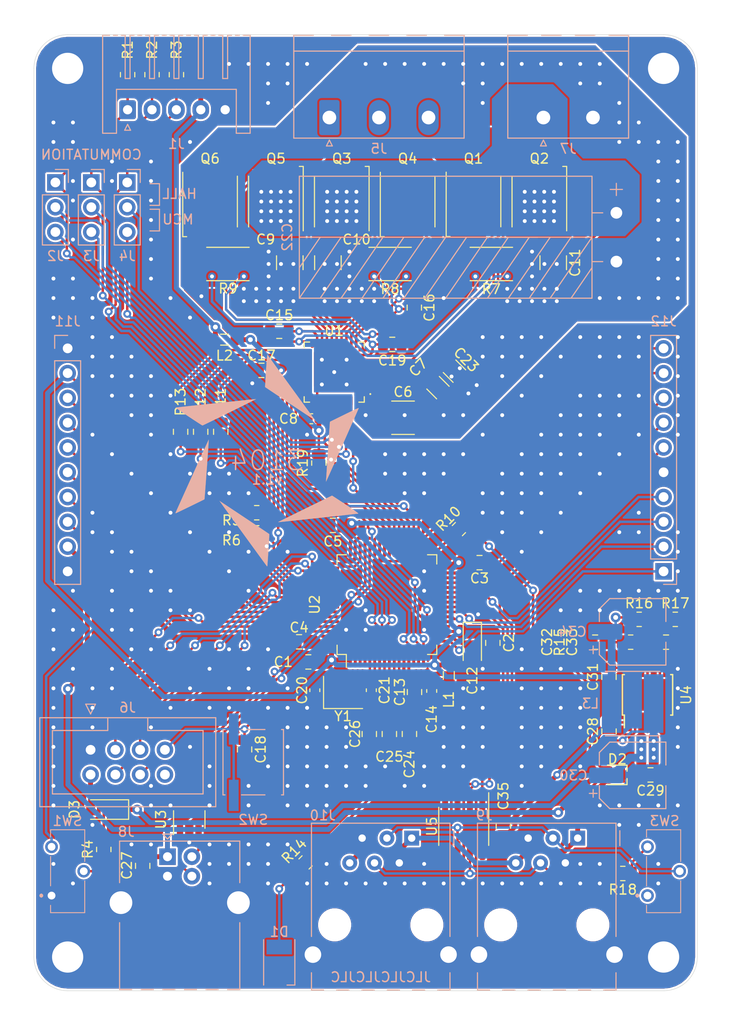
<source format=kicad_pcb>
(kicad_pcb (version 20240108) (generator "pcbnew") (generator_version "8.0")
  (title_block (title "Project 3104") (date "30/04/2019") (rev "1.1") (company "Douglas Almeida") (comment 1 "Brushless direct current motor driver."))
  (layers (0 "F.Cu" signal) (31 "B.Cu" signal) (34 "B.Paste" user) (35 "F.Paste" user) (36 "B.SilkS" user "B.Silkscreen") (37 "F.SilkS" user "F.Silkscreen") (38 "B.Mask" user) (39 "F.Mask" user) (44 "Edge.Cuts" user))
  (net 0 "")
  (net 1 "+3V3")
  (net 2 "GND")
  (net 3 "Net-(C6-Pad1)")
  (net 4 "Net-(C6-Pad2)")
  (net 5 "+48V")
  (net 6 "Net-(C7-Pad2)")
  (net 7 "3V3_DVDD")
  (net 8 "Net-(C13-Pad1)")
  (net 9 "Net-(C15-Pad2)")
  (net 10 "Net-(C16-Pad2)")
  (net 11 "Net-(C17-Pad1)")
  (net 12 "Net-(C18-Pad1)")
  (net 13 "Net-(C19-Pad2)")
  (net 14 "Net-(C20-Pad2)")
  (net 15 "Net-(C21-Pad2)")
  (net 16 "/ISEN_C")
  (net 17 "/ISEN_B")
  (net 18 "/ISEN_A")
  (net 19 "Net-(C28-Pad2)")
  (net 20 "Net-(C28-Pad1)")
  (net 21 "Net-(C29-Pad1)")
  (net 22 "Net-(C31-Pad2)")
  (net 23 "Net-(C32-Pad2)")
  (net 24 "Net-(C33-Pad1)")
  (net 25 "Net-(D1-Pad2)")
  (net 26 "/HALL_C")
  (net 27 "/HALL_B")
  (net 28 "/HALL_A")
  (net 29 "/DRV_LB")
  (net 30 "Net-(J2-Pad2)")
  (net 31 "Net-(J3-Pad2)")
  (net 32 "/DRV_HB")
  (net 33 "/DRV_LA")
  (net 34 "Net-(J4-Pad2)")
  (net 35 "Net-(J5-Pad1)")
  (net 36 "Net-(J5-Pad2)")
  (net 37 "Net-(J5-Pad3)")
  (net 38 "/JTMS-SWDIO")
  (net 39 "/JTCK-SWCLK")
  (net 40 "/JTDO-TSWO")
  (net 41 "/JTDI")
  (net 42 "Net-(J8-Pad2)")
  (net 43 "Net-(J8-Pad3)")
  (net 44 "Net-(J10-Pad4)")
  (net 45 "Net-(J10-Pad3)")
  (net 46 "X11")
  (net 47 "X12")
  (net 48 "Net-(R4-Pad1)")
  (net 49 "Net-(R4-Pad2)")
  (net 50 "/FAULT")
  (net 51 "/MISO")
  (net 52 "Net-(R10-Pad2)")
  (net 53 "Net-(R11-Pad2)")
  (net 54 "Net-(R12-Pad2)")
  (net 55 "Net-(R13-Pad2)")
  (net 56 "Net-(R16-Pad2)")
  (net 57 "Net-(R18-Pad1)")
  (net 58 "/MOSI")
  (net 59 "/SCK")
  (net 60 "/NSS")
  (net 61 "/DRV_EN")
  (net 62 "/CAL")
  (net 63 "/DRV_HA")
  (net 64 "/DRV_HC")
  (net 65 "/DRV_LC")
  (net 66 "RS485_TX")
  (net 67 "RS485_RX")
  (net 68 "RS485_DE")
  (net 69 "Net-(Q1-Pad4)")
  (net 70 "Net-(Q2-Pad4)")
  (net 71 "Net-(Q3-Pad4)")
  (net 72 "Net-(Q4-Pad4)")
  (net 73 "Net-(Q5-Pad4)")
  (net 74 "Net-(Q6-Pad4)")
  (net 75 "Net-(NT1-Pad1)")
  (net 76 "Net-(C15-Pad1)")
  (net 77 "Net-(C16-Pad1)")
  (net 78 "Net-(C19-Pad1)")
  (net 79 "/LED")
  (net 80 "Net-(R19-Pad1)")
  (net 81 "USB_P")
  (net 82 "USB_N")
  (net 83 "X06")
  (net 84 "X05")
  (net 85 "X04")
  (net 86 "X03")
  (net 87 "X02")
  (net 88 "X01")
  (net 89 "X13")
  (net 90 "X14")
  (net 91 "X15")
  (net 92 "X16")
  (net 93 "X17")
  (net 94 "X18")
  (net 95 "X19")
  (net 96 "GNDPWR")
  (net 97 "5V_SWD")
  (net 98 "5V_USB")
  (net 99 "+24V")
  (footprint "Capacitor_SMD:C_0805_2012Metric" (layer "F.Cu") (at 134.493 118.9101 -90)
    (property "Reference" "C18")
    (property "Value" "0.1µF")
  )
  (footprint "Capacitor_SMD:C_0805_2012Metric" (layer "F.Cu") (at 176.09844 121.52338)
    (property "Reference" "C29")
    (property "Value" "0.1µF")
  )
  (footprint "Capacitor_SMD:C_1210_3225Metric" (layer "F.Cu") (at 143.0343 69.0205 90)
    (property "Reference" "C10")
    (property "Value" "2.2µF")
  )
  (footprint "Capacitor_SMD:C_1210_3225Metric" (layer "F.Cu") (at 166.1309 69.0205 90)
    (property "Reference" "C11")
    (property "Value" "2.2µF")
  )
  (footprint "Capacitor_SMD:C_0805_2012Metric" (layer "F.Cu") (at 151.892 73.6219 90)
    (property "Reference" "C16")
    (property "Value" "0.001µF")
  )
  (footprint "Extra:TDSON-8-1" (layer "F.Cu") (at 157.9579 62.738 90)
    (property "Reference" "Q2")
    (property "Value" "CSD18531Q5A")
  )
  (footprint "Extra:TDSON-8-1" (layer "F.Cu") (at 151.2073 62.7507 90)
    (property "Reference" "Q4")
    (property "Value" "CSD18531Q5A")
  )
  (footprint "Capacitor_SMD:C_0603_1608Metric" (layer "F.Cu") (at 141.3383 85.0138 180)
    (property "Reference" "C8")
    (property "Value" "1µF")
  )
  (footprint "Capacitor_SMD:C_1206_3216Metric" (layer "F.Cu") (at 156.0068 80.137 135)
    (property "Reference" "C23")
    (property "Value" "0.1µF")
  )
  (footprint "Capacitor_SMD:C_1210_3225Metric" (layer "F.Cu") (at 139.1285 69.0205 90)
    (property "Reference" "C9")
    (property "Value" "2.2µF")
  )
  (footprint "Extra:TDSON-8-1" (layer "F.Cu") (at 164.7085 62.7507 -90)
    (property "Reference" "Q1")
    (property "Value" "CSD18531Q5A")
  )
  (footprint "Extra:TDSON-8-1" (layer "F.Cu") (at 144.4567 62.7507 -90)
    (property "Reference" "Q3")
    (property "Value" "CSD18531Q5A")
  )
  (footprint "Extra:TDSON-8-1" (layer "F.Cu") (at 137.7061 62.7507 -90)
    (property "Reference" "Q5")
    (property "Value" "CSD18531Q5A")
  )
  (footprint "Extra:TDSON-8-1" (layer "F.Cu") (at 130.9555 62.7507 90)
    (property "Reference" "Q6")
    (property "Value" "CSD18531Q5A")
  )
  (footprint "Extra:Texas_S-PWQFN-N40" (layer "F.Cu") (at 143.682877 80.2321 180)
    (property "Reference" "U1")
    (property "Value" "DRV8323SRTA")
  )
  (footprint "Capacitor_SMD:C_0805_2012Metric" (layer "F.Cu") (at 138.049 76.0476)
    (property "Reference" "C15")
    (property "Value" "0.001µF")
  )
  (footprint "MountingHole:MountingHole_3.2mm_M3_DIN965_Pad" (layer "F.Cu") (at 177.444 49.1021)
    (property "Reference" "H1" (hide yes))
    (property "Value" "MountingHole_Pad")
  )
  (footprint "MountingHole:MountingHole_3.2mm_M3_DIN965_Pad" (layer "F.Cu") (at 116.3578 49.1021)
    (property "Reference" "H2" (hide yes))
    (property "Value" "MountingHole_Pad")
  )
  (footprint "MountingHole:MountingHole_3.2mm_M3_DIN965_Pad" (layer "F.Cu") (at 116.3578 140.1883)
    (property "Reference" "H3" (hide yes))
    (property "Value" "MountingHole_Pad")
  )
  (footprint "MountingHole:MountingHole_3.2mm_M3_DIN965_Pad" (layer "F.Cu") (at 177.444 140.1883)
    (property "Reference" "H4" (hide yes))
    (property "Value" "MountingHole_Pad")
  )
  (footprint "Capacitor_SMD:C_1812_4532Metric" (layer "F.Cu") (at 150.7363 84.9122)
    (property "Reference" "C6")
    (property "Value" "47nF")
  )
  (footprint "Capacitor_SMD:C_1206_3216Metric" (layer "F.Cu") (at 154.3177 81.8261 -45)
    (property "Reference" "C7")
    (property "Value" "1µF")
  )
  (footprint "Capacitor_SMD:C_0805_2012Metric" (layer "F.Cu") (at 147.27624 117.33022 -90)
    (property "Reference" "C26")
    (property "Value" "3.3nF")
  )
  (footprint "Capacitor_SMD:C_0805_2012Metric" (layer "F.Cu") (at 151.39024 117.32792 -90)
    (property "Reference" "C24")
    (property "Value" "3.3nF")
  )
  (footprint "Capacitor_SMD:C_0805_2012Metric" (layer "F.Cu") (at 149.33404 117.33022 -90)
    (property "Reference" "C25")
    (property "Value" "3.3nF")
  )
  (footprint "Capacitor_SMD:C_0805_2012Metric" (layer "F.Cu") (at 129.9923 86.35238 90)
    (property "Reference" "R12")
    (property "Value" "100")
  )
  (footprint "Capacitor_SMD:C_0805_2012Metric" (layer "F.Cu") (at 127.9361 86.35238 90)
    (property "Reference" "R13")
    (property "Value" "100")
  )
  (footprint "Capacitor_SMD:C_0805_2012Metric" (layer "F.Cu") (at 149.6314 77.3938 180)
    (property "Reference" "C19")
    (property "Value" "0.001µF")
  )
  (footprint "Resistor_SMD:R_0805_2012Metric" (layer "F.Cu") (at 125.0061 49.7459 -90)
    (property "Reference" "R2")
    (property "Value" "3k3")
  )
  (footprint "Resistor_SMD:R_0805_2012Metric" (layer "F.Cu") (at 127.508 49.7459 -90)
    (property "Reference" "R3")
    (property "Value" "3k3")
  )
  (footprint "Resistor_SMD:R_0805_2012Metric" (layer "F.Cu") (at 122.5042 49.7459 -90)
    (property "Reference" "R1")
    (property "Value" "3k3")
  )
  (footprint "Capacitor_SMD:C_0805_2012Metric" (layer "F.Cu") (at 124.05 130.8425 -90)
    (property "Reference" "C27")
    (property "Value" "0.1µF")
  )
  (footprint "Package_TO_SOT_SMD:SOT-23-6" (layer "F.Cu") (at 128.82372 126.08992 90)
    (property "Reference" "U3")
    (property "Value" "USBLC6-2SC6")
  )
  (footprint "Extra:NetTie-2_SMD_Pad0.25mm" (layer "F.Cu") (at 167.8686 67.1957 90)
    (property "Reference" "NT1" (hide yes))
    (property "Value" "Net-Tie_2")
  )
  (footprint "Inductor_SMD:L_0805_2012Metric" (layer "F.Cu") (at 132.43814 76.90866)
    (property "Reference" "L2")
    (property "Value" "120R")
  )
  (footprint "Capacitor_SMD:C_0805_2012Metric" (layer "F.Cu") (at 136.21996 80.05572 180)
    (property "Reference" "C17")
    (property "Value" "0.1µF")
  )
  (footprint "Resistor_SMD:R_0805_2012Metric" (layer "F.Cu") (at 156.46146 96.32442 -135)
    (property "Reference" "R10")
    (property "Value" "10k")
  )
  (footprint "Crystal:Crystal_SMD_3225-4Pin_3.2x2.5mm" (layer "F.Cu") (at 144.5895 113.0681)
    (property "Reference" "Y1")
    (property "Value" "8MHz")
  )
  (footprint "Capacitor_SMD:C_0603_1608Metric" (layer "F.Cu") (at 141.6939 112.8395 -90)
    (property "Reference" "C20")
    (property "Value" "18pF")
  )
  (footprint "Capacitor_SMD:C_0805_2012Metric" (layer "F.Cu") (at 158.57498 99.76358)
    (property "Reference" "C3")
    (property "Value" "0.1µF")
  )
  (footprint "Capacitor_SMD:C_0603_1608Metric" (layer "F.Cu") (at 147.4851 112.8395 90)
    (property "Reference" "C21")
    (property "Value" "18pF")
  )
  (footprint "Package_QFP:LQFP-64_10x10mm_P0.5mm" (layer "F.Cu") (at 149.0853 104.0638 90)
    (property "Reference" "U2")
    (property "Value" "STM32L486RGTx")
  )
  (footprint "Extra:NetTie-2_SMD_Pad0.25mm" (layer "F.Cu") (at 141.933 82.306 -90)
    (property "Reference" "NT5" (hide yes))
    (property "Value" "Net-Tie_2")
  )
  (footprint "Package_SO:SOIC-8_3.9x4.9mm_P1.27mm" (layer "F.Cu") (at 156.9568 126.795 -90)
    (property "Reference" "U5")
    (property "Value" "ST1480ABDR")
  )
  (footprint "Capacitor_SMD:C_0805_2012Metric" (layer "F.Cu") (at 161.0208 126.73 90)
    (property "Reference" "C35")
    (property "Value" "0.1µF")
  )
  (footprint "Resistor_SMD:R_0805_2012Metric" (layer "F.Cu") (at 173.263 131.625001 180)
    (property "Reference" "R18")
    (property "Value" "120")
  )
  (footprint "Resistor_SMD:R_0805_2012Metric" (layer "F.Cu") (at 135.7376 94.64802 180)
    (property "Reference" "R5")
    (property "Value" "10k")
  )
  (footprint "Resistor_SMD:R_0805_2012Metric" (layer "F.Cu") (at 142.10792 89.55532 90)
    (property "Reference" "R19")
    (property "Value" "10k")
  )
  (footprint "Capacitor_SMD:C_0603_1608Metric" (layer "F.Cu") (at 153.67552 112.9157 -90)
    (property "Reference" "C14")
    (property "Value" "1µF")
  )
  (footprint "Capacitor_SMD:C_0805_2012Metric" (layer "F.Cu") (at 151.911 113.027 -90)
    (property "Reference" "C13")
    (property "Value" "10nF")
  )
  (footprint "Extra:SOT1061" (layer "F.Cu") (at 172.69714 121.5183 -90)
    (property "Reference" "D2")
    (property "Value" "PMEG4010CPASX")
  )
  (footprint "Capacitor_SMD:C_0805_2012Metric" (layer "F.Cu") (at 171.84878 117.06314 90)
    (property "Reference" "C28")
    (property "Value" "0.1µF")
  )
  (footprint "Resistor_SMD:R_0805_2012Metric" (layer "F.Cu") (at 174.06874 107.91406 180)
    (property "Reference" "R15")
    (property "Value" "3k32")
  )
  (footprint "Capacitor_SMD:C_0805_2012Metric" (layer "F.Cu") (at 177.69586 107.91406)
    (property "Reference" "C33")
    (property "Value" "240pF")
  )
  (footprint "Capacitor_SMD:C_0805_2012Metric" (layer "F.Cu") (at 170.42638 107.91406)
    (property "Reference" "C32")
    (property "Value" "15nF")
  )
  (footprint "Capacitor_SMD:C_0805_2012Metric" (layer "F.Cu") (at 171.84624 111.47768 90)
    (property "Reference" "C31")
    (property "Value" "10nF")
  )
  (footprint "Resistor_SMD:R_0805_2012Metric" (layer "F.Cu") (at 178.64074 105.57472)
    (property "Reference" "R17")
    (property "Value" "32k")
  )
  (footprint "Package_SO:TI_SO-PowerPAD-8" (layer "F.Cu") (at 175.79594 113.3154 90)
    (property "Reference" "U4")
    (property "Value" "TPS54336ADDA")
  )
  (footprint "Resistor_SMD:R_0805_2012Metric" (layer "F.Cu") (at 174.93996 105.57472)
    (property "Reference" "R16")
    (property "Value" "100k")
  )
  (footprint "Resistor_SMD:R_0805_2012Metric" (layer "F.Cu") (at 135.7376 96.70542 180)
    (property "Reference" "R6")
    (property "Value" "10k")
  )
  (footprint "Inductor_SMD:L_0805_2012Metric" (layer "F.Cu") (at 155.428 111.3235 -90)
    (property "Reference" "L1")
    (property "Value" "120R")
  )
  (footprint "Capacitor_SMD:C_0805_2012Metric" (layer "F.Cu") (at 140.081 107.87888 180)
    (property "Reference" "C4")
    (property "Value" "0.1µF")
  )
  (footprint "Capacitor_SMD:C_0805_2012Metric" (layer "F.Cu") (at 141.028 109.942 180)
    (property "Reference" "C1")
    (property "Value" "0.1µF")
  )
  (footprint "Capacitor_SMD:C_0805_2012Metric" (layer "F.Cu") (at 159.942 107.99 -90)
    (property "Reference" "C2")
    (property "Value" "0.1µF")
  )
  (footprint "Capacitor_SMD:C_0805_2012Metric" (layer "F.Cu") (at 143.544 95.943 180)
    (property "Reference" "C5")
    (property "Value" "0.1µF")
  )
  (footprint "Capacitor_Tantalum_SMD:CP_EIA-3216-18_Kemet-A" (layer "F.Cu") (at 157.837 108.19 -90)
    (property "Reference" "C12")
    (property "Value" "10µF")
  )
  (footprint "Resistor_SMD:R_0805_2012Metric" (layer "F.Cu") (at 140.745 130.49 45)
    (property "Reference" "R14")
    (property "Value" "680")
  )
  (footprint "Capacitor_SMD:C_0805_2012Metric" (layer "F.Cu") (at 132.0501 86.35238 90)
    (property "Reference" "R11")
    (property "Value" "100")
  )
  (footprint "Resistor_SMD:R_2512_6332Metric" (layer "F.Cu") (at 132.7868 69.1515)
    (property "Reference" "R9")
    (property "Value" "1m")
  )
  (footprint "Resistor_SMD:R_2512_6332Metric" (layer "F.Cu") (at 159.787 69.1515)
    (property "Reference" "R7")
    (property "Value" "1m")
  )
  (footprint "Resistor_SMD:R_2512_6332Metric" (layer "F.Cu") (at 149.4072 69.1515 180)
    (property "Reference" "R8")
    (property "Value" "1m")
  )
  (footprint "Diode_SMD:D_SOD-123" (layer "F.Cu") (at 120.35944 125.07 180)
    (property "Reference" "D3")
    (property "Value" "PMEG4010CEGWJ")
  )
  (footprint "Resistor_SMD:R_0805_2012Metric" (layer "F.Cu") (at 120.06 129.1625 -90)
    (property "Reference" "R4")
    (property "Value" "10k")
  )
  (footprint "Extra:EEU-FS1K471L" (layer "B.Cu") (at 172.6057 63.9064 -90)
    (property "Reference" "C22")
    (property "Value" "470µF")
  )
  (footprint "Extra:PhoenixContact_MSTBA_2,5_2-G-5,08_1x02_P5.08mm_Horizontal" (layer "B.Cu") (at 165.1254 54.1401)
    (property "Reference" "J7")
    (property "Value" "M_PWR")
  )
  (footprint "Extra:JST_XH_S5B-XH-A_1x05_P2.50mm_Horizontal_Protruded" (layer "B.Cu") (at 122.5042 53.34)
    (property "Reference" "J1")
    (property "Value" "Hall Sensors")
  )
  (footprint "Extra:PhoenixContact_MSTBA_2,5_3-G-5,08_1x03_P5.08mm_Horizontal_Protuded" (layer "B.Cu") (at 143.18615 54.1401)
    (property "Reference" "J5")
    (property "Value" "Motor")
  )
  (footprint "Connector_PinHeader_2.54mm:PinHeader_1x03_P2.54mm_Vertical" (layer "B.Cu") (at 118.7831 60.795 180)
    (property "Reference" "J3")
    (property "Value" "INHB")
  )
  (footprint "Connector_PinHeader_2.54mm:PinHeader_1x03_P2.54mm_Vertical" (layer "B.Cu") (at 115.1001 60.7924 180)
    (property "Reference" "J2")
    (property "Value" "INLC")
  )
  (footprint "Connector_PinHeader_2.54mm:PinHeader_1x03_P2.54mm_Vertical" (layer "B.Cu") (at 122.4661 60.795 180)
    (property "Reference" "J4")
    (property "Value" "INLA")
  )
  (footprint "Extra:NetTie-2_SMD_Pad0.25mm" (layer "B.Cu") (at 148.0439 70.6882 135)
    (property "Reference" "NT3" (hide yes))
    (property "Value" "Net-Tie_2")
  )
  (footprint "Extra:NetTie-2_SMD_Pad0.25mm" (layer "B.Cu") (at 134.1501 70.6882 45)
    (property "Reference" "NT4" (hide yes))
    (property "Value" "Net-Tie_2")
  )
  (footprint "Extra:NetTie-2_SMD_Pad0.25mm" (layer "B.Cu") (at 161.042 70.4215)
    (property "Reference" "NT2" (hide yes))
    (property "Value" "Net-Tie_2")
  )
  (footprint "Extra:Project_ID_700dpi" (layer "B.Cu") (at 136.81 89.3 180)
    (property "Reference" "G0")
    (property "Value" "Project_ID_700dpi")
  )
  (footprint "Extra:RJ12" (layer "B.Cu") (at 168.6408 128 180)
    (property "Reference" "J9")
    (property "Value" "RJ12_Shielded")
  )
  (footprint "Connector_IDC:IDC-Header_2x04_P2.54mm_Vertical" (layer "B.Cu") (at 118.70944 118.9482 -90)
    (property "Reference" "J6")
    (property "Value" "JTAG/SWD")
  )
  (footprint "Extra:RJ12" (layer "B.Cu") (at 151.6228 128 180)
    (property "Reference" "J10")
    (property "Value" "RJ12_Shielded")
  )
  (footprint "Extra:LED_PLCC-2" (layer "B.Cu") (at 138.04646 140.6605 90)
    (property "Reference" "D1")
    (property "Value" "GREEN")
  )
  (footprint "Extra:SW_SPST_EVQQ2" (layer "B.Cu") (at 135.38116 120.2182 90)
    (property "Reference" "SW2")
    (property "Value" "RESET")
  )
  (footprint "Connector_PinSocket_2.54mm:PinSocket_1x10_P2.54mm_Vertical" (layer "B.Cu") (at 116.3578 77.79918 180)
    (property "Reference" "J11")
    (property "Value" "EXPANSION")
  )
  (footprint "Connector_PinSocket_2.54mm:PinSocket_1x10_P2.54mm_Vertical" (layer "B.Cu") (at 177.444 100.65918)
    (property "Reference" "J12")
    (property "Value" "EXPANSION")
  )
  (footprint "Extra:SRN6045-100M" (layer "B.Cu") (at 174.2694 114.20908 180)
    (property "Reference" "L3")
    (property "Value" "10µH")
  )
  (footprint "Capacitor_SMD:CP_Elec_6.3x5.8" (layer "B.Cu") (at 174.2694 121.567)
    (property "Reference" "C30")
    (property "Value" "27µF")
  )
  (footprint "Capacitor_SMD:CP_Elec_6.3x5.9" (layer "B.Cu") (at 174.2694 106.856)
    (property "Reference" "C34")
    (property "Value" "220µF")
  )
  (footprint "Extra:USB_B_Samtec_USBR-B-S-S-O-TH_Horizontal_Protruded" (layer "B.Cu") (at 126.5911 129.905 -90)
    (property "Reference" "J8")
    (property "Value" "USB_B")
  )
  (footprint "Extra:Alps_SSSS213000" (layer "B.Cu") (at 116.3578 131.39 -90)
    (property "Reference" "SW1")
    (property "Value" "DFU_EN" (hide yes))
  )
  (footprint "Extra:Alps_SSSS213000" (layer "B.Cu") (at 177.444 131.39 -90)
    (property "Reference" "SW3")
    (property "Value" "TERM_EN" (hide yes))
  )
  (gr_line (start 124.8 63.14) (end 125.77 63.14) (stroke (width 0.12)) (layer "B.SilkS"))
  (gr_line (start 125.77 60.92) (end 124.8 60.92) (stroke (width 0.12)) (layer "B.SilkS"))
  (gr_line (start 125.77 63.14) (end 125.77 60.92) (stroke (width 0.12)) (layer "B.SilkS"))
  (gr_line (start 125.77 65.76) (end 125.77 63.54) (stroke (width 0.12)) (layer "B.SilkS"))
  (gr_line (start 125.77 63.54) (end 124.8 63.54) (stroke (width 0.12)) (layer "B.SilkS"))
  (gr_line (start 124.8 65.76) (end 125.77 65.76) (stroke (width 0.12)) (layer "B.SilkS"))
  (gr_line (start 180.9009 140.1883) (end 180.9009 49.1021) (stroke (width 0.05)) (layer "Edge.Cuts"))
  (gr_line (start 116.3578 143.6452) (end 177.444 143.6452) (stroke (width 0.05)) (layer "Edge.Cuts"))
  (gr_arc (start 177.444 45.6452) (mid 179.888397 46.657703) (end 180.9009 49.1021) (stroke (width 0.05)) (layer "Edge.Cuts"))
  (gr_arc (start 180.9009 140.1883) (mid 179.888397 142.632697) (end 177.444 143.6452) (stroke (width 0.05)) (layer "Edge.Cuts"))
  (gr_arc (start 116.3578 143.6452) (mid 113.913403 142.632697) (end 112.9009 140.1883) (stroke (width 0.05)) (layer "Edge.Cuts"))
  (gr_line (start 116.3578 45.6452) (end 177.444 45.6452) (stroke (width 0.05)) (layer "Edge.Cuts"))
  (gr_arc (start 112.9009 49.1021) (mid 113.913403 46.657703) (end 116.3578 45.6452) (stroke (width 0.05)) (layer "Edge.Cuts"))
  (gr_line (start 112.9009 49.1021) (end 112.9009 140.1883) (stroke (width 0.05)) (layer "Edge.Cuts"))
  (gr_text "HALL" (at 125.97 61.9625 0) (layer "B.SilkS") (effects (font (size 1 1)) (justify right mirror)))
  (gr_text "MCU" (at 125.97 64.5825 0) (layer "B.SilkS") (effects (font (size 1 1)) (justify right mirror)))
  (gr_text "COMMUTATION" (at 118.7831 57.94 0) (layer "B.SilkS") (effects (font (size 1 1)) (justify mirror)))
  (gr_text "JLCJLCJLCJLC" (at 148.4528 142.25 0) (layer "B.SilkS") (effects (font (size 1 1)) (justify mirror)))
  (segment (start 143.41 109.74) (end 142.1675 109.74) (width 0.5) (layer "F.Cu") (net 1))
  (segment (start 157.63748 99.76358) (end 156.38018 99.76358) (width 0.5) (layer "F.Cu") (net 1))
  (segment (start 161.344 127.68) (end 162.19581 126.82819) (width 0.5) (layer "F.Cu") (net 1))
  (segment (start 161.0208 127.68) (end 161.344 127.68) (width 0.5) (layer "F.Cu") (net 1))
  (segment (start 142.1675 109.74) (end 141.9655 109.942) (width 0.5) (layer "F.Cu") (net 1))
  (segment (start 145.475669 95.717651) (end 145.475669 96.781911) (width 0.5) (layer "F.Cu") (net 1))
  (segment (start 145.23409 109.74) (end 145.23529 109.7388) (width 0.5) (layer "F.Cu") (net 1))
  (segment (start 143.41 107.91411) (end 143.4103 107.91381) (width 0.5) (layer "F.Cu") (net 1))
  (segment (start 162.19581 126.82819) (end 162.19581 125.85019) (width 0.5) (layer "F.Cu") (net 1))
  (segment (start 172.53 105.38) (end 173.80774 105.38) (width 0.25) (layer "F.Cu") (net 1))
  (segment (start 155.392 110.2595) (end 153.9795 110.2595) (width 0.5) (layer "F.Cu") (net 1))
  (segment (start 153.9795 110.2595) (end 153.978 110.261) (width 0.5) (layer "F.Cu") (net 1))
  (segment (start 134.8001 94.64802) (end 134.8001 96.70542) (width 0.25) (layer "F.Cu") (net 1))
  (segment (start 166.531001 121.514999) (end 162.19581 125.85019) (width 0.5) (layer "F.Cu") (net 1))
  (segment (start 134.8001 94.64802) (end 130.66664 94.64802) (width 0.25) (layer "F.Cu") (net 1))
  (segment (start 161.0208 127.6675) (end 161.0208 128.48256) (width 0.5) (layer "F.Cu") (net 1))
  (segment (start 130.66664 94.64802) (end 116.3578 80.33918) (width 0.25) (layer "F.Cu") (net 1))
  (segment (start 143.41 109.74) (end 145.23409 109.74) (width 0.5) (layer "F.Cu") (net 1))
  (segment (start 160.23336 129.27) (end 158.8618 129.27) (width 0.5) (layer "F.Cu") (net 1))
  (segment (start 143.41 109.74) (end 143.41 107.91411) (width 0.5) (layer "F.Cu") (net 1))
  (segment (start 161.0208 128.48256) (end 160.23336 129.27) (width 0.5) (layer "F.Cu") (net 1))
  (segment (start 173.80774 105.38) (end 174.00246 105.57472) (width 0.25) (layer "F.Cu") (net 1))
  (via (at 172.53 105.38) (size 1) (drill 0.5) (layers "F.Cu" "B.Cu") (net 1))
  (via (at 143.41 109.74) (size 1) (drill 0.5) (layers "F.Cu" "B.Cu") (net 1))
  (via (at 166.531001 121.514999) (size 0.8) (drill 0.4) (layers "F.Cu" "B.Cu") (net 1))
  (via (at 145.475669 95.717651) (size 1) (drill 0.5) (layers "F.Cu" "B.Cu") (net 1))
  (via (at 153.978 110.261) (size 1) (drill 0.5) (layers "F.Cu" "B.Cu") (net 1))
  (via (at 156.44622 99.76358) (size 1) (drill 0.5) (layers "F.Cu" "B.Cu") (net 1))
  (via (at 156.44622 106.811) (size 1) (drill 0.5) (layers "F.Cu" "B.Cu") (net 1))
  (segment (start 145.475669 95.717651) (end 147.137567 95.717651) (width 0.5) (layer "B.Cu") (net 1))
  (segment (start 152.398928 95.716288) (end 156.046221 99.363581) (width 0.5) (layer "B.Cu") (net 1))
  (segment (start 114.1578 111.4022) (end 119.13 106.43) (width 0.25) (layer "B.Cu") (net 1))
  (segment (start 172.1194 116.4266) (end 172.1194 114.20908) (width 0.5) (layer "B.Cu") (net 1))
  (segment (start 114.3 101.6) (end 119.13 106.43) (width 0.5) (layer "B.Cu") (net 1))
  (segment (start 116.3578 80.33918) (end 114.3 82.39698) (width 0.5) (layer "B.Cu") (net 1))
  (segment (start 172.53 106.856) (end 171.4694 106.856) (width 0.25) (layer "B.Cu") (net 1))
  (segment (start 172.1194 114.20908) (end 172.1194 116.2096) (width 0.5) (layer "B.Cu") (net 1))
  (segment (start 172.1194 111.463) (end 172.1194 114.20908) (width 0.5) (layer "B.Cu") (net 1))
  (segment (start 143.41 109.74) (end 139.65772 113.49228) (width 0.5) (layer "B.Cu") (net 1))
  (segment (start 145.477032 95.716288) (end 145.475669 95.717651) (width 0.5) (layer "B.Cu") (net 1))
  (segment (start 114.3 82.39698) (end 114.3 101.6) (width 0.5) (layer "B.Cu") (net 1))
  (segment (start 153.978 110.261) (end 155.18 111.463) (width 0.5) (layer "B.Cu") (net 1))
  (segment (start 156.44622 99.76358) (end 155.664799 100.545001) (width 0.5) (layer "B.Cu") (net 1))
  (segment (start 172.1194 107.506) (end 171.4694 106.856) (width 0.5) (layer "B.Cu") (net 1))
  (segment (start 114.150899 111.409101) (end 114.150899 127.413861) (width 0.25) (layer "B.Cu") (net 1))
  (segment (start 155.664799 106.029579) (end 155.946221 106.311001) (width 0.5) (layer "B.Cu") (net 1))
  (segment (start 143.931 110.261) (end 143.41 109.74) (width 0.5) (layer "B.Cu") (net 1))
  (segment (start 154.68 110.963) (end 153.978 110.261) (width 0.5) (layer "B.Cu") (net 1))
  (segment (start 166.531001 121.514999) (end 172.1194 115.9266) (width 0.5) (layer "B.Cu") (net 1))
  (segment (start 153.978 109.27922) (end 156.44622 106.811) (width 0.5) (layer "B.Cu") (net 1))
  (segment (start 172.10416 113.93132) (end 172.1194 113.91608) (width 0.5) (layer "B.Cu") (net 1))
  (segment (start 155.946221 106.311001) (end 156.44622 106.811) (width 0.5) (layer "B.Cu") (net 1))
  (segment (start 114.7078 127.970762) (end 114.7078 128.89) (width 0.25) (layer "B.Cu") (net 1))
  (segment (start 155.664799 100.545001) (end 155.664799 106.029579) (width 0.5) (layer "B.Cu") (net 1))
  (segment (start 172.53 105.38) (end 172.53 106.856) (width 0.25) (layer "B.Cu") (net 1))
  (segment (start 114.150899 127.413861) (end 114.7078 127.970762) (width 0.25) (layer "B.Cu") (net 1))
  (segment (start 147.13893 95.716288) (end 152.398928 95.716288) (width 0.5) (layer "B.Cu") (net 1))
  (segment (start 126.19228 113.49228) (end 139.65772 113.49228) (width 0.5) (layer "B.Cu") (net 1))
  (segment (start 172.1194 116.4546) (end 172.1194 114.20908) (width 0.5) (layer "B.Cu") (net 1))
  (segment (start 172.1194 114.20908) (end 172.1194 107.506) (width 0.8) (layer "B.Cu") (net 1))
  (segment (start 153.978 110.261) (end 153.978 109.27922) (width 0.5) (layer "B.Cu") (net 1))
  (segment (start 156.046221 99.363581) (end 156.44622 99.76358) (width 0.5) (layer "B.Cu") (net 1))
  (segment (start 153.978 110.261) (end 143.931 110.261) (width 0.5) (layer "B.Cu") (net 1))
  (segment (start 126.19228 113.49228) (end 119.13 106.43) (width 0.5) (layer "B.Cu") (net 1))
  (segment (start 155.18 111.463) (end 172.1194 111.463) (width 0.5) (layer "B.Cu") (net 1))
  (segment (start 147.137567 95.717651) (end 147.13893 95.716288) (width 0.5) (layer "B.Cu") (net 1))
  (segment (start 176.74344 113.9179) (end 176.57094 113.9179) (width 0.25) (layer "F.Cu") (net 2))
  (segment (start 177.70094 116.0954) (end 177.70094 114.8754) (width 0.25) (layer "F.Cu") (net 2))
  (segment (start 177.70094 114.8754) (end 176.74344 113.9179) (width 0.25) (layer "F.Cu") (net 2))
  (segment (start 174.72322 112.41518) (end 175.02094 112.7129) (width 0.25) (layer "F.Cu") (net 2))
  (segment (start 171.84624 112.41518) (end 174.72322 112.41518) (width 0.25) (layer "F.Cu") (net 2))
  (segment (start 158.6892 100.8138) (end 159.51248 99.99052) (width 0.25) (layer "F.Cu") (net 2))
  (segment (start 141.932877 82.681123) (end 141.933 82.681) (width 0.25) (layer "F.Cu") (net 2))
  (segment (start 153.63952 113.7032) (end 152.17916 113.7032) (width 0.25) (layer "F.Cu") (net 2))
  (segment (start 156.33201 107.86501) (end 155.7808 107.3138) (width 0.25) (layer "F.Cu") (net 2))
  (segment (start 143.4125 107.316) (end 143.4103 107.3138) (width 0.25) (layer "F.Cu") (net 2))
  (segment (start 145.9806 113.627) (end 145.6895 113.9181) (width 0.25) (layer "F.Cu") (net 2))
  (segment (start 155.7808 107.3138) (end 154.7603 107.3138) (width 0.25) (layer "F.Cu") (net 2))
  (segment (start 145.575992 99.48881) (end 145.094608 99.48881) (width 0.25) (layer "F.Cu") (net 2))
  (segment (start 141.932877 83.1671) (end 141.932877 82.681123) (width 0.25) (layer "F.Cu") (net 2))
  (segment (start 128.82372 127.11372) (end 128.82372 128.44704) (width 0.25) (layer "F.Cu") (net 2))
  (segment (start 140.5508 84.9758) (end 140.5508 84.9884) (width 0.25) (layer "F.Cu") (net 2))
  (segment (start 142.6065 97.000702) (end 142.6065 95.915) (width 0.25) (layer "F.Cu") (net 2))
  (segment (start 152.17916 113.7032) (end 151.87422 114.00814) (width 0.25) (layer "F.Cu") (net 2))
  (segment (start 151.60914 114.00814) (end 151.87422 114.00814) (width 0.25) (layer "F.Cu") (net 2))
  (segment (start 159.7255 108.8685) (end 158.72201 107.86501) (width 0.25) (layer "F.Cu") (net 2))
  (segment (start 154.7603 100.8138) (end 158.6892 100.8138) (width 0.25) (layer "F.Cu") (net 2))
  (segment (start 159.942 108.8685) (end 159.7255 108.8685) (width 0.25) (layer "F.Cu") (net 2))
  (segment (start 141.660488 84.129488) (end 141.397112 84.129488) (width 0.25) (layer "F.Cu") (net 2))
  (segment (start 159.7225 108.8685) (end 159.942 108.8685) (width 0.25) (layer "F.Cu") (net 2))
  (segment (start 159.7225 109.088) (end 158.258 109.088) (width 0.25) (layer "F.Cu") (net 2))
  (segment (start 141.932877 83.857099) (end 141.660488 84.129488) (width 0.25) (layer "F.Cu") (net 2))
  (segment (start 145.8353 98.3888) (end 145.8353 99.229502) (width 0.25) (layer "F.Cu") (net 2))
  (segment (start 135.283 81.379) (end 135.283 80.05626) (width 0.25) (layer "F.Cu") (net 2))
  (segment (start 135.283 80.05626) (end 135.28246 80.05572) (width 0.25) (layer "F.Cu") (net 2))
  (segment (start 158.258 109.088) (end 157.835 109.511) (width 0.25) (layer "F.Cu") (net 2))
  (segment (start 145.094608 99.48881) (end 142.6065 97.000702) (width 0.25) (layer "F.Cu") (net 2))
  (segment (start 139.1435 108.995) (end 140.0905 109.942) (width 0.25) (layer "F.Cu") (net 2))
  (segment (start 158.72201 107.86501) (end 156.33201 107.86501) (width 0.25) (layer "F.Cu") (net 2))
  (segment (start 139.1435 107.87888) (end 139.1435 108.995) (width 0.25) (layer "F.Cu") (net 2))
  (segment (start 150.8353 109.7388) (end 150.8353 113.2343) (width 0.25) (layer "F.Cu") (net 2))
  (segment (start 150.8353 113.2343) (end 151.60914 114.00814) (width 0.25) (layer "F.Cu") (net 2))
  (segment (start 141.932877 83.1671) (end 141.932877 83.857099) (width 0.25) (layer "F.Cu") (net 2))
  (segment (start 145.6895 113.9181) (end 145.5895 113.9181) (width 0.25) (layer "F.Cu") (net 2))
  (segment (start 145.8353 99.229502) (end 145.575992 99.48881) (width 0.25) (layer "F.Cu") (net 2))
  (segment (start 141.397112 84.129488) (end 140.5508 84.9758) (width 0.25) (layer "F.Cu") (net 2))
  (segment (start 159.51248 99.99052) (end 159.51248 99.76358) (width 0.25) (layer "F.Cu") (net 2))
  (segment (start 159.942 108.8685) (end 159.7225 109.088) (width 0.25) (layer "F.Cu") (net 2))
  (via (at 160.9009 96.6452) (size 0.6) (drill 0.4) (layers "F.Cu" "B.Cu") (net 2))
  (via (at 164.9009 96.6452) (size 0.6) (drill 0.4) (layers "F.Cu" "B.Cu") (net 2))
  (via (at 172.9009 96.6452) (size 0.6) (drill 0.4) (layers "F.Cu" "B.Cu") (net 2))
  (via (at 174.9009 96.6452) (size 0.6) (drill 0.4) (layers "F.Cu" "B.Cu") (net 2))
  (via (at 178.9009 96.6452) (size 0.6) (drill 0.4) (layers "F.Cu" "B.Cu") (net 2))
  (via (at 162.9009 98.6452) (size 0.6) (drill 0.4) (layers "F.Cu" "B.Cu") (net 2))
  (via (at 178.9009 98.6452) (size 0.6) (drill 0.4) (layers "F.Cu" "B.Cu") (net 2))
  (via (at 152.9009 100.6452) (size 0.6) (drill 0.4) (layers "F.Cu" "B.Cu") (net 2))
  (via (at 178.9009 100.6452) (size 0.6) (drill 0.4) (layers "F.Cu" "B.Cu") (net 2))
  (via (at 152.9009 102.6452) (size 0.6) (drill 0.4) (layers "F.Cu" "B.Cu") (net 2))
  (via (at 168.9009 102.6452) (size 0.6) (drill 0.4) (layers "F.Cu" "B.Cu") (net 2))
  (via (at 170.9009 102.6452) (size 0.6) (drill 0.4) (layers "F.Cu" "B.Cu") (net 2))
  (via (at 172.9009 102.6452) (size 0.6) (drill 0.4) (layers "F.Cu" "B.Cu") (net 2))
  (via (at 174.9009 102.6452) (size 0.6) (drill 0.4) (layers "F.Cu" "B.Cu") (net 2))
  (via (at 176.9009 102.6452) (size 0.6) (drill 0.4) (layers "F.Cu" "B.Cu") (net 2))
  (via (at 178.9009 102.6452) (size 0.6) (drill 0.4) (layers "F.Cu" "B.Cu") (net 2))
  (via (at 166.9009 104.6452) (size 0.6) (drill 0.4) (layers "F.Cu" "B.Cu") (net 2))
  (via (at 168.9009 104.6452) (size 0.6) (drill 0.4) (layers "F.Cu" "B.Cu") (net 2))
  (via (at 152.9009 106.6452) (size 0.6) (drill 0.4) (layers "F.Cu" "B.Cu") (net 2))
  (via (at 162.9009 108.6452) (size 0.6) (drill 0.4) (layers "F.Cu" "B.Cu") (net 2))
  (via (at 158.9009 110.6452) (size 0.6) (drill 0.4) (layers "F.Cu" "B.Cu") (net 2))
  (via (at 162.9009 110.6452) (size 0.6) (drill 0.4) (layers "F.Cu" "B.Cu") (net 2))
  (via (at 164.9009 110.6452) (size 0.6) (drill 0.4) (layers "F.Cu" "B.Cu") (net 2))
  (via (at 166.9009 110.6452) (size 0.6) (drill 0.4) (layers "F.Cu" "B.Cu") (net 2))
  (via (at 178.9009 110.6452) (size 0.6) (drill 0.4) (layers "F.Cu" "B.Cu") (net 2))
  (via (at 156.9009 112.6452) (size 0.6) (drill 0.4) (layers "F.Cu" "B.Cu") (net 2))
  (via (at 158.9009 112.6452) (size 0.6) (drill 0.4) (layers "F.Cu" "B.Cu") (net 2))
  (via (at 162.9009 112.6452) (size 0.6) (drill 0.4) (layers "F.Cu" "B.Cu") (net 2))
  (via (at 164.9009 112.6452) (size 0.6) (drill 0.4) (layers "F.Cu" "B.Cu") (net 2))
  (via (at 166.9009 112.6452) (size 0.6) (drill 0.4) (layers "F.Cu" "B.Cu") (net 2))
  (via (at 168.9009 112.6452) (size 0.6) (drill 0.4) (layers "F.Cu" "B.Cu") (net 2))
  (via (at 178.9009 112.6452) (size 0.6) (drill 0.4) (layers "F.Cu" "B.Cu") (net 2))
  (via (at 156.9009 114.6452) (size 0.6) (drill 0.4) (layers "F.Cu" "B.Cu") (net 2))
  (via (at 158.9009 114.6452) (size 0.6) (drill 0.4) (layers "F.Cu" "B.Cu") (net 2))
  (via (at 162.9009 114.6452) (size 0.6) (drill 0.4) (layers "F.Cu" "B.Cu") (net 2))
  (via (at 164.9009 114.6452) (size 0.6) (drill 0.4) (layers "F.Cu" "B.Cu") (net 2))
  (via (at 166.9009 114.6452) (size 0.6) (drill 0.4) (layers "F.Cu" "B.Cu") (net 2))
  (via (at 168.9009 114.6452) (size 0.6) (drill 0.4) (layers "F.Cu" "B.Cu") (net 2))
  (via (at 178.9009 114.6452) (size 0.6) (drill 0.4) (layers "F.Cu" "B.Cu") (net 2))
  (via (at 154.9009 116.6452) (size 0.6) (drill 0.4) (layers "F.Cu" "B.Cu") (net 2))
  (via (at 156.9009 116.6452) (size 0.6) (drill 0.4) (layers "F.Cu" "B.Cu") (net 2))
  (via (at 158.9009 116.6452) (size 0.6) (drill 0.4) (layers "F.Cu" "B.Cu") (net 2))
  (via (at 162.9009 116.6452) (size 0.6) (drill 0.4) (layers "F.Cu" "B.Cu") (net 2))
  (via (at 164.9009 116.6452) (size 0.6) (drill 0.4) (layers "F.Cu" "B.Cu") (net 2))
  (via (at 166.9009 116.6452) (size 0.6) (drill 0.4) (layers "F.Cu" "B.Cu") (net 2))
  (via (at 168.9009 116.6452) (size 0.6) (drill 0.4) (layers "F.Cu" "B.Cu") (net 2))
  (via (at 178.9009 116.6452) (size 0.6) (drill 0.4) (layers "F.Cu" "B.Cu") (net 2))
  (via (at 154.9009 118.6452) (size 0.6) (drill 0.4) (layers "F.Cu" "B.Cu") (net 2))
  (via (at 156.9009 118.6452) (size 0.6) (drill 0.4) (layers "F.Cu" "B.Cu") (net 2))
  (via (at 158.9009 118.6452) (size 0.6) (drill 0.4) (layers "F.Cu" "B.Cu") (net 2))
  (via (at 162.9009 118.6452) (size 0.6) (drill 0.4) (layers "F.Cu" "B.Cu") (net 2))
  (via (at 164.9009 118.6452) (size 0.6) (drill 0.4) (layers "F.Cu" "B.Cu") (net 2))
  (via (at 166.9009 118.6452) (size 0.6) (drill 0.4) (layers "F.Cu" "B.Cu") (net 2))
  (via (at 178.9009 118.6452) (size 0.6) (drill 0.4) (layers "F.Cu" "B.Cu") (net 2))
  (via (at 148.9009 120.6452) (size 0.6) (drill 0.4) (layers "F.Cu" "B.Cu") (net 2))
  (via (at 152.9009 120.6452) (size 0.6) (drill 0.4) (layers "F.Cu" "B.Cu") (net 2))
  (via (at 154.9009 120.6452) (size 0.6) (drill 0.4) (layers "F.Cu" "B.Cu") (net 2))
  (via (at 156.9009 120.6452) (size 0.6) (drill 0.4) (layers "F.Cu" "B.Cu") (net 2))
  (via (at 162.9009 120.6452) (size 0.6) (drill 0.4) (layers "F.Cu" "B.Cu") (net 2))
  (via (at 164.9009 120.6452) (size 0.6) (drill 0.4) (layers "F.Cu" "B.Cu") (net 2))
  (via (at 168.9009 120.6452) (size 0.6) (drill 0.4) (layers "F.Cu" "B.Cu") (net 2))
  (via (at 150.9009 122.6452) (size 0.6) (drill 0.4) (layers "F.Cu" "B.Cu") (net 2))
  (via (at 152.9009 122.6452) (size 0.6) (drill 0.4) (layers "F.Cu" "B.Cu") (net 2))
  (via (at 162.9009 122.6452) (size 0.6) (drill 0.4) (layers "F.Cu" "B.Cu") (net 2))
  (via (at 170.9009 124.6452) (size 0.6) (drill 0.4) (layers "F.Cu" "B.Cu") (net 2))
  (via (at 178.9009 124.6452) (size 0.6) (drill 0.4) (layers "F.Cu" "B.Cu") (net 2))
  (via (at 174.9009 126.6452) (size 0.6) (drill 0.4) (layers "F.Cu" "B.Cu") (net 2))
  (via (at 152.9009 130.6452) (size 0.6) (drill 0.4) (layers "F.Cu" "B.Cu") (net 2))
  (via (at 168.9009 130.6452) (size 0.6) (drill 0.4) (layers "F.Cu" "B.Cu") (net 2))
  (via (at 170.9009 130.6452) (size 0.6) (drill 0.4) (layers "F.Cu" "B.Cu") (net 2))
  (via (at 176.9009 130.6452) (size 0.6) (drill 0.4) (layers "F.Cu" "B.Cu") (net 2))
  (via (at 148.9009 132.6452) (size 0.6) (drill 0.4) (layers "F.Cu" "B.Cu") (net 2))
  (via (at 150.9009 132.6452) (size 0.6) (drill 0.4) (layers "F.Cu" "B.Cu") (net 2))
  (via (at 152.9009 132.6452) (size 0.6) (drill 0.4) (layers "F.Cu" "B.Cu") (net 2))
  (via (at 154.9009 132.6452) (size 0.6) (drill 0.4) (layers "F.Cu" "B.Cu") (net 2))
  (via (at 156.9009 132.6452) (size 0.6) (drill 0.4) (layers "F.Cu" "B.Cu") (net 2))
  (via (at 158.9009 132.6452) (size 0.6) (drill 0.4) (layers "F.Cu" "B.Cu") (net 2))
  (via (at 160.9009 132.6452) (size 0.6) (drill 0.4) (layers "F.Cu" "B.Cu") (net 2))
  (via (at 162.9009 132.6452) (size 0.6) (drill 0.4) (layers "F.Cu" "B.Cu") (net 2))
  (via (at 164.9009 132.6452) (size 0.6) (drill 0.4) (layers "F.Cu" "B.Cu") (net 2))
  (via (at 166.9009 132.6452) (size 0.6) (drill 0.4) (layers "F.Cu" "B.Cu") (net 2))
  (via (at 168.9009 132.6452) (size 0.6) (drill 0.4) (layers "F.Cu" "B.Cu") (net 2))
  (via (at 170.9009 132.6452) (size 0.6) (drill 0.4) (layers "F.Cu" "B.Cu") (net 2))
  (via (at 176.9009 132.6452) (size 0.6) (drill 0.4) (layers "F.Cu" "B.Cu") (net 2))
  (via (at 132.9009 96.6452) (size 0.6) (drill 0.4) (layers "F.Cu" "B.Cu") (net 2))
  (via (at 128.9009 96.6452) (size 0.6) (drill 0.4) (layers "F.Cu" "B.Cu") (net 2))
  (via (at 120.9009 96.6452) (size 0.6) (drill 0.4) (layers "F.Cu" "B.Cu") (net 2))
  (via (at 118.9009 96.6452) (size 0.6) (drill 0.4) (layers "F.Cu" "B.Cu") (net 2))
  (via (at 138.9009 98.6452) (size 0.6) (drill 0.4) (layers "F.Cu" "B.Cu") (net 2))
  (via (at 134.9009 98.6452) (size 0.6) (drill 0.4) (layers "F.Cu" "B.Cu") (net 2))
  (via (at 130.9009 98.6452) (size 0.6) (drill 0.4) (layers "F.Cu" "B.Cu") (net 2))
  (via (at 122.9009 98.6452) (size 0.6) (drill 0.4) (layers "F.Cu" "B.Cu") (net 2))
  (via (at 120.9009 98.6452) (size 0.6) (drill 0.4) (layers "F.Cu" "B.Cu") (net 2))
  (via (at 132.9009 100.6452) (size 0.6) (drill 0.4) (layers "F.Cu" "B.Cu") (net 2))
  (via (at 124.9009 100.6452) (size 0.6) (drill 0.4) (layers "F.Cu" "B.Cu") (net 2))
  (via (at 122.9009 100.6452) (size 0.6) (drill 0.4) (layers "F.Cu" "B.Cu") (net 2))
  (via (at 134.9009 102.6452) (size 0.6) (drill 0.4) (layers "F.Cu" "B.Cu") (net 2))
  (via (at 126.9009 102.6452) (size 0.6) (drill 0.4) (layers "F.Cu" "B.Cu") (net 2))
  (via (at 124.9009 102.6452) (size 0.6) (drill 0.4) (layers "F.Cu" "B.Cu") (net 2))
  (via (at 120.9009 102.6452) (size 0.6) (drill 0.4) (layers "F.Cu" "B.Cu") (net 2))
  (via (at 146.9009 104.6452) (size 0.6) (drill 0.4) (layers "F.Cu" "B.Cu") (net 2))
  (via (at 128.9009 104.6452) (size 0.6) (drill 0.4) (layers "F.Cu" "B.Cu") (net 2))
  (via (at 126.9009 104.6452) (size 0.6) (drill 0.4) (layers "F.Cu" "B.Cu") (net 2))
  (via (at 122.9009 104.6452) (size 0.6) (drill 0.4) (layers "F.Cu" "B.Cu") (net 2))
  (via (at 146.9009 106.6452) (size 0.6) (drill 0.4) (layers "F.Cu" "B.Cu") (net 2))
  (via (at 144.9009 106.6452) (size 0.6) (drill 0.4) (layers "F.Cu" "B.Cu") (net 2))
  (via (at 122.9009 106.6452) (size 0.6) (drill 0.4) (layers "F.Cu" "B.Cu") (net 2))
  (via (at 136.9009 108.6452) (size 0.6) (drill 0.4) (layers "F.Cu" "B.Cu") (net 2))
  (via (at 132.9009 108.6452) (size 0.6) (drill 0.4) (layers "F.Cu" "B.Cu") (net 2))
  (via (at 124.9009 108.6452) (size 0.6) (drill 0.4) (layers "F.Cu" "B.Cu") (net 2))
  (via (at 134.9009 110.6452) (size 0.6) (drill 0.4) (layers "F.Cu" "B.Cu") (net 2))
  (via (at 130.9009 110.6452) (size 0.6) (drill 0.4) (layers "F.Cu" "B.Cu") (net 2))
  (via (at 138.9009 112.6452) (size 0.6) (drill 0.4) (layers "F.Cu" "B.Cu") (net 2))
  (via (at 134.9009 112.6452) (size 0.6) (drill 0.4) (layers "F.Cu" "B.Cu") (net 2))
  (via (at 132.9009 112.6452) (size 0.6) (drill 0.4) (layers "F.Cu" "B.Cu") (net 2))
  (via (at 128.9009 112.6452) (size 0.6) (drill 0.4) (layers "F.Cu" "B.Cu") (net 2))
  (via (at 140.9009 114.6452) (size 0.6) (drill 0.4) (layers "F.Cu" "B.Cu") (net 2))
  (via (at 138.9009 114.6452) (size 0.6) (drill 0.4) (layers "F.Cu" "B.Cu") (net 2))
  (via (at 136.9009 114.6452) (size 0.6) (drill 0.4) (layers "F.Cu" "B.Cu") (net 2))
  (via (at 132.9009 114.6452) (size 0.6) (drill 0.4) (layers "F.Cu" "B.Cu") (net 2))
  (via (at 130.9009 114.6452) (size 0.6) (drill 0.4) (layers "F.Cu" "B.Cu") (net 2))
  (via (at 144.9009 116.6452) (size 0.6) (drill 0.4) (layers "F.Cu" "B.Cu") (net 2))
  (via (at 142.9009 116.6452) (size 0.6) (drill 0.4) (layers "F.Cu" "B.Cu") (net 2))
  (via (at 140.9009 116.6452) (size 0.6) (drill 0.4) (layers "F.Cu" "B.Cu") (net 2))
  (via (at 138.9009 116.6452) (size 0.6) (drill 0.4) (layers "F.Cu" "B.Cu") (net 2))
  (via (at 144.9009 118.6452) (size 0.6) (drill 0.4) (layers "F.Cu" "B.Cu") (net 2))
  (via (at 142.9009 118.6452) (size 0.6) (drill 0.4) (layers "F.Cu" "B.Cu") (net 2))
  (via (at 140.9009 118.6452) (size 0.6) (drill 0.4) (layers "F.Cu" "B.Cu") (net 2))
  (via (at 138.9009 118.6452) (size 0.6) (drill 0.4) (layers "F.Cu" "B.Cu") (net 2))
  (via (at 146.9009 120.6452) (size 0.6) (drill 0.4) (layers "F.Cu" "B.Cu") (net 2))
  (via (at 144.9009 120.6452) (size 0.6) (drill 0.4) (layers "F.Cu" "B.Cu") (net 2))
  (via (at 142.9009 120.6452) (size 0.6) (drill 0.4) (layers "F.Cu" "B.Cu") (net 2))
  (via (at 140.9009 120.6452) (size 0.6) (drill 0.4) (layers "F.Cu" "B.Cu") (net 2))
  (via (at 138.9009 120.6452) (size 0.6) (drill 0.4) (layers "F.Cu" "B.Cu") (net 2))
  (via (at 136.9009 120.6452) (size 0.6) (drill 0.4) (layers "F.Cu" "B.Cu") (net 2))
  (via (at 146.9009 122.6452) (size 0.6) (drill 0.4) (layers "F.Cu" "B.Cu") (net 2))
  (via (at 144.9009 122.6452) (size 0.6) (drill 0.4) (layers "F.Cu" "B.Cu") (net 2))
  (via (at 142.9009 122.6452) (size 0.6) (drill 0.4) (layers "F.Cu" "B.Cu") (net 2))
  (via (at 140.9009 122.6452) (size 0.6) (drill 0.4) (layers "F.Cu" "B.Cu") (net 2))
  (via (at 138.9009 122.6452) (size 0.6) (drill 0.4) (layers "F.Cu" "B.Cu") (net 2))
  (via (at 134.9009 122.6452) (size 0.6) (drill 0.4) (layers "F.Cu" "B.Cu") (net 2))
  (via (at 142.9009 124.6452) (size 0.6) (drill 0.4) (layers "F.Cu" "B.Cu") (net 2))
  (via (at 140.9009 124.6452) (size 0.6) (drill 0.4) (layers "F.Cu" "B.Cu") (net 2))
  (via (at 138.9009 124.6452) (size 0.6) (drill 0.4) (layers "F.Cu" "B.Cu") (net 2))
  (via (at 134.9009 124.6452) (size 0.6) (drill 0.4) (layers "F.Cu" "B.Cu") (net 2))
  (via (at 130.9009 124.6452) (size 0.6) (drill 0.4) (layers "F.Cu" "B.Cu") (net 2))
  (via (at 138.9009 128.6452) (size 0.6) (drill 0.4) (layers "F.Cu" "B.Cu") (net 2))
  (via (at 136.9009 128.6452) (size 0.6) (drill 0.4) (layers "F.Cu" "B.Cu") (net 2))
  (via (at 134.9009 128.6452) (size 0.6) (drill 0.4) (layers "F.Cu" "B.Cu") (net 2))
  (via (at 132.9009 128.6452) (size 0.6) (drill 0.4) (layers "F.Cu" "B.Cu") (net 2))
  (via (at 142.9009 130.6452) (size 0.6) (drill 0.4) (layers "F.Cu" "B.Cu") (net 2))
  (via (at 136.9009 130.6452) (size 0.6) (drill 0.4) (layers "F.Cu" "B.Cu") (net 2))
  (via (at 134.9009 130.6452) (size 0.6) (drill 0.4) (layers "F.Cu" "B.Cu") (net 2))
  (via (at 132.9009 130.6452) (size 0.6) (drill 0.4) (layers "F.Cu" "B.Cu") (net 2))
  (via (at 114.9009 130.6452) (size 0.6) (drill 0.4) (layers "F.Cu" "B.Cu") (net 2))
  (via (at 146.9009 132.6452) (size 0.6) (drill 0.4) (layers "F.Cu" "B.Cu") (net 2))
  (via (at 144.9009 132.6452) (size 0.6) (drill 0.4) (layers "F.Cu" "B.Cu") (net 2))
  (via (at 142.9009 132.6452) (size 0.6) (drill 0.4) (layers "F.Cu" "B.Cu") (net 2))
  (via (at 140.9009 132.6452) (size 0.6) (drill 0.4) (layers "F.Cu" "B.Cu") (net 2))
  (via (at 136.9009 132.6452) (size 0.6) (drill 0.4) (layers "F.Cu" "B.Cu") (net 2))
  (via (at 158.9009 94.6452) (size 0.6) (drill 0.4) (layers "F.Cu" "B.Cu") (net 2))
  (via (at 160.9009 94.6452) (size 0.6) (drill 0.4) (layers "F.Cu" "B.Cu") (net 2))
  (via (at 162.9009 94.6452) (size 0.6) (drill 0.4) (layers "F.Cu" "B.Cu") (net 2))
  (via (at 166.9009 94.6452) (size 0.6) (drill 0.4) (layers "F.Cu" "B.Cu") (net 2))
  (via (at 174.9009 94.6452) (size 0.6) (drill 0.4) (layers "F.Cu" "B.Cu") (net 2))
  (via (at 150.9009 92.6452) (size 0.6) (drill 0.4) (layers "F.Cu" "B.Cu") (net 2))
  (via (at 152.9009 92.6452) (size 0.6) (drill 0.4) (layers "F.Cu" "B.Cu") (net 2))
  (via (at 158.9009 92.6452) (size 0.6) (drill 0.4) (layers "F.Cu" "B.Cu") (net 2))
  (via (at 160.9009 92.6452) (size 0.6) (drill 0.4) (layers "F.Cu" "B.Cu") (net 2))
  (via (at 162.9009 92.6452) (size 0.6) (drill 0.4) (layers "F.Cu" "B.Cu") (net 2))
  (via (at 164.9009 92.6452) (size 0.6) (drill 0.4) (layers "F.Cu" "B.Cu") (net 2))
  (via (at 168.9009 92.6452) (size 0.6) (drill 0.4) (layers "F.Cu" "B.Cu") (net 2))
  (via (at 148.9009 90.6452) (size 0.6) (drill 0.4) (layers "F.Cu" "B.Cu") (net 2))
  (via (at 150.9009 90.6452) (size 0.6) (drill 0.4) (layers "F.Cu" "B.Cu") (net 2))
  (via (at 152.9009 90.6452) (size 0.6) (drill 0.4) (layers "F.Cu" "B.Cu") (net 2))
  (via (at 154.9009 90.6452) (size 0.6) (drill 0.4) (layers "F.Cu" "B.Cu") (net 2))
  (via (at 160.9009 90.6452) (size 0.6) (drill 0.4) (layers "F.Cu" "B.Cu") (net 2))
  (via (at 162.9009 90.6452) (size 0.6) (drill 0.4) (layers "F.Cu" "B.Cu") (net 2))
  (via (at 164.9009 90.6452) (size 0.6) (drill 0.4) (layers "F.Cu" "B.Cu") (net 2))
  (via (at 166.9009 90.6452) (size 0.6) (drill 0.4) (layers "F.Cu" "B.Cu") (net 2))
  (via (at 170.9009 90.6452) (size 0.6) (drill 0.4) (layers "F.Cu" "B.Cu") (net 2))
  (via (at 148.9009 88.6452) (size 0.6) (drill 0.4) (layers "F.Cu" "B.Cu") (net 2))
  (via (at 150.9009 88.6452) (size 0.6) (drill 0.4) (layers "F.Cu" "B.Cu") (net 2))
  (via (at 152.9009 88.6452) (size 0.6) (drill 0.4) (layers "F.Cu" "B.Cu") (net 2))
  (via (at 154.9009 88.6452) (size 0.6) (drill 0.4) (layers "F.Cu" "B.Cu") (net 2))
  (via (at 156.9009 88.6452) (size 0.6) (drill 0.4) (layers "F.Cu" "B.Cu") (net 2))
  (via (at 162.9009 88.6452) (size 0.6) (drill 0.4) (layers "F.Cu" "B.Cu") (net 2))
  (via (at 164.9009 88.6452) (size 0.6) (drill 0.4) (layers "F.Cu" "B.Cu") (net 2))
  (via (at 166.9009 88.6452) (size 0.6) (drill 0.4) (layers "F.Cu" "B.Cu") (net 2))
  (via (at 168.9009 88.6452) (size 0.6) (drill 0.4) (layers "F.Cu" "B.Cu") (net 2))
  (via (at 172.9009 88.6452) (size 0.6) (drill 0.4) (layers "F.Cu" "B.Cu") (net 2))
  (via (at 158.9009 86.6452) (size 0.6) (drill 0.4) (layers "F.Cu" "B.Cu") (net 2))
  (via (at 164.9009 86.6452) (size 0.6) (drill 0.4) (layers "F.Cu" "B.Cu") (net 2))
  (via (at 166.9009 86.6452) (size 0.6) (drill 0.4) (layers "F.Cu" "B.Cu") (net 2))
  (via (at 168.9009 86.6452) (size 0.6) (drill 0.4) (layers "F.Cu" "B.Cu") (net 2))
  (via (at 170.9009 86.6452) (size 0.6) (drill 0.4) (layers "F.Cu" "B.Cu") (net 2))
  (via (at 174.9009 86.6452) (size 0.6) (drill 0.4) (layers "F.Cu" "B.Cu") (net 2))
  (via (at 178.9009 86.6452) (size 0.6) (drill 0.4) (layers "F.Cu" "B.Cu") (net 2))
  (via (at 160.9009 84.6452) (size 0.6) (drill 0.4) (layers "F.Cu" "B.Cu") (net 2))
  (via (at 166.9009 84.6452) (size 0.6) (drill 0.4) (layers "F.Cu" "B.Cu") (net 2))
  (via (at 168.9009 84.6452) (size 0.6) (drill 0.4) (layers "F.Cu" "B.Cu") (net 2))
  (via (at 170.9009 84.6452) (size 0.6) (drill 0.4) (layers "F.Cu" "B.Cu") (net 2))
  (via (at 172.9009 84.6452) (size 0.6) (drill 0.4) (layers "F.Cu" "B.Cu") (net 2))
  (via (at 178.9009 84.6452) (size 0.6) (drill 0.4) (layers "F.Cu" "B.Cu") (net 2))
  (via (at 162.9009 82.6452) (size 0.6) (drill 0.4) (layers "F.Cu" "B.Cu") (net 2))
  (via (at 168.9009 82.6452) (size 0.6) (drill 0.4) (layers "F.Cu" "B.Cu") (net 2))
  (via (at 170.9009 82.6452) (size 0.6) (drill 0.4) (layers "F.Cu" "B.Cu") (net 2))
  (via (at 172.9009 82.6452) (size 0.6) (drill 0.4) (layers "F.Cu" "B.Cu") (net 2))
  (via (at 174.9009 82.6452) (size 0.6) (drill 0.4) (layers "F.Cu" "B.Cu") (net 2))
  (via (at 178.9009 82.6452) (size 0.6) (drill 0.4) (layers "F.Cu" "B.Cu") (net 2))
  (via (at 164.9009 80.6452) (size 0.6) (drill 0.4) (layers "F.Cu" "B.Cu") (net 2))
  (via (at 178.9009 80.6452) (size 0.6) (drill 0.4) (layers "F.Cu" "B.Cu") (net 2))
  (via (at 166.9009 78.6452) (size 0.6) (drill 0.4) (layers "F.Cu" "B.Cu") (net 2))
  (via (at 170.9009 78.6452) (size 0.6) (drill 0.4) (layers "F.Cu" "B.Cu") (net 2))
  (via (at 172.9009 78.6452) (size 0.6) (drill 0.4) (layers "F.Cu" "B.Cu") (net 2))
  (via (at 174.9009 78.6452) (size 0.6) (drill 0.4) (layers "F.Cu" "B.Cu") (net 2))
  (via (at 178.9009 78.6452) (size 0.6) (drill 0.4) (layers "F.Cu" "B.Cu") (net 2))
  (via (at 168.9009 76.6452) (size 0.6) (drill 0.4) (layers "F.Cu" "B.Cu") (net 2))
  (via (at 170.9009 76.6452) (size 0.6) (drill 0.4) (layers "F.Cu" "B.Cu") (net 2))
  (via (at 172.9009 76.6452) (size 0.6) (drill 0.4) (layers "F.Cu" "B.Cu") (net 2))
  (via (at 174.9009 76.6452) (size 0.6) (drill 0.4) (layers "F.Cu" "B.Cu") (net 2))
  (via (at 178.9009 76.6452) (size 0.6) (drill 0.4) (layers "F.Cu" "B.Cu") (net 2))
  (via (at 172.9009 124.6452) (size 0.6) (drill 0.4) (layers "F.Cu" "B.Cu") (net 2))
  (via (at 174.9009 124.6452) (size 0.6) (drill 0.4) (layers "F.Cu" "B.Cu") (net 2))
  (via (at 176.9009 124.6452) (size 0.6) (drill 0.4) (layers "F.Cu" "B.Cu") (net 2))
  (via (at 170.9009 104.6452) (size 0.6) (drill 0.4) (layers "F.Cu" "B.Cu") (net 2))
  (via (at 172.9009 126.6452) (size 0.6) (drill 0.4) (layers "F.Cu" "B.Cu") (net 2))
  (via (at 126.9009 94.6452) (size 0.6) (drill 0.4) (layers "F.Cu" "B.Cu") (net 2))
  (via (at 118.9009 94.6452) (size 0.6) (drill 0.4) (layers "F.Cu" "B.Cu") (net 2))
  (via (at 134.9009 92.6452) (size 0.6) (drill 0.4) (layers "F.Cu" "B.Cu") (net 2))
  (via (at 132.9009 92.6452) (size 0.6) (drill 0.4) (layers "F.Cu" "B.Cu") (net 2))
  (via (at 130.9009 92.6452) (size 0.6) (drill 0.4) (layers "F.Cu" "B.Cu") (net 2))
  (via (at 124.9009 92.6452) (size 0.6) (drill 0.4) (layers "F.Cu" "B.Cu") (net 2))
  (via (at 132.9009 90.6452) (size 0.6) (drill 0.4) (layers "F.Cu" "B.Cu") (net 2))
  (via (at 130.9009 90.6452) (size 0.6) (drill 0.4) (layers "F.Cu" "B.Cu") (net 2))
  (via (at 128.9009 90.6452) (size 0.6) (drill 0.4) (layers "F.Cu" "B.Cu") (net 2))
  (via (at 122.9009 90.6452) (size 0.6) (drill 0.4) (layers "F.Cu" "B.Cu") (net 2))
  (via (at 126.9009 88.6452) (size 0.6) (drill 0.4) (layers "F.Cu" "B.Cu") (net 2))
  (via (at 120.9009 88.6452) (size 0.6) (drill 0.4) (layers "F.Cu" "B.Cu") (net 2))
  (via (at 140.9009 86.6452) (size 0.6) (drill 0.4) (layers "F.Cu" "B.Cu") (net 2))
  (via (at 124.9009 86.6452) (size 0.6) (drill 0.4) (layers "F.Cu" "B.Cu") (net 2))
  (via (at 118.9009 86.6452) (size 0.6) (drill 0.4) (layers "F.Cu" "B.Cu") (net 2))
  (via (at 124.9009 84.6452) (size 0.6) (drill 0.4) (layers "F.Cu" "B.Cu") (net 2))
  (via (at 122.9009 84.6452) (size 0.6) (drill 0.4) (layers "F.Cu" "B.Cu") (net 2))
  (via (at 126.9009 82.6452) (size 0.6) (drill 0.4) (layers "F.Cu" "B.Cu") (net 2))
  (via (at 124.9009 82.6452) (size 0.6) (drill 0.4) (layers "F.Cu" "B.Cu") (net 2))
  (via (at 122.9009 82.6452) (size 0.6) (drill 0.4) (layers "F.Cu" "B.Cu") (net 2))
  (via (at 120.9009 82.6452) (size 0.6) (drill 0.4) (layers "F.Cu" "B.Cu") (net 2))
  (via (at 124.9009 80.6452) (size 0.6) (drill 0.4) (layers "F.Cu" "B.Cu") (net 2))
  (via (at 122.9009 80.6452) (size 0.6) (drill 0.4) (layers "F.Cu" "B.Cu") (net 2))
  (via (at 120.9009 80.6452) (size 0.6) (drill 0.4) (layers "F.Cu" "B.Cu") (net 2))
  (via (at 118.9009 80.6452) (size 0.6) (drill 0.4) (layers "F.Cu" "B.Cu") (net 2))
  (via (at 122.9009 78.6452) (size 0.6) (drill 0.4) (layers "F.Cu" "B.Cu") (net 2))
  (via (at 120.9009 78.6452) (size 0.6) (drill 0.4) (layers "F.Cu" "B.Cu") (net 2))
  (via (at 118.9009 78.6452) (size 0.6) (drill 0.4) (layers "F.Cu" "B.Cu") (net 2))
  (via (at 120.9009 76.6452) (size 0.6) (drill 0.4) (layers "F.Cu" "B.Cu") (net 2))
  (via (at 118.9009 76.6452) (size 0.6) (drill 0.4) (layers "F.Cu" "B.Cu") (net 2))
  (via (at 128.9009 74.6452) (size 0.6) (drill 0.4) (layers "F.Cu" "B.Cu") (net 2))
  (via (at 118.9009 74.6452) (size 0.6) (drill 0.4) (layers "F.Cu" "B.Cu") (net 2))
  (via (at 114.9009 74.6452) (size 0.6) (drill 0.4) (layers "F.Cu" "B.Cu") (net 2))
  (via (at 126.9009 72.6452) (size 0.6) (drill 0.4) (layers "F.Cu" "B.Cu") (net 2))
  (via (at 118.9009 72.6452) (size 0.6) (drill 0.4) (layers "F.Cu" "B.Cu") (net 2))
  (via (at 116.9009 72.6452) (size 0.6) (drill 0.4) (layers "F.Cu" "B.Cu") (net 2))
  (via (at 114.9009 72.6452) (size 0.6) (drill 0.4) (layers "F.Cu" "B.Cu") (net 2))
  (via (at 124.9009 70.6452) (size 0.6) (drill 0.4) (layers "F.Cu" "B.Cu") (net 2))
  (via (at 116.9009 70.6452) (size 0.6) (drill 0.4) (layers "F.Cu" "B.Cu") (net 2))
  (via (at 114.9009 70.6452) (size 0.6) (drill 0.4) (layers "F.Cu" "B.Cu") (net 2))
  (via (at 124.9009 68.6452) (size 0.6) (drill 0.4) (layers "F.Cu" "B.Cu") (net 2))
  (via (at 124.9009 66.6452) (size 0.6) (drill 0.4) (layers "F.Cu" "B.Cu") (net 2))
  (via (at 116.9009 66.6452) (size 0.6) (drill 0.4) (layers "F.Cu" "B.Cu") (net 2))
  (via (at 124.9009 64.6452) (size 0.6) (drill 0.4) (layers "F.Cu" "B.Cu") (net 2))
  (via (at 124.9009 62.6452) (size 0.6) (drill 0.4) (layers "F.Cu" "B.Cu") (net 2))
  (via (at 116.9009 62.6452) (size 0.6) (drill 0.4) (layers "F.Cu" "B.Cu") (net 2))
  (via (at 124.9009 60.6452) (size 0.6) (drill 0.4) (layers "F.Cu" "B.Cu") (net 2))
  (via (at 120.9009 60.6452) (size 0.6) (drill 0.4) (layers "F.Cu" "B.Cu") (net 2))
  (via (at 116.9009 60.6452) (size 0.6) (drill 0.4) (layers "F.Cu" "B.Cu") (net 2))
  (via (at 124.9009 58.6452) (size 0.6) (drill 0.4) (layers "F.Cu" "B.Cu") (net 2))
  (via (at 120.9009 58.6452) (size 0.6) (drill 0.4) (layers "F.Cu" "B.Cu") (net 2))
  (via (at 128.9009 56.6452) (size 0.6) (drill 0.4) (layers "F.Cu" "B.Cu") (net 2))
  (via (at 116.9009 56.6452) (size 0.6) (drill 0.4) (layers "F.Cu" "B.Cu") (net 2))
  (via (at 114.9009 56.6452) (size 0.6) (drill 0.4) (layers "F.Cu" "B.Cu") (net 2))
  (via (at 116.9009 54.6452) (size 0.6) (drill 0.4) (layers "F.Cu" "B.Cu") (net 2))
  (via (at 114.9009 54.6452) (size 0.6) (drill 0.4) (layers "F.Cu" "B.Cu") (net 2))
  (via (at 136.9009 52.6452) (size 0.6) (drill 0.4) (layers "F.Cu" "B.Cu") (net 2))
  (via (at 138.9009 50.6452) (size 0.6) (drill 0.4) (layers "F.Cu" "B.Cu") (net 2))
  (via (at 136.9009 50.6452) (size 0.6) (drill 0.4) (layers "F.Cu" "B.Cu") (net 2))
  (via (at 140.9009 48.6452) (size 0.6) (drill 0.4) (layers "F.Cu" "B.Cu") (net 2))
  (via (at 138.9009 48.6452) (size 0.6) (drill 0.4) (layers "F.Cu" "B.Cu") (net 2))
  (via (at 136.9009 48.6452) (size 0.6) (drill 0.4) (layers "F.Cu" "B.Cu") (net 2))
  (via (at 134.9009 48.6452) (size 0.6) (drill 0.4) (layers "F.Cu" "B.Cu") (net 2))
  (via (at 132.9009 48.6452) (size 0.6) (drill 0.4) (layers "F.Cu" "B.Cu") (net 2))
  (via (at 116.9009 102.6452) (size 0.6) (drill 0.4) (layers "F.Cu" "B.Cu") (net 2))
  (via (at 120.9009 104.6452) (size 0.6) (drill 0.4) (layers "F.Cu" "B.Cu") (net 2))
  (via (at 114.9009 104.6452) (size 0.6) (drill 0.4) (layers "F.Cu" "B.Cu") (net 2))
  (via (at 120.9009 106.6452) (size 0.6) (drill 0.4) (layers "F.Cu" "B.Cu") (net 2))
  (via (at 116.9009 106.6452) (size 0.6) (drill 0.4) (layers "F.Cu" "B.Cu") (net 2))
  (via (at 114.9009 106.6452) (size 0.6) (drill 0.4) (layers "F.Cu" "B.Cu") (net 2))
  (via (at 114.9009 108.6452) (size 0.6) (drill 0.4) (layers "F.Cu" "B.Cu") (net 2))
  (via (at 122.9009 108.6452) (size 0.6) (drill 0.4) (layers "F.Cu" "B.Cu") (net 2))
  (via (at 120.9009 110.6452) (size 0.6) (drill 0.4) (layers "F.Cu" "B.Cu") (net 2))
  (via (at 116.9009 110.6452) (size 0.6) (drill 0.4) (layers "F.Cu" "B.Cu") (net 2))
  (via (at 120.9009 112.6452) (size 0.6) (drill 0.4) (layers "F.Cu" "B.Cu") (net 2))
  (via (at 118.9009 112.6452) (size 0.6) (drill 0.4) (layers "F.Cu" "B.Cu") (net 2))
  (via (at 126.9009 114.6452) (size 0.6) (drill 0.4) (layers "F.Cu" "B.Cu") (net 2))
  (via (at 118.9009 114.6452) (size 0.6) (drill 0.4) (layers "F.Cu" "B.Cu") (net 2))
  (via (at 114.9009 114.6452) (size 0.6) (drill 0.4) (layers "F.Cu" "B.Cu") (net 2))
  (via (at 124.9009 116.6452) (size 0.6) (drill 0.4) (layers "F.Cu" "B.Cu") (net 2))
  (via (at 118.9009 116.6452) (size 0.6) (drill 0.4) (layers "F.Cu" "B.Cu") (net 2))
  (via (at 114.9009 116.6452) (size 0.6) (drill 0.4) (layers "F.Cu" "B.Cu") (net 2))
  (via (at 128.9009 118.6452) (size 0.6) (drill 0.4) (layers "F.Cu" "B.Cu") (net 2))
  (via (at 114.9009 118.6452) (size 0.6) (drill 0.4) (layers "F.Cu" "B.Cu") (net 2))
  (via (at 130.9009 120.6452) (size 0.6) (drill 0.4) (layers "F.Cu" "B.Cu") (net 2))
  (via (at 114.9009 120.6452) (size 0.6) (drill 0.4) (layers "F.Cu" "B.Cu") (net 2))
  (via (at 130.9009 122.6452) (size 0.6) (drill 0.4) (layers "F.Cu" "B.Cu") (net 2))
  (via (at 124.9009 122.6452) (size 0.6) (drill 0.4) (layers "F.Cu" "B.Cu") (net 2))
  (via (at 114.9009 122.6452) (size 0.6) (drill 0.4) (layers "F.Cu" "B.Cu") (net 2))
  (via (at 130.9009 124.6452) (size 0.6) (drill 0.4) (layers "F.Cu" "B.Cu") (net 2))
  (via (at 126.9009 124.6452) (size 0.6) (drill 0.4) (layers "F.Cu" "B.Cu") (net 2))
  (via (at 124.9009 124.6452) (size 0.6) (drill 0.4) (layers "F.Cu" "B.Cu") (net 2))
  (via (at 114.9009 124.6452) (size 0.6) (drill 0.4) (layers "F.Cu" "B.Cu") (net 2))
  (via (at 118.9009 126.6452) (size 0.6) (drill 0.4) (layers "F.Cu" "B.Cu") (net 2))
  (via (at 130.9009 128.6452) (size 0.6) (drill 0.4) (layers "F.Cu" "B.Cu") (net 2))
  (via (at 124.9009 128.6452) (size 0.6) (drill 0.4) (layers "F.Cu" "B.Cu") (net 2))
  (via (at 122.9009 128.6452) (size 0.6) (drill 0.4) (layers "F.Cu" "B.Cu") (net 2))
  (via (at 130.9009 130.6452) (size 0.6) (drill 0.4) (layers "F.Cu" "B.Cu") (net 2))
  (via (at 130.9009 132.6452) (size 0.6) (drill 0.4) (layers "F.Cu" "B.Cu") (net 2))
  (via (at 116.9009 132.6452) (size 0.6) (drill 0.4) (layers "F.Cu" "B.Cu") (net 2))
  (via (at 114.9009 112.6452) (size 0.6) (drill 0.4) (layers "F.Cu" "B.Cu") (net 2))
  (via (at 135.283 81.379) (size 0.8) (drill 0.4) (layers "F.Cu" "B.Cu") (net 2))
  (via (at 128.82372 128.44704) (size 0.8) (drill 0.4) (layers "F.Cu" "B.Cu") (net 2))
  (via (at 158.43 105.062) (size 0.8) (drill 0.4) (layers "F.Cu" "B.Cu") (net 2))
  (segment (start 118.6908 118.9482) (end 118.70944 118.9482) (width 0.5) (layer "B.Cu") (net 2))
  (segment (start 118.70944 118.94756) (end 118.70944 118.9482) (width 0.5) (layer "B.Cu") (net 2))
  (segment (start 118.69928 118.9482) (end 118.70944 118.9482) (width 0.5) (layer "B.Cu") (net 2))
  (segment (start 147.33959 82.4821) (end 146.617877 82.4821) (width 0.25) (layer "F.Cu") (net 3))
  (segment (start 148.5988 84.9122) (end 148.5988 83.74131) (width 0.25) (layer "F.Cu") (net 3))
  (segment (start 148.5988 83.74131) (end 147.33959 82.4821) (width 0.25) (layer "F.Cu") (net 3))
  (segment (start 151.74511 82.63171) (end 152.8738 83.7604) (width 0.25) (layer "F.Cu") (net 4))
  (segment (start 146.617877 81.9821) (end 147.476 81.9821) (width 0.25) (layer "F.Cu") (net 4))
  (segment (start 152.8738 83.7604) (end 152.8738 84.9122) (width 0.25) (layer "F.Cu") (net 4))
  (segment (start 148.12561 82.63171) (end 151.74511 82.63171) (width 0.25) (layer "F.Cu") (net 4))
  (segment (start 147.476 81.9821) (end 148.12561 82.63171) (width 0.25) (layer "F.Cu") (net 4))
  (segment (start 172.593 63.9064) (end 168.44361 68.05579) (width 0.5) (layer "F.Cu") (net 5))
  (segment (start 155.016851 79.147051) (end 154.220065 79.147051) (width 0.5) (layer "F.Cu") (net 5))
  (segment (start 167.8686 66.8207) (end 167.8686 63.6481) (width 0.25) (layer "F.Cu") (net 5))
  (segment (start 158.827305 74.539811) (end 154.053308 79.313808) (width 0.5) (layer "F.Cu") (net 5))
  (segment (start 142.5467 65.5007) (end 142.5467 67.1329) (width 0.5) (layer "F.Cu") (net 5))
  (segment (start 172.6057 63.9064) (end 172.593 63.9064) (width 0.5) (layer "F.Cu") (net 5))
  (segment (start 154.053308 79.313808) (end 152.313408 81.053708) (width 0.5) (layer "F.Cu") (net 5))
  (segment (start 153.327751 80.836151) (end 152.530965 80.836151) (width 0.5) (layer "F.Cu") (net 5))
  (segment (start 154.220065 79.147051) (end 154.053308 79.313808) (width 0.5) (layer "F.Cu") (net 5))
  (segment (start 167.126055 74.539811) (end 158.827305 74.539811) (width 0.5) (layer "F.Cu") (net 5))
  (segment (start 142.5467 67.1329) (end 143.0343 67.6205) (width 0.5) (layer "F.Cu") (net 5))
  (segment (start 168.44361 68.05579) (end 168.44361 73.222256) (width 0.5) (layer "F.Cu") (net 5))
  (segment (start 139.6161 65.5007) (end 139.6161 67.1329) (width 0.5) (layer "F.Cu") (net 5))
  (segment (start 166.6185 67.1329) (end 166.1309 67.6205) (width 0.5) (layer "F.Cu") (net 5))
  (segment (start 164.7085 63.238) (end 167.4585 63.238) (width 0.25) (layer "F.Cu") (net 5))
  (segment (start 152.313408 81.053708) (end 151.998216 81.3689) (width 0.5) (layer "F.Cu") (net 5))
  (segment (start 151.998216 81.3689) (end 148.6916 81.3689) (width 0.5) (layer "F.Cu") (net 5))
  (segment (start 168.44361 73.222256) (end 167.126055 74.539811) (width 0.5) (layer "F.Cu") (net 5))
  (segment (start 166.6185 65.488) (end 166.6185 67.1329) (width 0.5) (layer "F.Cu") (net 5))
  (segment (start 152.530965 80.836151) (end 152.313408 81.053708) (width 0.5) (layer "F.Cu") (net 5))
  (segment (start 139.6161 67.1329) (end 139.1285 67.6205) (width 0.5) (layer "F.Cu") (net 5))
  (segment (start 167.4585 63.238) (end 167.8686 63.6481) (width 0.25) (layer "F.Cu") (net 5))
  (via (at 137.2061 61.7507) (size 0.8) (drill 0.4) (layers "F.Cu" "B.Cu") (net 5))
  (via (at 138.2061 61.7507) (size 0.8) (drill 0.4) (layers "F.Cu" "B.Cu") (net 5))
  (via (at 139.2061 61.7507) (size 0.8) (drill 0.4) (layers "F.Cu" "B.Cu") (net 5))
  (via (at 136.2061 62.7507) (size 0.8) (drill 0.4) (layers "F.Cu" "B.Cu") (net 5))
  (via (at 137.2061 62.7507) (size 0.8) (drill 0.4) (layers "F.Cu" "B.Cu") (net 5))
  (via (at 138.2061 62.7507) (size 0.8) (drill 0.4) (layers "F.Cu" "B.Cu") (net 5))
  (via (at 139.2061 62.7507) (size 0.8) (drill 0.4) (layers "F.Cu" "B.Cu") (net 5))
  (via (at 136.2061 63.7507) (size 0.8) (drill 0.4) (layers "F.Cu" "B.Cu") (net 5))
  (via (at 137.2061 63.7507) (size 0.8) (drill 0.4) (layers "F.Cu" "B.Cu") (net 5))
  (via (at 138.2061 63.7507) (size 0.8) (drill 0.4) (layers "F.Cu" "B.Cu") (net 5))
  (via (at 139.2061 63.7507) (size 0.8) (drill 0.4) (layers "F.Cu" "B.Cu") (net 5))
  (via (at 136.2061 64.7507) (size 0.8) (drill 0.4) (layers "F.Cu" "B.Cu") (net 5))
  (via (at 137.2061 64.7507) (size 0.8) (drill 0.4) (layers "F.Cu" "B.Cu") (net 5))
  (via (at 138.2061 64.7507) (size 0.8) (drill 0.4) (layers "F.Cu" "B.Cu") (net 5))
  (via (at 139.2061 64.7507) (size 0.8) (drill 0.4) (layers "F.Cu" "B.Cu") (net 5))
  (via (at 143.9567 61.7507) (size 0.8) (drill 0.4) (layers "F.Cu" "B.Cu") (net 5))
  (via (at 144.9567 61.7507) (size 0.8) (drill 0.4) (layers "F.Cu" "B.Cu") (net 5))
  (via (at 145.9567 61.7507) (size 0.8) (drill 0.4) (layers "F.Cu" "B.Cu") (net 5))
  (via (at 142.9567 62.7507) (size 0.8) (drill 0.4) (layers "F.Cu" "B.Cu") (net 5))
  (via (at 143.9567 62.7507) (size 0.8) (drill 0.4) (layers "F.Cu" "B.Cu") (net 5))
  (via (at 144.9567 62.7507) (size 0.8) (drill 0.4) (layers "F.Cu" "B.Cu") (net 5))
  (via (at 145.9567 62.7507) (size 0.8) (drill 0.4) (layers "F.Cu" "B.Cu") (net 5))
  (via (at 142.9567 63.7507) (size 0.8) (drill 0.4) (layers "F.Cu" "B.Cu") (net 5))
  (via (at 143.9567 63.7507) (size 0.8) (drill 0.4) (layers "F.Cu" "B.Cu") (net 5))
  (via (at 144.9567 63.7507) (size 0.8) (drill 0.4) (layers "F.Cu" "B.Cu") (net 5))
  (via (at 145.9567 63.7507) (size 0.8) (drill 0.4) (layers "F.Cu" "B.Cu") (net 5))
  (via (at 142.9567 64.7507) (size 0.8) (drill 0.4) (layers "F.Cu" "B.Cu") (net 5))
  (via (at 143.9567 64.7507) (size 0.8) (drill 0.4) (layers "F.Cu" "B.Cu") (net 5))
  (via (at 144.9567 64.7507) (size 0.8) (drill 0.4) (layers "F.Cu" "B.Cu") (net 5))
  (via (at 145.9567 64.7507) (size 0.8) (drill 0.4) (layers "F.Cu" "B.Cu") (net 5))
  (via (at 164.2085 61.7507) (size 0.8) (drill 0.4) (layers "F.Cu" "B.Cu") (net 5))
  (via (at 165.2085 61.7507) (size 0.8) (drill 0.4) (layers "F.Cu" "B.Cu") (net 5))
  (via (at 166.2085 61.7507) (size 0.8) (drill 0.4) (layers "F.Cu" "B.Cu") (net 5))
  (via (at 163.2085 62.7507) (size 0.8) (drill 0.4) (layers "F.Cu" "B.Cu") (net 5))
  (via (at 164.2085 62.7507) (size 0.8) (drill 0.4) (layers "F.Cu" "B.Cu") (net 5))
  (via (at 165.2085 62.7507) (size 0.8) (drill 0.4) (layers "F.Cu" "B.Cu") (net 5))
  (via (at 166.2085 62.7507) (size 0.8) (drill 0.4) (layers "F.Cu" "B.Cu") (net 5))
  (via (at 163.2085 63.7507) (size 0.8) (drill 0.4) (layers "F.Cu" "B.Cu") (net 5))
  (via (at 164.2085 63.7507) (size 0.8) (drill 0.4) (layers "F.Cu" "B.Cu") (net 5))
  (via (at 165.2085 63.7507) (size 0.8) (drill 0.4) (layers "F.Cu" "B.Cu") (net 5))
  (via (at 166.2085 63.7507) (size 0.8) (drill 0.4) (layers "F.Cu" "B.Cu") (net 5))
  (via (at 163.2085 64.7507) (size 0.8) (drill 0.4) (layers "F.Cu" "B.Cu") (net 5))
  (via (at 164.2085 64.7507) (size 0.8) (drill 0.4) (layers "F.Cu" "B.Cu") (net 5))
  (via (at 165.2085 64.7507) (size 0.8) (drill 0.4) (layers "F.Cu" "B.Cu") (net 5))
  (via (at 166.2085 64.7507) (size 0.8) (drill 0.4) (layers "F.Cu" "B.Cu") (net 5))
  (via (at 163.2085 61.7507) (size 0.8) (drill 0.4) (layers "F.Cu" "B.Cu") (net 5))
  (via (at 136.2061 61.7507) (size 0.8) (drill 0.4) (layers "F.Cu" "B.Cu") (net 5))
  (via (at 142.9567 61.7507) (size 0.8) (drill 0.4) (layers "F.Cu" "B.Cu") (net 5))
  (segment (start 138.7188 63.238) (end 138.7061 63.2507) (width 0.5) (layer "B.Cu") (net 5))
  (segment (start 164.7085 63.238) (end 138.7188 63.238) (width 0.5) (layer "B.Cu") (net 5))
  (segment (start 138.7061 63.2507) (end 137.7061 63.2507) (width 0.5) (layer "B.Cu") (net 5))
  (segment (start 154.67281 82.18121) (end 148.312498 82.18121) (width 0.25) (layer "F.Cu") (net 6))
  (segment (start 155.307649 82.816049) (end 154.67281 82.18121) (width 0.25) (layer "F.Cu") (net 6))
  (segment (start 146.617877 81.4821) (end 147.61241 81.4821) (width 0.25) (layer "F.Cu") (net 6))
  (segment (start 148.312498 82.18121) (end 148.312009 82.181699) (width 0.25) (layer "F.Cu") (net 6))
  (segment (start 147.61241 81.4821) (end 148.312009 82.181699) (width 0.25) (layer "F.Cu") (net 6))
  (segment (start 142.432877 84.706723) (end 142.1258 85.0138) (width 0.25) (layer "F.Cu") (net 7))
  (segment (start 128.6533 48.8084) (end 130.0042 50.1593) (width 0.5) (layer "F.Cu") (net 7))
  (segment (start 142.107877 85.031723) (end 142.1258 85.0138) (width 0.5) (layer "F.Cu") (net 7))
  (segment (start 142.107877 86.2203) (end 142.107877 85.031723) (width 0.5) (layer "F.Cu") (net 7))
  (segment (start 131.50064 76.90866) (end 131.50064 75.61604) (width 0.5) (layer "F.Cu") (net 7))
  (segment (start 127.508 48.8084) (end 128.6533 48.8084) (width 0.5) (layer "F.Cu") (net 7))
  (segment (start 142.107877 86.2203) (end 142.107877 88.617777) (width 0.25) (layer "F.Cu") (net 7))
  (segment (start 122.5042 48.8084) (end 127.508 48.8084) (width 0.5) (layer "F.Cu") (net 7))
  (segment (start 130.0042 51.865) (end 130.0042 53.34) (width 0.5) (layer "F.Cu") (net 7))
  (segment (start 142.432877 83.1671) (end 142.432877 84.706723) (width 0.25) (layer "F.Cu") (net 7))
  (segment (start 142.107877 88.617777) (end 142.10792 88.61782) (width 0.5) (layer "F.Cu") (net 7))
  (segment (start 131.50064 75.61604) (end 131.502129 75.614551) (width 0.5) (layer "F.Cu") (net 7))
  (segment (start 142.107877 88.803437) (end 142.113 88.80856) (width 0.5) (layer "F.Cu") (net 7))
  (segment (start 130.0042 50.1593) (end 130.0042 51.865) (width 0.5) (layer "F.Cu") (net 7))
  (via (at 142.107877 86.2203) (size 1) (drill 0.5) (layers "F.Cu" "B.Cu") (net 7))
  (via (at 131.502129 75.614551) (size 1) (drill 0.5) (layers "F.Cu" "B.Cu") (net 7))
  (segment (start 130.0042 53.34) (end 130.0042 53.465) (width 0.5) (layer "B.Cu") (net 7))
  (segment (start 127.499 55.9702) (end 127.499 71.611422) (width 0.5) (layer "B.Cu") (net 7))
  (segment (start 130.0042 53.465) (end 127.499 55.9702) (width 0.5) (layer "B.Cu") (net 7))
  (segment (start 142.107877 86.2203) (end 131.502129 75.614551) (width 0.5) (layer "B.Cu") (net 7))
  (segment (start 131.502129 75.614551) (end 127.499 71.611422) (width 0.5) (layer "B.Cu") (net 7))
  (segment (start 140.081 76.0476) (end 138.9865 76.0476) (width 0.25) (layer "F.Cu") (net 9))
  (segment (start 141.932877 77.2971) (end 141.932877 76.482892) (width 0.25) (layer "F.Cu") (net 9))
  (segment (start 141.497585 76.0476) (end 140.081 76.0476) (width 0.25) (layer "F.Cu") (net 9))
  (segment (start 141.932877 76.482892) (end 141.497585 76.0476) (width 0.25) (layer "F.Cu") (net 9))
  (via (at 140.081 76.0476) (size 0.8) (drill 0.4) (layers "F.Cu" "B.Cu") (net 9))
  (via (at 158.1531 70.4215) (size 0.8) (drill 0.4) (layers "F.Cu" "B.Cu") (net 9))
  (segment (start 145.197691 76.047601) (end 147.268891 78.118801) (width 0.25) (layer "B.Cu") (net 9))
  (segment (start 151.889489 78.118801) (end 158.1531 71.85519) (width 0.25) (layer "B.Cu") (net 9))
  (segment (start 140.646685 76.0476) (end 140.081 76.0476) (width 0.25) (layer "B.Cu") (net 9))
  (segment (start 158.1531 71.85519) (end 158.1531 70.4215) (width 0.25) (layer "B.Cu") (net 9))
  (segment (start 145.197691 76.047601) (end 140.646685 76.0476) (width 0.25) (layer "B.Cu") (net 9))
  (segment (start 147.268891 78.118801) (end 151.889489 78.118801) (width 0.25) (layer "B.Cu") (net 9))
  (segment (start 148.55499 74.86482) (end 149.57892 73.84089) (width 0.25) (layer "F.Cu") (net 10))
  (segment (start 149.57892 73.43419) (end 149.57892 73.84089) (width 0.25) (layer "F.Cu") (net 10))
  (segment (start 145.432877 77.2971) (end 145.432877 76.371213) (width 0.25) (layer "F.Cu") (net 10))
  (segment (start 146.93927 74.86482) (end 148.55499 74.86482) (width 0.25) (layer "F.Cu") (net 10))
  (segment (start 150.30561 72.7075) (end 151.8689 72.7075) (width 0.25) (layer "F.Cu") (net 10))
  (segment (start 150.30561 72.7075) (end 149.57892 73.43419) (width 0.25) (layer "F.Cu") (net 10))
  (segment (start 151.8689 72.7075) (end 151.892 72.6844) (width 0.25) (layer "F.Cu") (net 10))
  (segment (start 145.432877 76.371213) (end 146.93927 74.86482) (width 0.25) (layer "F.Cu") (net 10))
  (via (at 150.30561 72.7075) (size 0.8) (drill 0.4) (layers "F.Cu" "B.Cu") (net 10))
  (via (at 151.0386 70.4215) (size 0.8) (drill 0.4) (layers "F.Cu" "B.Cu") (net 10))
  (segment (start 151.0386 70.4215) (end 150.30561 71.15449) (width 0.25) (layer "B.Cu") (net 10))
  (segment (start 150.30561 71.15449) (end 150.30561 72.7075) (width 0.25) (layer "B.Cu") (net 10))
  (segment (start 138.19886 80.05572) (end 138.2014 80.05318) (width 0.25) (layer "F.Cu") (net 11))
  (segment (start 135.0899 76.90866) (end 133.37564 76.90866) (width 0.5) (layer "F.Cu") (net 11))
  (via (at 138.23696 80.05318) (size 0.8) (drill 0.4) (layers "F.Cu" "B.Cu") (net 11))
  (via (at 135.0899 76.90866) (size 1) (drill 0.5) (layers "F.Cu" "B.Cu") (net 11))
  (segment (start 138.23696 80.05318) (end 135.09244 76.90866) (width 0.5) (layer "B.Cu") (net 11))
  (segment (start 135.09244 76.90866) (end 135.0899 76.90866) (width 0.25) (layer "B.Cu") (net 11))
  (segment (start 134.48792 117.96752) (end 134.493 117.9726) (width 0.25) (layer "F.Cu") (net 12))
  (segment (start 148.3353 109.7388) (end 148.3353 114.77412) (width 0.25) (layer "F.Cu") (net 12))
  (segment (start 134.48792 116.82476) (end 134.48792 117.96752) (width 0.25) (layer "F.Cu") (net 12))
  (segment (start 148.3353 114.77412) (end 147.55421 115.55521) (width 0.25) (layer "F.Cu") (net 12))
  (segment (start 134.48792 116.82476) (end 135.75747 115.55521) (width 0.25) (layer "F.Cu") (net 12))
  (segment (start 135.75747 115.55521) (end 147.55421 115.55521) (width 0.25) (layer "F.Cu") (net 12))
  (via (at 134.48792 116.82476) (size 0.8) (drill 0.4) (layers "F.Cu" "B.Cu") (net 12))
  (segment (start 134.48792 116.82476) (end 133.38772 116.82476) (width 0.25) (layer "B.Cu") (net 12))
  (segment (start 128.45944 116.8182) (end 126.32944 118.9482) (width 0.25) (layer "B.Cu") (net 12))
  (segment (start 133.38116 116.8182) (end 133.38116 123.6182) (width 0.25) (layer "B.Cu") (net 12))
  (segment (start 133.38116 116.8182) (end 128.45944 116.8182) (width 0.25) (layer "B.Cu") (net 12))
  (segment (start 133.38772 116.82476) (end 133.38116 116.8182) (width 0.25) (layer "B.Cu") (net 12))
  (segment (start 147.6121 77.959485) (end 147.6121 77.3938) (width 0.25) (layer "F.Cu") (net 13))
  (segment (start 147.6121 77.3938) (end 148.6939 77.3938) (width 0.25) (layer "F.Cu") (net 13))
  (segment (start 147.307877 78.4821) (end 147.6121 78.177877) (width 0.25) (layer "F.Cu") (net 13))
  (segment (start 147.6121 78.177877) (end 147.6121 77.959485) (width 0.25) (layer "F.Cu") (net 13))
  (segment (start 146.617877 78.4821) (end 147.307877 78.4821) (width 0.25) (layer "F.Cu") (net 13))
  (via (at 147.6121 77.3938) (size 0.8) (drill 0.4) (layers "F.Cu" "B.Cu") (net 13))
  (via (at 131.1529 70.4215) (size 0.8) (drill 0.4) (layers "F.Cu" "B.Cu") (net 13))
  (segment (start 147.0279 76.8096) (end 147.6121 77.3938) (width 0.25) (layer "B.Cu") (net 13))
  (segment (start 145.10301 75.31651) (end 146.5961 76.8096) (width 0.25) (layer "B.Cu") (net 13))
  (segment (start 146.5961 76.8096) (end 147.0279 76.8096) (width 0.25) (layer "B.Cu") (net 13))
  (segment (start 133.4684 75.31651) (end 145.10301 75.31651) (width 0.25) (layer "B.Cu") (net 13))
  (segment (start 131.1529 70.4215) (end 131.1529 73.00101) (width 0.25) (layer "B.Cu") (net 13))
  (segment (start 131.1529 73.00101) (end 133.4684 75.31651) (width 0.25) (layer "B.Cu") (net 13))
  (segment (start 141.6939 113.627) (end 143.1984 113.627) (width 0.25) (layer "F.Cu") (net 14))
  (segment (start 147.3353 109.7388) (end 147.3353 110.9573) (width 0.25) (layer "F.Cu") (net 14))
  (segment (start 143.1984 113.627) (end 143.4895 113.9181) (width 0.25) (layer "F.Cu") (net 14))
  (segment (start 144.653 112.939602) (end 143.674502 113.9181) (width 0.25) (layer "F.Cu") (net 14))
  (segment (start 143.674502 113.9181) (end 143.4895 113.9181) (width 0.25) (layer "F.Cu") (net 14))
  (segment (start 147.3353 110.9573) (end 147.0406 111.252) (width 0.25) (layer "F.Cu") (net 14))
  (segment (start 147.0406 111.252) (end 144.8873 111.252) (width 0.25) (layer "F.Cu") (net 14))
  (segment (start 144.653 111.4863) (end 144.653 112.939602) (width 0.25) (layer "F.Cu") (net 14))
  (segment (start 144.8873 111.252) (end 144.653 111.4863) (width 0.25) (layer "F.Cu") (net 14))
  (segment (start 143.5895 114.1848) (end 143.4895 114.1848) (width 0.25) (layer "F.Cu") (net 14))
  (segment (start 146.2351 111.9392) (end 145.6895 112.4848) (width 0.25) (layer "F.Cu") (net 15))
  (segment (start 147.4851 112.052) (end 145.8556 112.052) (width 0.25) (layer "F.Cu") (net 15))
  (segment (start 147.8353 112.052) (end 147.4851 112.052) (width 0.25) (layer "F.Cu") (net 15))
  (segment (start 145.8556 112.052) (end 145.6895 112.2181) (width 0.25) (layer "F.Cu") (net 15))
  (segment (start 147.8353 109.7388) (end 147.8353 112.052) (width 0.25) (layer "F.Cu") (net 15))
  (segment (start 149.8353 110.6163) (end 149.8353 109.7388) (width 0.25) (layer "F.Cu") (net 16))
  (segment (start 149.8353 115.0627) (end 149.8353 110.6163) (width 0.25) (layer "F.Cu") (net 16))
  (segment (start 149.8353 115.0627) (end 151.16302 116.39042) (width 0.25) (layer "F.Cu") (net 16))
  (segment (start 151.16302 116.39042) (end 151.39024 116.39042) (width 0.25) (layer "F.Cu") (net 16))
  (segment (start 149.027999 107.522999) (end 149.027999 106.216979) (width 0.25) (layer "F.Cu") (net 16))
  (segment (start 149.8353 109.7388) (end 149.8353 108.3303) (width 0.25) (layer "F.Cu") (net 16))
  (segment (start 149.027999 106.216979) (end 149.607989 105.636989) (width 0.25) (layer "F.Cu") (net 16))
  (segment (start 127.93726 88.38692) (end 127.93726 87.29104) (width 0.25) (layer "F.Cu") (net 16))
  (segment (start 149.8353 108.3303) (end 149.027999 107.522999) (width 0.25) (layer "F.Cu") (net 16))
  (via (at 127.93726 88.38692) (size 0.8) (drill 0.4) (layers "F.Cu" "B.Cu") (net 16))
  (via (at 149.607989 105.636989) (size 0.8) (drill 0.4) (layers "F.Cu" "B.Cu") (net 16))
  (segment (start 133.79616 88.38692) (end 149.027999 103.618759) (width 0.25) (layer "B.Cu") (net 16))
  (segment (start 127.93726 88.38692) (end 133.79616 88.38692) (width 0.25) (layer "B.Cu") (net 16))
  (segment (start 149.027999 103.618759) (end 149.027999 105.056999) (width 0.25) (layer "B.Cu") (net 16))
  (segment (start 149.027999 105.056999) (end 149.607989 105.636989) (width 0.25) (layer "B.Cu") (net 16))
  (segment (start 149.3353 109.7388) (end 149.3353 116.39146) (width 0.25) (layer "F.Cu") (net 17))
  (segment (start 148.577989 105.636989) (end 148.577989 107.715811) (width 0.25) (layer "F.Cu") (net 17))
  (segment (start 129.98958 89.11192) (end 129.98958 87.2926) (width 0.25) (layer "F.Cu") (net 17))
  (segment (start 149.3353 116.39146) (end 149.33404 116.39272) (width 0.25) (layer "F.Cu") (net 17))
  (segment (start 149.3353 108.473122) (end 149.3353 109.7388) (width 0.25) (layer "F.Cu") (net 17))
  (segment (start 148.577989 107.715811) (end 149.3353 108.473122) (width 0.25) (layer "F.Cu") (net 17))
  (via (at 148.577989 105.636989) (size 0.8) (drill 0.4) (layers "F.Cu" "B.Cu") (net 17))
  (via (at 129.98958 89.11192) (size 0.8) (drill 0.4) (layers "F.Cu" "B.Cu") (net 17))
  (segment (start 133.60976 88.83693) (end 136.624185 91.851355) (width 0.25) (layer "B.Cu") (net 17))
  (segment (start 148.351415 103.578585) (end 136.624185 91.851355) (width 0.25) (layer "B.Cu") (net 17))
  (segment (start 130.830255 88.83693) (end 133.60976 88.83693) (width 0.25) (layer "B.Cu") (net 17))
  (segment (start 148.577989 103.805159) (end 148.351415 103.578585) (width 0.25) (layer "B.Cu") (net 17))
  (segment (start 136.624185 91.851355) (end 136.34466 91.57183) (width 0.25) (layer "B.Cu") (net 17))
  (segment (start 148.577989 105.636989) (end 148.577989 103.805159) (width 0.25) (layer "B.Cu") (net 17))
  (segment (start 129.98958 89.11192) (end 130.555265 89.11192) (width 0.25) (layer "B.Cu") (net 17))
  (segment (start 130.555265 89.11192) (end 130.830255 88.83693) (width 0.25) (layer "B.Cu") (net 17))
  (segment (start 147.51836 116.39272) (end 148.8353 115.07578) (width 0.25) (layer "F.Cu") (net 18))
  (segment (start 132.04698 89.56193) (end 132.04698 87.293) (width 0.25) (layer "F.Cu") (net 18))
  (segment (start 148.8353 109.7388) (end 148.8353 115.07578) (width 0.25) (layer "F.Cu") (net 18))
  (segment (start 148.8353 108.609532) (end 148.127979 107.902211) (width 0.25) (layer "F.Cu") (net 18))
  (segment (start 148.8353 109.7388) (end 148.8353 108.609532) (width 0.25) (layer "F.Cu") (net 18))
  (segment (start 148.127979 107.902211) (end 148.127979 106.216979) (width 0.25) (layer "F.Cu") (net 18))
  (segment (start 147.27624 116.39272) (end 147.51836 116.39272) (width 0.25) (layer "F.Cu") (net 18))
  (segment (start 148.127979 106.216979) (end 147.547989 105.636989) (width 0.25) (layer "F.Cu") (net 18))
  (via (at 147.547989 105.636989) (size 0.8) (drill 0.4) (layers "F.Cu" "B.Cu") (net 18))
  (via (at 132.04698 89.56193) (size 0.8) (drill 0.4) (layers "F.Cu" "B.Cu") (net 18))
  (segment (start 132.887655 89.28694) (end 133.42336 89.28694) (width 0.25) (layer "B.Cu") (net 18))
  (segment (start 132.04698 89.56193) (end 132.612665 89.56193) (width 0.25) (layer "B.Cu") (net 18))
  (segment (start 148.127979 103.991559) (end 148.127979 105.056999) (width 0.25) (layer "B.Cu") (net 18))
  (segment (start 132.612665 89.56193) (end 132.887655 89.28694) (width 0.25) (layer "B.Cu") (net 18))
  (segment (start 148.127979 105.056999) (end 147.547989 105.636989) (width 0.25) (layer "B.Cu") (net 18))
  (segment (start 133.42336 89.28694) (end 148.127979 103.991559) (width 0.25) (layer "B.Cu") (net 18))
  (segment (start 173.8884 116.13602) (end 171.85916 116.13602) (width 0.25) (layer "F.Cu") (net 19))
  (segment (start 171.85916 116.13602) (end 171.84878 116.12564) (width 0.25) (layer "F.Cu") (net 19))
  (segment (start 173.24856 118.00064) (end 173.24856 118.00064) (width 0.25) (layer "F.Cu") (net 20))
  (segment (start 176.43094 119.7514) (end 176.4284 119.75394) (width 0.25) (layer "F.Cu") (net 20))
  (segment (start 176.43094 116.63388) (end 176.43094 119.7514) (width 0.25) (layer "F.Cu") (net 20))
  (segment (start 171.84878 118.00064) (end 173.24856 118.00064) (width 0.25) (layer "F.Cu") (net 20))
  (via (at 176.4284 118.05374) (size 0.8) (drill 0.4) (layers "F.Cu" "B.Cu") (net 20))
  (via (at 173.24856 118.00064) (size 0.8) (drill 0.4) (layers "F.Cu" "B.Cu") (net 20))
  (via (at 176.4284 118.90384) (size 0.8) (drill 0.4) (layers "F.Cu" "B.Cu") (net 20))
  (via (at 176.4284 119.75394) (size 0.8) (drill 0.4) (layers "F.Cu" "B.Cu") (net 20))
  (segment (start 176.4284 115.245021) (end 176.4194 115.236021) (width 0.25) (layer "B.Cu") (net 20))
  (segment (start 173.24856 118.00064) (end 174.0743 117.1749) (width 0.25) (layer "B.Cu") (net 20))
  (segment (start 173.24856 118.00064) (end 174.16484 117.08436) (width 0.25) (layer "B.Cu") (net 20))
  (segment (start 176.4194 117.08436) (end 176.4194 114.20908) (width 0.25) (layer "B.Cu") (net 20))
  (segment (start 176.4284 119.75394) (end 176.4284 115.783501) (width 0.8) (layer "B.Cu") (net 20))
  (segment (start 174.0743 117.1749) (end 174.07636 117.1749) (width 0.25) (layer "B.Cu") (net 20))
  (segment (start 176.4268 119.75554) (end 176.4284 119.75394) (width 0.25) (layer "B.Cu") (net 20))
  (segment (start 174.16484 117.08436) (end 176.4194 117.08436) (width 0.25) (layer "B.Cu") (net 20))
  (segment (start 175.15586 121.5183) (end 173.49724 121.5183) (width 0.9) (layer "F.Cu") (net 21))
  (segment (start 175.1584 119.75394) (end 175.1584 121.18072) (width 0.25) (layer "F.Cu") (net 21))
  (segment (start 122.00944 125.07) (end 123.48 125.07) (width 0.5) (layer "F.Cu") (net 21))
  (segment (start 175.16094 116.63388) (end 175.16094 119.7514) (width 0.25) (layer "F.Cu") (net 21))
  (segment (start 175.1584 121.18072) (end 175.49852 121.52084) (width 0.25) (layer "F.Cu") (net 21))
  (segment (start 175.16094 119.7514) (end 175.1584 119.75394) (width 0.25) (layer "F.Cu") (net 21))
  (via (at 175.1584 118.90384) (size 0.8) (drill 0.4) (layers "F.Cu" "B.Cu") (net 21))
  (via (at 175.1584 119.75394) (size 0.8) (drill 0.4) (layers "F.Cu" "B.Cu") (net 21))
  (via (at 175.1584 118.05374) (size 0.8) (drill 0.4) (layers "F.Cu" "B.Cu") (net 21))
  (via (at 123.48 125.07) (size 1) (drill 0.5) (layers "F.Cu" "B.Cu") (net 21))
  (segment (start 169.042438 121.567) (end 165.939448 124.66999) (width 0.5) (layer "B.Cu") (net 21))
  (segment (start 169.042438 121.567) (end 171.5694 121.567) (width 0.5) (layer "B.Cu") (net 21))
  (segment (start 175.1584 119.75394) (end 174.00606 119.75394) (width 0.8) (layer "B.Cu") (net 21))
  (segment (start 142.795868 126.40845) (end 124.81845 126.40845) (width 0.5) (layer "B.Cu") (net 21))
  (segment (start 142.795868 126.40845) (end 144.534327 124.66999) (width 0.5) (layer "B.Cu") (net 21))
  (segment (start 165.939448 124.66999) (end 144.534327 124.66999) (width 0.5) (layer "B.Cu") (net 21))
  (segment (start 175.15746 119.75394) (end 175.1584 119.75394) (width 0.8) (layer "B.Cu") (net 21))
  (segment (start 124.81845 126.40845) (end 123.48 125.07) (width 0.5) (layer "B.Cu") (net 21))
  (segment (start 174.00606 119.75394) (end 172.502 121.258) (width 0.8) (layer "B.Cu") (net 21))
  (segment (start 172.502 121.258) (end 172.031 121.258) (width 0.8) (layer "B.Cu") (net 21))
  (segment (start 173.88616 110.54018) (end 173.89094 110.5354) (width 0.25) (layer "F.Cu") (net 22))
  (segment (start 171.84624 110.54018) (end 173.88616 110.54018) (width 0.25) (layer "F.Cu") (net 22))
  (segment (start 173.13124 107.91406) (end 171.37658 107.91406) (width 0.25) (layer "F.Cu") (net 23))
  (segment (start 171.37658 107.91406) (end 171.36388 107.90136) (width 0.25) (layer "F.Cu") (net 23))
  (segment (start 176.75836 107.91406) (end 175.00624 107.91406) (width 0.25) (layer "F.Cu") (net 24))
  (segment (start 176.75836 109.00298) (end 176.75836 107.91406) (width 0.25) (layer "F.Cu") (net 24))
  (segment (start 176.43094 110.5354) (end 176.43094 109.3304) (width 0.25) (layer "F.Cu") (net 24))
  (segment (start 176.43094 109.3304) (end 176.75836 109.00298) (width 0.25) (layer "F.Cu") (net 24))
  (segment (start 138.04646 133.18854) (end 140.099765 131.135235) (width 0.25) (layer "F.Cu") (net 25))
  (via (at 138.04646 133.18854) (size 0.8) (drill 0.4) (layers "F.Cu" "B.Cu") (net 25))
  (segment (start 138.04646 139.1605) (end 138.04646 133.18854) (width 0.25) (layer "B.Cu") (net 25))
  (segment (start 138.049 139.15796) (end 138.04646 139.1605) (width 0.25) (layer "B.Cu") (net 25))
  (segment (start 115.1001 60.7924) (end 115.108262 60.7924) (width 0.25) (layer "F.Cu") (net 26))
  (segment (start 115.108262 60.7924) (end 116.275101 61.959239) (width 0.25) (layer "F.Cu") (net 26))
  (segment (start 116.275101 61.959239) (end 116.275101 68.072707) (width 0.25) (layer "F.Cu") (net 26))
  (segment (start 152.8353 107.5827) (end 152.843 107.575) (width 0.25) (layer "F.Cu") (net 26))
  (segment (start 115.1026 60.7924) (end 115.1001 60.7924) (width 0.25) (layer "F.Cu") (net 26))
  (segment (start 152.8353 109.7388) (end 152.8353 107.5827) (width 0.25) (layer "F.Cu") (net 26))
  (segment (start 122.5042 50.6834) (end 122.5042 53.34) (width 0.25) (layer "F.Cu") (net 26))
  (segment (start 122.5042 53.34) (end 122.5042 53.3908) (width 0.25) (layer "F.Cu") (net 26))
  (segment (start 122.5042 53.3908) (end 115.1026 60.7924) (width 0.25) (layer "F.Cu") (net 26))
  (via (at 152.843 107.575) (size 0.8) (drill 0.4) (layers "F.Cu" "B.Cu") (net 26))
  (via (at 116.275101 68.072707) (size 0.8) (drill 0.4) (layers "F.Cu" "B.Cu") (net 26))
  (segment (start 121.741099 74.612521) (end 122.243107 75.114529) (width 0.25) (layer "B.Cu") (net 26))
  (segment (start 118.557585 69.966295) (end 121.741099 73.149809) (width 0.25) (layer "B.Cu") (net 26))
  (segment (start 116.275101 68.072707) (end 116.6751 68.472706) (width 0.25) (layer "B.Cu") (net 26))
  (segment (start 152.843 107.575) (end 152.26301 106.99501) (width 0.25) (layer "B.Cu") (net 26))
  (segment (start 121.741099 73.149809) (end 121.741099 74.612521) (width 0.25) (layer "B.Cu") (net 26))
  (segment (start 123.069409 75.114529) (end 151.75144 103.79656) (width 0.25) (layer "B.Cu") (net 26))
  (segment (start 151.75144 103.79656) (end 151.885813 103.930933) (width 0.25) (layer "B.Cu") (net 26))
  (segment (start 116.6751 68.472706) (end 117.063996 68.472706) (width 0.25) (layer "B.Cu") (net 26))
  (segment (start 122.243107 75.114529) (end 123.069409 75.114529) (width 0.25) (layer "B.Cu") (net 26))
  (segment (start 118.395112 69.803822) (end 118.557585 69.966295) (width 0.25) (layer "B.Cu") (net 26))
  (segment (start 117.063996 68.472706) (end 118.557585 69.966295) (width 0.25) (layer "B.Cu") (net 26))
  (segment (start 152.26301 106.99501) (end 152.26301 104.30813) (width 0.25) (layer "B.Cu") (net 26))
  (segment (start 152.26301 104.30813) (end 151.75144 103.79656) (width 0.25) (layer "B.Cu") (net 26))
  (segment (start 125.0042 53.465) (end 118.7831 59.6861) (width 0.25) (layer "F.Cu") (net 27))
  (segment (start 119.957552 72.391568) (end 119.958101 72.391019) (width 0.25) (layer "F.Cu") (net 27))
  (segment (start 118.7831 60.795) (end 118.7831 59.6861) (width 0.25) (layer "F.Cu") (net 27))
  (segment (start 119.958101 72.391019) (end 119.958101 61.970001) (width 0.25) (layer "F.Cu") (net 27))
  (segment (start 125.0061 50.6834) (end 125.0061 53.3381) (width 0.25) (layer "F.Cu") (net 27))
  (segment (start 152.3353 109.7388) (end 152.3353 108.0973) (width 0.25) (layer "F.Cu") (net 27))
  (segment (start 152.3353 108.0973) (end 151.813 107.575) (width 0.25) (layer "F.Cu") (net 27))
  (segment (start 125.0042 53.34) (end 125.0042 53.465) (width 0.25) (layer "F.Cu") (net 27))
  (segment (start 119.958101 61.970001) (end 118.7831 60.795) (width 0.25) (layer "F.Cu") (net 27))
  (via (at 151.813 107.575) (size 0.8) (drill 0.4) (layers "F.Cu" "B.Cu") (net 27))
  (via (at 119.957552 72.391568) (size 0.8) (drill 0.4) (layers "F.Cu" "B.Cu") (net 27))
  (segment (start 151.813 107.575) (end 151.813 104.49453) (width 0.25) (layer "B.Cu") (net 27))
  (segment (start 121.291089 73.725105) (end 121.29109 74.798922) (width 0.25) (layer "B.Cu") (net 27))
  (segment (start 121.29109 74.798922) (end 122.056707 75.564539) (width 0.25) (layer "B.Cu") (net 27))
  (segment (start 151.813 104.49453) (end 151.153735 103.835265) (width 0.25) (layer "B.Cu") (net 27))
  (segment (start 122.883009 75.564539) (end 151.153735 103.835265) (width 0.25) (layer "B.Cu") (net 27))
  (segment (start 122.056707 75.564539) (end 122.883009 75.564539) (width 0.25) (layer "B.Cu") (net 27))
  (segment (start 151.153735 103.835265) (end 151.42176 104.10329) (width 0.25) (layer "B.Cu") (net 27))
  (segment (start 119.957552 72.391568) (end 121.291089 73.725105) (width 0.25) (layer "B.Cu") (net 27))
  (segment (start 151.8353 109.7388) (end 151.8353 108.6273) (width 0.25) (layer "F.Cu") (net 28))
  (segment (start 121.28246 72.90562) (end 121.28246 73.30939) (width 0.25) (layer "F.Cu") (net 28))
  (segment (start 122.4661 60.795) (end 122.4661 58.5031) (width 0.25) (layer "F.Cu") (net 28))
  (segment (start 127.5042 53.465) (end 127.5042 53.674) (width 0.25) (layer "F.Cu") (net 28))
  (segment (start 122.44822 60.795) (end 121.28246 61.96076) (width 0.25) (layer "F.Cu") (net 28))
  (segment (start 122.4661 60.795) (end 122.44822 60.795) (width 0.25) (layer "F.Cu") (net 28))
  (segment (start 127.508 50.6834) (end 127.508 53.3362) (width 0.25) (layer "F.Cu") (net 28))
  (segment (start 122.4661 58.5031) (end 127.5042 53.465) (width 0.25) (layer "F.Cu") (net 28))
  (segment (start 121.28246 61.96076) (end 121.28246 72.90562) (width 0.25) (layer "F.Cu") (net 28))
  (segment (start 151.8353 108.6273) (end 150.783 107.575) (width 0.25) (layer "F.Cu") (net 28))
  (segment (start 127.5042 53.34) (end 127.5042 53.465) (width 0.25) (layer "F.Cu") (net 28))
  (segment (start 150.804 107.639001) (end 150.804 107.574999) (width 0.25) (layer "F.Cu") (net 28))
  (segment (start 121.28246 73.30939) (end 120.566089 74.025761) (width 0.25) (layer "F.Cu") (net 28))
  (via (at 150.783 107.575) (size 0.8) (drill 0.4) (layers "F.Cu" "B.Cu") (net 28))
  (via (at 120.566089 74.025761) (size 0.8) (drill 0.4) (layers "F.Cu" "B.Cu") (net 28))
  (segment (start 150.783 107.575) (end 151.36299 106.99501) (width 0.25) (layer "B.Cu") (net 28))
  (segment (start 127.5042 53.34) (end 127.5042 53.465) (width 0.25) (layer "B.Cu") (net 28))
  (segment (start 122.696609 76.014549) (end 122.696609 76.016609) (width 0.25) (layer "B.Cu") (net 28))
  (segment (start 151.36299 104.68299) (end 151.36299 106.99501) (width 0.25) (layer "B.Cu") (net 28))
  (segment (start 120.566089 74.025761) (end 120.566089 74.710331) (width 0.25) (layer "B.Cu") (net 28))
  (segment (start 121.870307 76.014549) (end 122.696609 76.014549) (width 0.25) (layer "B.Cu") (net 28))
  (segment (start 122.696609 76.016609) (end 151.36299 104.68299) (width 0.25) (layer "B.Cu") (net 28))
  (segment (start 120.566089 74.710331) (end 121.870307 76.014549) (width 0.25) (layer "B.Cu") (net 28))
  (segment (start 151.8353 95.374482) (end 151.8353 98.3888) (width 0.25) (layer "F.Cu") (net 29))
  (segment (start 150.810947 93.961233) (end 151.23414 94.384426) (width 0.25) (layer "F.Cu") (net 29))
  (segment (start 151.83866 98.38544) (end 151.8353 98.3888) (width 0.25) (layer "F.Cu") (net 29))
  (segment (start 151.23414 94.773322) (end 151.8353 95.374482) (width 0.25) (layer "F.Cu") (net 29))
  (segment (start 151.23414 94.384426) (end 151.23414 94.773322) (width 0.25) (layer "F.Cu") (net 29))
  (via (at 150.810947 93.961233) (size 0.8) (drill 0.4) (layers "F.Cu" "B.Cu") (net 29))
  (segment (start 143.18992 93.96222) (end 115.1001 65.8724) (width 0.25) (layer "B.Cu") (net 29))
  (segment (start 143.18992 93.96222) (end 150.80996 93.96222) (width 0.25) (layer "B.Cu") (net 29))
  (segment (start 150.80996 93.96222) (end 150.810947 93.961233) (width 0.25) (layer "B.Cu") (net 29))
  (segment (start 144.432877 83.1671) (end 144.432877 86.457585) (width 0.25) (layer "F.Cu") (net 30))
  (segment (start 144.432877 86.457585) (end 144.8943 86.919008) (width 0.25) (layer "F.Cu") (net 30))
  (segment (start 144.8943 86.919008) (end 144.8943 88.067615) (width 0.25) (layer "F.Cu") (net 30))
  (segment (start 144.8943 88.067615) (end 144.8943 88.6333) (width 0.25) (layer "F.Cu") (net 30))
  (via (at 144.8943 88.6333) (size 0.8) (drill 0.4) (layers "F.Cu" "B.Cu") (net 30))
  (segment (start 138.85103 88.35051) (end 119.958101 69.457581) (width 0.25) (layer "B.Cu") (net 30))
  (segment (start 115.1001 63.3324) (end 116.45642 64.68872) (width 0.25) (layer "B.Cu") (net 30))
  (segment (start 119.335822 64.68872) (end 119.958101 65.310999) (width 0.25) (layer "B.Cu") (net 30))
  (segment (start 116.45642 64.68872) (end 119.335822 64.68872) (width 0.25) (layer "B.Cu") (net 30))
  (segment (start 119.958101 65.310999) (end 119.958101 68.216041) (width 0.25) (layer "B.Cu") (net 30))
  (segment (start 143.543388 88.35051) (end 138.85103 88.35051) (width 0.25) (layer "B.Cu") (net 30))
  (segment (start 144.8943 88.6333) (end 143.826178 88.6333) (width 0.25) (layer "B.Cu") (net 30))
  (segment (start 119.958101 69.457581) (end 119.958101 65.310999) (width 0.25) (layer "B.Cu") (net 30))
  (segment (start 143.826178 88.6333) (end 143.543388 88.35051) (width 0.25) (layer "B.Cu") (net 30))
  (segment (start 144.16638 87.334815) (end 144.16638 87.9005) (width 0.25) (layer "F.Cu") (net 31))
  (segment (start 143.932877 86.593995) (end 144.16638 86.827498) (width 0.25) (layer "F.Cu") (net 31))
  (segment (start 144.16638 86.827498) (end 144.16638 87.334815) (width 0.25) (layer "F.Cu") (net 31))
  (segment (start 143.932877 83.1671) (end 143.932877 86.593995) (width 0.25) (layer "F.Cu") (net 31))
  (via (at 144.16638 87.9005) (size 0.8) (drill 0.4) (layers "F.Cu" "B.Cu") (net 31))
  (segment (start 120.40811 64.96001) (end 120.40811 68.02964) (width 0.25) (layer "B.Cu") (net 31))
  (segment (start 118.7831 63.335) (end 118.7832 63.335) (width 0.25) (layer "B.Cu") (net 31))
  (segment (start 120.40811 64.96001) (end 120.40811 69.27118) (width 0.25) (layer "B.Cu") (net 31))
  (segment (start 120.40811 69.27118) (end 139.03743 87.9005) (width 0.25) (layer "B.Cu") (net 31))
  (segment (start 139.03743 87.9005) (end 144.16638 87.9005) (width 0.25) (layer "B.Cu") (net 31))
  (segment (start 118.7831 63.335) (end 120.40811 64.96001) (width 0.25) (layer "B.Cu") (net 31))
  (segment (start 144.535794 89.984206) (end 150.3353 95.783712) (width 0.25) (layer "F.Cu") (net 32))
  (segment (start 144.309887 89.758299) (end 144.535794 89.984206) (width 0.25) (layer "F.Cu") (net 32))
  (segment (start 150.3353 96.58064) (end 150.3353 98.3888) (width 0.25) (layer "F.Cu") (net 32))
  (segment (start 150.3353 95.783712) (end 150.3353 96.58064) (width 0.25) (layer "F.Cu") (net 32))
  (segment (start 143.351346 89.188654) (end 143.751345 89.588653) (width 0.25) (layer "F.Cu") (net 32))
  (segment (start 144.140241 89.588653) (end 144.535794 89.984206) (width 0.25) (layer "F.Cu") (net 32))
  (segment (start 143.751345 89.588653) (end 144.140241 89.588653) (width 0.25) (layer "F.Cu") (net 32))
  (via (at 143.361346 89.198654) (size 0.8) (drill 0.4) (layers "F.Cu" "B.Cu") (net 32))
  (segment (start 119.508091 69.643981) (end 119.508091 66.599991) (width 0.25) (layer "B.Cu") (net 32))
  (segment (start 142.963212 88.80052) (end 138.66463 88.80052) (width 0.25) (layer "B.Cu") (net 32))
  (segment (start 143.361346 89.198654) (end 142.963212 88.80052) (width 0.25) (layer "B.Cu") (net 32))
  (segment (start 138.66463 88.80052) (end 119.508091 69.643981) (width 0.25) (layer "B.Cu") (net 32))
  (segment (start 119.508091 66.599991) (end 118.7831 65.875) (width 0.25) (layer "B.Cu") (net 32))
  (segment (start 153.71566 105.8138) (end 154.7603 105.8138) (width 0.25) (layer "F.Cu") (net 33))
  (segment (start 122.4661 65.875) (end 122.4661 74.26452) (width 0.25) (layer "F.Cu") (net 33))
  (segment (start 153.19248 104.5972) (end 153.19248 105.29062) (width 0.25) (layer "F.Cu") (net 33))
  (segment (start 153.19248 105.29062) (end 153.71566 105.8138) (width 0.25) (layer "F.Cu") (net 33))
  (via (at 122.4661 74.26452) (size 0.8) (drill 0.4) (layers "F.Cu" "B.Cu") (net 33))
  (via (at 153.19248 104.5972) (size 0.8) (drill 0.4) (layers "F.Cu" "B.Cu") (net 33))
  (segment (start 123.255809 74.664519) (end 153.18849 104.5972) (width 0.25) (layer "B.Cu") (net 33))
  (segment (start 122.866099 74.664519) (end 123.255809 74.664519) (width 0.25) (layer "B.Cu") (net 33))
  (segment (start 122.4661 74.26452) (end 122.866099 74.664519) (width 0.25) (layer "B.Cu") (net 33))
  (segment (start 153.18849 104.5972) (end 153.19248 104.5972) (width 0.25) (layer "B.Cu") (net 33))
  (segment (start 143.432877 87.166997) (end 143.433871 87.167991) (width 0.25) (layer "F.Cu") (net 34))
  (segment (start 143.432877 83.1671) (end 143.432877 87.166997) (width 0.25) (layer "F.Cu") (net 34))
  (via (at 143.433871 87.167991) (size 0.8) (drill 0.4) (layers "F.Cu" "B.Cu") (net 34))
  (segment (start 123.641101 71.867761) (end 123.641101 64.510001) (width 0.25) (layer "B.Cu") (net 34))
  (segment (start 142.63351 87.45049) (end 139.22383 87.45049) (width 0.25) (layer "B.Cu") (net 34))
  (segment (start 123.641101 64.510001) (end 122.4661 63.335) (width 0.25) (layer "B.Cu") (net 34))
  (segment (start 139.22383 87.45049) (end 123.641101 71.867761) (width 0.25) (layer "B.Cu") (net 34))
  (segment (start 142.916009 87.167991) (end 142.63351 87.45049) (width 0.25) (layer "B.Cu") (net 34))
  (segment (start 143.433871 87.167991) (end 142.916009 87.167991) (width 0.25) (layer "B.Cu") (net 34))
  (segment (start 142.932877 77.2971) (end 142.932877 75.921179) (width 0.25) (layer "F.Cu") (net 35))
  (segment (start 133.050711 73.626001) (end 133.050711 66.782379) (width 0.25) (layer "F.Cu") (net 35))
  (segment (start 130.9602 62.2554) (end 130.9555 62.2507) (width 0.25) (layer "F.Cu") (net 35))
  (segment (start 142.932877 75.921179) (end 141.426508 74.41481) (width 0.25) (layer "F.Cu") (net 35))
  (segment (start 133.5532 66.27989) (end 133.5532 62.2554) (width 0.25) (layer "F.Cu") (net 35))
  (segment (start 133.5532 62.2554) (end 133.5485 62.2507) (width 0.25) (layer "F.Cu") (net 35))
  (segment (start 133.050711 66.782379) (end 133.5532 66.27989) (width 0.25) (layer "F.Cu") (net 35))
  (segment (start 133.5532 62.2554) (end 130.9602 62.2554) (width 0.25) (layer "F.Cu") (net 35))
  (segment (start 133.83952 74.41481) (end 133.050711 73.626001) (width 0.25) (layer "F.Cu") (net 35))
  (segment (start 141.426508 74.41481) (end 133.83952 74.41481) (width 0.25) (layer "F.Cu") (net 35))
  (segment (start 147.8407 66.4591) (end 148.6789 67.2973) (width 0.25) (layer "F.Cu") (net 36))
  (segment (start 147.8407 63.1173) (end 148.7073 62.2507) (width 0.25) (layer "F.Cu") (net 36))
  (segment (start 147.8407 66.4591) (end 147.8407 63.1173) (width 0.25) (layer "F.Cu") (net 36))
  (segment (start 144.432877 76.098393) (end 146.56647 73.9648) (width 0.25) (layer "F.Cu") (net 36))
  (segment (start 148.6789 73.45398) (end 148.6789 67.2973) (width 0.25) (layer "F.Cu") (net 36))
  (segment (start 148.16808 73.9648) (end 148.6789 73.45398) (width 0.25) (layer "F.Cu") (net 36))
  (segment (start 144.432877 77.2971) (end 144.432877 76.098393) (width 0.25) (layer "F.Cu") (net 36))
  (segment (start 146.56647 73.9648) (end 148.16808 73.9648) (width 0.25) (layer "F.Cu") (net 36))
  (segment (start 151.2073 62.2507) (end 148.7073 62.2507) (width 0.25) (layer "F.Cu") (net 36))
  (segment (start 160.4579 62.238) (end 160.542901 62.323001) (width 0.25) (layer "F.Cu") (net 37))
  (segment (start 151.79901 79.4821) (end 146.617877 79.4821) (width 0.25) (layer "F.Cu") (net 37))
  (segment (start 160.02551 71.2556) (end 151.79901 79.4821) (width 0.25) (layer "F.Cu") (net 37))
  (segment (start 160.02551 66.80998) (end 160.02551 71.2556) (width 0.25) (layer "F.Cu") (net 37))
  (segment (start 160.542901 66.292589) (end 160.02551 66.80998) (width 0.25) (layer "F.Cu") (net 37))
  (segment (start 157.9579 62.238) (end 160.4579 62.238) (width 0.25) (layer "F.Cu") (net 37))
  (segment (start 160.542901 62.323001) (end 160.542901 66.292589) (width 0.25) (layer "F.Cu") (net 37))
  (segment (start 146.3353 99.59258) (end 145.76044 100.16744) (width 0.25) (layer "F.Cu") (net 38))
  (segment (start 141.415472 99.138223) (end 141.415472 99.703908) (width 0.25) (layer "F.Cu") (net 38))
  (segment (start 141.415472 99.703908) (end 141.550354 99.83879) (width 0.25) (layer "F.Cu") (net 38))
  (segment (start 121.24944 113.86975) (end 126.880125 108.239065) (width 0.25) (layer "F.Cu") (net 38))
  (segment (start 144.275992 99.83879) (end 144.604642 100.16744) (width 0.25) (layer "F.Cu") (net 38))
  (segment (start 145.76044 100.16744) (end 144.604642 100.16744) (width 0.25) (layer "F.Cu") (net 38))
  (segment (start 143.96879 99.83879) (end 144.275992 99.83879) (width 0.25) (layer "F.Cu") (net 38))
  (segment (start 121.24944 118.9482) (end 121.24944 113.86975) (width 0.25) (layer "F.Cu") (net 38))
  (segment (start 141.550354 99.83879) (end 143.96879 99.83879) (width 0.25) (layer "F.Cu") (net 38))
  (segment (start 142.753004 99.83879) (end 143.96879 99.83879) (width 0.25) (layer "F.Cu") (net 38))
  (segment (start 146.3353 98.3888) (end 146.3353 99.59258) (width 0.25) (layer "F.Cu") (net 38))
  (via (at 126.880125 108.239065) (size 0.8) (drill 0.4) (layers "F.Cu" "B.Cu") (net 38))
  (via (at 141.415472 99.138223) (size 0.8) (drill 0.4) (layers "F.Cu" "B.Cu") (net 38))
  (segment (start 139.355462 99.137846) (end 141.415095 99.137846) (width 0.25) (layer "B.Cu") (net 38))
  (segment (start 141.415095 99.137846) (end 141.415472 99.138223) (width 0.25) (layer "B.Cu") (net 38))
  (segment (start 128.055135 107.064055) (end 126.880125 108.239065) (width 0.25) (layer "B.Cu") (net 38))
  (segment (start 136.178112 102.315196) (end 139.355462 99.137846) (width 0.25) (layer "B.Cu") (net 38))
  (segment (start 136.178112 102.687888) (end 131.801945 107.064055) (width 0.25) (layer "B.Cu") (net 38))
  (segment (start 131.801945 107.064055) (end 128.055135 107.064055) (width 0.25) (layer "B.Cu") (net 38))
  (segment (start 136.178112 102.315196) (end 136.178112 102.687888) (width 0.25) (layer "B.Cu") (net 38))
  (segment (start 122.600839 120.136801) (end 122.600839 115.058351) (width 0.25) (layer "F.Cu") (net 39))
  (segment (start 141.1418 100.3138) (end 143.4103 100.3138) (width 0.25) (layer "F.Cu") (net 39))
  (segment (start 121.24944 121.4882) (end 122.600839 120.136801) (width 0.25) (layer "F.Cu") (net 39))
  (segment (start 140.690847 99.862847) (end 141.1418 100.3138) (width 0.25) (layer "F.Cu") (net 39))
  (segment (start 122.600839 115.058351) (end 129.420125 108.239065) (width 0.25) (layer "F.Cu") (net 39))
  (via (at 129.420125 108.239065) (size 0.8) (drill 0.4) (layers "F.Cu" "B.Cu") (net 39))
  (via (at 140.690847 99.862847) (size 0.8) (drill 0.4) (layers "F.Cu" "B.Cu") (net 39))
  (segment (start 139.269282 99.860436) (end 140.688436 99.860436) (width 0.25) (layer "B.Cu") (net 39))
  (segment (start 130.145126 107.514064) (end 132.048716 107.514064) (width 0.25) (layer "B.Cu") (net 39))
  (segment (start 129.420125 108.239065) (end 130.145126 107.514064) (width 0.25) (layer "B.Cu") (net 39))
  (segment (start 136.628122 102.501596) (end 139.269282 99.860436) (width 0.25) (layer "B.Cu") (net 39))
  (segment (start 136.628122 102.934658) (end 136.628122 102.501596) (width 0.25) (layer "B.Cu") (net 39))
  (segment (start 132.048716 107.514064) (end 136.628122 102.934658) (width 0.25) (layer "B.Cu") (net 39))
  (segment (start 140.688436 99.860436) (end 140.690847 99.862847) (width 0.25) (layer "B.Cu") (net 39))
  (segment (start 123.78944 118.9482) (end 123.78944 116.40975) (width 0.25) (layer "F.Cu") (net 40))
  (segment (start 143.4103 103.3138) (end 137.817326 103.3138) (width 0.25) (layer "F.Cu") (net 40))
  (segment (start 137.353123 102.849597) (end 137.817326 103.3138) (width 0.25) (layer "F.Cu") (net 40))
  (segment (start 123.78944 116.40975) (end 131.960125 108.239065) (width 0.25) (layer "F.Cu") (net 40))
  (via (at 131.960125 108.239065) (size 0.8) (drill 0.4) (layers "F.Cu" "B.Cu") (net 40))
  (via (at 137.353123 102.849597) (size 0.8) (drill 0.4) (layers "F.Cu" "B.Cu") (net 40))
  (segment (start 131.960125 108.239065) (end 137.349593 102.849597) (width 0.25) (layer "B.Cu") (net 40))
  (segment (start 137.349593 102.849597) (end 137.353123 102.849597) (width 0.25) (layer "B.Cu") (net 40))
  (segment (start 140.533943 100.585437) (end 140.762306 100.8138) (width 0.25) (layer "F.Cu") (net 41))
  (segment (start 125.140839 117.598351) (end 134.500125 108.239065) (width 0.25) (layer "F.Cu") (net 41))
  (segment (start 125.140839 120.136801) (end 125.140839 117.598351) (width 0.25) (layer "F.Cu") (net 41))
  (segment (start 142.5353 100.8138) (end 143.4103 100.8138) (width 0.25) (layer "F.Cu") (net 41))
  (segment (start 139.968258 100.585437) (end 140.533943 100.585437) (width 0.25) (layer "F.Cu") (net 41))
  (segment (start 140.762306 100.8138) (end 142.5353 100.8138) (width 0.25) (layer "F.Cu") (net 41))
  (segment (start 123.78944 121.4882) (end 125.140839 120.136801) (width 0.25) (layer "F.Cu") (net 41))
  (via (at 139.968258 100.585437) (size 0.8) (drill 0.4) (layers "F.Cu" "B.Cu") (net 41))
  (via (at 134.500125 108.239065) (size 0.8) (drill 0.4) (layers "F.Cu" "B.Cu") (net 41))
  (segment (start 139.177328 100.5888) (end 139.964895 100.5888) (width 0.25) (layer "B.Cu") (net 41))
  (segment (start 139.964895 100.5888) (end 139.968258 100.585437) (width 0.25) (layer "B.Cu") (net 41))
  (segment (start 134.500125 106.335475) (end 137.261002 103.574598) (width 0.25) (layer "B.Cu") (net 41))
  (segment (start 139.177328 100.5888) (end 138.078124 101.688004) (width 0.25) (layer "B.Cu") (net 41))
  (segment (start 134.500125 108.239065) (end 134.500125 106.335475) (width 0.25) (layer "B.Cu") (net 41))
  (segment (start 138.078124 103.197598) (end 138.078124 101.688004) (width 0.25) (layer "B.Cu") (net 41))
  (segment (start 137.261002 103.574598) (end 137.701124 103.574598) (width 0.25) (layer "B.Cu") (net 41))
  (segment (start 137.701124 103.574598) (end 138.078124 103.197598) (width 0.25) (layer "B.Cu") (net 41))
  (segment (start 129.0911 129.905) (end 129.0911 129.90178) (width 0.25) (layer "F.Cu") (net 42))
  (segment (start 129.77372 129.22238) (end 129.0911 129.905) (width 0.25) (layer "F.Cu") (net 42))
  (segment (start 129.77372 127.18992) (end 129.77372 129.22238) (width 0.25) (layer "F.Cu") (net 42))
  (segment (start 129.0911 131.905) (end 127.87372 130.68762) (width 0.25) (layer "F.Cu") (net 43))
  (segment (start 127.87372 127.18992) (end 127.87372 130.68762) (width 0.25) (layer "F.Cu") (net 43))
  (segment (start 164.8308 130.54) (end 165.915801 131.625001) (width 0.25) (layer "F.Cu") (net 44))
  (segment (start 157.5918 131.625001) (end 157.5918 129.27) (width 0.25) (layer "F.Cu") (net 44))
  (segment (start 165.915801 131.625001) (end 172.3255 131.625001) (width 0.25) (layer "F.Cu") (net 44))
  (segment (start 157.5918 131.6148) (end 157.602001 131.625001) (width 0.25) (layer "F.Cu") (net 44))
  (via (at 157.5918 131.625001) (size 0.8) (drill 0.4) (layers "F.Cu" "B.Cu") (net 44))
  (segment (start 147.8128 130.54) (end 148.897801 131.625001) (width 0.25) (layer "B.Cu") (net 44))
  (segment (start 164.070801 131.299999) (end 164.8308 130.54) (width 0.25) (layer "B.Cu") (net 44))
  (segment (start 157.602001 131.625001) (end 163.745799 131.625001) (width 0.25) (layer "B.Cu") (net 44))
  (segment (start 148.897801 131.625001) (end 157.602001 131.625001) (width 0.25) (layer "B.Cu") (net 44))
  (segment (start 163.745799 131.625001) (end 164.070801 131.299999) (width 0.25) (layer "B.Cu") (net 44))
  (segment (start 156.3218 126.914999) (end 156.3218 129.27) (width 0.25) (layer "F.Cu") (net 45))
  (segment (start 156.3218 126.9232) (end 156.330001 126.914999) (width 0.25) (layer "F.Cu") (net 45))
  (via (at 156.3218 126.914999) (size 0.8) (drill 0.4) (layers "F.Cu" "B.Cu") (net 45))
  (segment (start 165.015799 126.914999) (end 165.340801 127.240001) (width 0.25) (layer "B.Cu") (net 45))
  (segment (start 166.1008 128) (end 167.36572 129.26492) (width 0.25) (layer "B.Cu") (net 45))
  (segment (start 175.144 131.39) (end 179.094 131.39) (width 0.25) (layer "B.Cu") (net 45))
  (segment (start 165.340801 127.240001) (end 166.1008 128) (width 0.25) (layer "B.Cu") (net 45))
  (segment (start 156.330001 126.914999) (end 165.015799 126.914999) (width 0.25) (layer "B.Cu") (net 45))
  (segment (start 173.01892 129.26492) (end 175.144 131.39) (width 0.25) (layer "B.Cu") (net 45))
  (segment (start 167.36572 129.26492) (end 173.01892 129.26492) (width 0.25) (layer "B.Cu") (net 45))
  (segment (start 149.0828 128) (end 150.167801 126.914999) (width 0.25) (layer "B.Cu") (net 45))
  (segment (start 150.167801 126.914999) (end 156.330001 126.914999) (width 0.25) (layer "B.Cu") (net 45))
  (segment (start 155.5528 107.8138) (end 154.7603 107.8138) (width 0.25) (layer "F.Cu") (net 46))
  (segment (start 156.478 108.739) (end 155.5528 107.8138) (width 0.25) (layer "F.Cu") (net 46))
  (via (at 156.478 108.739) (size 0.8) (drill 0.4) (layers "F.Cu" "B.Cu") (net 46))
  (segment (start 156.478 108.739) (end 158.414189 106.802811) (width 0.25) (layer "B.Cu") (net 46))
  (segment (start 158.414189 106.802811) (end 163.020539 106.802811) (width 0.25) (layer "B.Cu") (net 46))
  (segment (start 169.16417 100.65918) (end 177.444 100.65918) (width 0.25) (layer "B.Cu") (net 46))
  (segment (start 163.020539 106.802811) (end 169.16417 100.65918) (width 0.25) (layer "B.Cu") (net 46))
  (segment (start 156 105.539) (end 155.7748 105.3138) (width 0.25) (layer "F.Cu") (net 47))
  (segment (start 155.7748 105.3138) (end 154.7603 105.3138) (width 0.25) (layer "F.Cu") (net 47))
  (segment (start 156 105.539) (end 156.5148 105.539) (width 0.25) (layer "F.Cu") (net 47))
  (via (at 156.5148 105.539) (size 0.8) (drill 0.4) (layers "F.Cu" "B.Cu") (net 47))
  (segment (start 156.5148 105.539) (end 157.328601 106.352801) (width 0.25) (layer "B.Cu") (net 47))
  (segment (start 162.834139 106.352801) (end 171.06776 98.11918) (width 0.25) (layer "B.Cu") (net 47))
  (segment (start 162.834139 106.352801) (end 157.328601 106.352801) (width 0.25) (layer "B.Cu") (net 47))
  (segment (start 171.06776 98.11918) (end 177.444 98.11918) (width 0.25) (layer "B.Cu") (net 47))
  (segment (start 125.671071 106.908119) (end 120.06 112.51919) (width 0.25) (layer "F.Cu") (net 48))
  (segment (start 120.06 112.51919) (end 120.06 128.225) (width 0.25) (layer "F.Cu") (net 48))
  (segment (start 143.4103 105.8138) (end 130.157326 105.8138) (width 0.25) (layer "F.Cu") (net 48))
  (segment (start 130.157326 105.8138) (end 129.778843 105.435317) (width 0.25) (layer "F.Cu") (net 48))
  (via (at 125.671071 106.908119) (size 0.8) (drill 0.4) (layers "F.Cu" "B.Cu") (net 48))
  (via (at 129.778843 105.435317) (size 0.8) (drill 0.4) (layers "F.Cu" "B.Cu") (net 48))
  (segment (start 127.143873 105.435317) (end 125.671071 106.908119) (width 0.25) (layer "B.Cu") (net 48))
  (segment (start 129.778843 105.435317) (end 127.143873 105.435317) (width 0.25) (layer "B.Cu") (net 48))
  (segment (start 120.06 130.9) (end 119.57 131.39) (width 0.25) (layer "F.Cu") (net 49))
  (segment (start 119.57 131.39) (end 118.0078 131.39) (width 0.25) (layer "F.Cu") (net 49))
  (segment (start 120.06 130.1) (end 120.06 130.9) (width 0.25) (layer "F.Cu") (net 49))
  (segment (start 136.6751 94.64802) (end 136.6751 94.85606) (width 0.25) (layer "F.Cu") (net 50))
  (segment (start 136.6751 94.85606) (end 135.74268 95.78848) (width 0.25) (layer "F.Cu") (net 50))
  (segment (start 137.038043 82.296607) (end 137.038043 94.170537) (width 0.25) (layer "F.Cu") (net 50))
  (segment (start 135.74268 95.78848) (end 135.74268 98.129222) (width 0.25) (layer "F.Cu") (net 50))
  (segment (start 142.5353 102.8138) (end 143.4103 102.8138) (width 0.25) (layer "F.Cu") (net 50))
  (segment (start 136.313043 98.699585) (end 136.017 98.403542) (width 0.25) (layer "F.Cu") (net 50))
  (segment (start 139.1358 102.8138) (end 136.313043 99.991043) (width 0.25) (layer "F.Cu") (net 50))
  (segment (start 140.747877 79.9821) (end 139.35255 79.9821) (width 0.25) (layer "F.Cu") (net 50))
  (segment (start 139.35255 79.9821) (end 137.038043 82.296607) (width 0.25) (layer "F.Cu") (net 50))
  (segment (start 136.313043 99.991043) (end 136.313043 98.699585) (width 0.25) (layer "F.Cu") (net 50))
  (segment (start 135.74268 98.129222) (end 136.313043 98.699585) (width 0.25) (layer "F.Cu") (net 50))
  (segment (start 139.1358 102.8138) (end 142.5353 102.8138) (width 0.25) (layer "F.Cu") (net 50))
  (segment (start 137.488053 99.82821) (end 137.488053 98.468573) (width 0.25) (layer "F.Cu") (net 51))
  (segment (start 137.488053 99.876863) (end 137.488053 97.764993) (width 0.25) (layer "F.Cu") (net 51))
  (segment (start 137.488053 97.764993) (end 136.6751 96.95204) (width 0.25) (layer "F.Cu") (net 51))
  (segment (start 136.6751 96.9114) (end 136.6751 96.70542) (width 0.25) (layer "F.Cu") (net 51))
  (segment (start 137.488053 99.876863) (end 137.488053 98.468573) (width 0.25) (layer "F.Cu") (net 51))
  (segment (start 136.6751 96.48674) (end 137.488053 95.673787) (width 0.25) (layer "F.Cu") (net 51))
  (segment (start 136.6751 96.95204) (end 136.6751 96.70542) (width 0.25) (layer "F.Cu") (net 51))
  (segment (start 139.42499 101.8138) (end 137.488053 99.876863) (width 0.25) (layer "F.Cu") (net 51))
  (segment (start 139.48896 80.4821) (end 140.747877 80.4821) (width 0.25) (layer "F.Cu") (net 51))
  (segment (start 137.488053 95.673787) (end 137.488053 82.483007) (width 0.25) (layer "F.Cu") (net 51))
  (segment (start 137.488053 82.483007) (end 139.48896 80.4821) (width 0.25) (layer "F.Cu") (net 51))
  (segment (start 143.4103 101.8138) (end 139.42499 101.8138) (width 0.25) (layer "F.Cu") (net 51))
  (segment (start 136.6751 96.70542) (end 136.6751 96.48674) (width 0.25) (layer "F.Cu") (net 51))
  (segment (start 148.3353 98.3888) (end 148.3353 99.4183) (width 0.25) (layer "F.Cu") (net 52))
  (segment (start 148.3353 99.4183) (end 148.53 99.613) (width 0.25) (layer "F.Cu") (net 52))
  (segment (start 148.53 99.613) (end 153.17288 99.613) (width 0.25) (layer "F.Cu") (net 52))
  (segment (start 153.17288 99.613) (end 155.798547 96.987333) (width 0.25) (layer "F.Cu") (net 52))
  (segment (start 140.747877 78.9821) (end 134.80539 78.9821) (width 0.25) (layer "F.Cu") (net 53))
  (segment (start 134.80539 78.9821) (end 132.0501 81.73739) (width 0.25) (layer "F.Cu") (net 53))
  (segment (start 132.0501 81.73739) (end 132.0501 85.40238) (width 0.25) (layer "F.Cu") (net 53))
  (segment (start 129.9923 81.78274) (end 129.9923 85.41488) (width 0.25) (layer "F.Cu") (net 54))
  (segment (start 140.747877 78.4821) (end 133.29294 78.4821) (width 0.25) (layer "F.Cu") (net 54))
  (segment (start 133.29294 78.4821) (end 129.9923 81.78274) (width 0.25) (layer "F.Cu") (net 54))
  (segment (start 140.747877 77.9821) (end 131.733 77.9821) (width 0.25) (layer "F.Cu") (net 55))
  (segment (start 131.733 77.9821) (end 127.9361 81.779) (width 0.25) (layer "F.Cu") (net 55))
  (segment (start 127.9361 81.779) (end 127.9361 85.41488) (width 0.25) (layer "F.Cu") (net 55))
  (segment (start 177.70324 105.5798) (end 175.88254 105.5798) (width 0.25) (layer "F.Cu") (net 56))
  (segment (start 175.88254 105.5798) (end 175.87746 105.57472) (width 0.25) (layer "F.Cu") (net 56))
  (segment (start 177.70094 105.5821) (end 177.70324 105.5798) (width 0.25) (layer "F.Cu") (net 56))
  (segment (start 177.70094 110.5354) (end 177.70094 105.5821) (width 0.25) (layer "F.Cu") (net 56))
  (segment (start 174.2005 131.625001) (end 174.2005 130.4835) (width 0.25) (layer "F.Cu") (net 57))
  (segment (start 174.2005 130.4835) (end 175.794 128.89) (width 0.25) (layer "F.Cu") (net 57))
  (segment (start 137.938063 96.70542) (end 137.938063 96.70542) (width 0.25) (layer "F.Cu") (net 58))
  (segment (start 137.938063 96.70542) (end 137.938062 96.139734) (width 0.25) (layer "F.Cu") (net 58))
  (segment (start 137.938062 82.669408) (end 139.62537 80.9821) (width 0.25) (layer "F.Cu") (net 58))
  (segment (start 136.763053 99.788273) (end 136.763053 98.076593) (width 0.25) (layer "F.Cu") (net 58))
  (segment (start 139.62537 80.9821) (end 140.747877 80.9821) (width 0.25) (layer "F.Cu") (net 58))
  (segment (start 143.4103 102.3138) (end 139.28858 102.3138) (width 0.25) (layer "F.Cu") (net 58))
  (segment (start 139.28858 102.3138) (end 136.763053 99.788273) (width 0.25) (layer "F.Cu") (net 58))
  (segment (start 137.938062 96.139734) (end 137.938062 82.669408) (width 0.25) (layer "F.Cu") (net 58))
  (via (at 137.938063 96.70542) (size 0.8) (drill 0.4) (layers "F.Cu" "B.Cu") (net 58))
  (via (at 136.763053 98.076593) (size 0.8) (drill 0.4) (layers "F.Cu" "B.Cu") (net 58))
  (segment (start 137.938063 97.547877) (end 137.938063 96.70542) (width 0.25) (layer "B.Cu") (net 58))
  (segment (start 137.409347 98.076593) (end 137.938063 97.547877) (width 0.25) (layer "B.Cu") (net 58))
  (segment (start 136.763053 98.076593) (end 137.409347 98.076593) (width 0.25) (layer "B.Cu") (net 58))
  (segment (start 138.388072 96.082427) (end 138.388072 94.474012) (width 0.25) (layer "F.Cu") (net 59))
  (segment (start 138.388072 82.855808) (end 138.388072 94.474012) (width 0.25) (layer "F.Cu") (net 59))
  (segment (start 138.388072 94.474012) (end 138.388072 95.673787) (width 0.25) (layer "F.Cu") (net 59))
  (segment (start 139.76178 81.4821) (end 138.388072 82.855808) (width 0.25) (layer "F.Cu") (net 59))
  (segment (start 140.747877 81.4821) (end 139.76178 81.4821) (width 0.25) (layer "F.Cu") (net 59))
  (segment (start 143.4103 101.3138) (end 139.5614 101.3138) (width 0.25) (layer "F.Cu") (net 59))
  (segment (start 137.938063 99.690463) (end 137.938063 97.778422) (width 0.25) (layer "F.Cu") (net 59))
  (segment (start 139.5614 101.3138) (end 137.938063 99.690463) (width 0.25) (layer "F.Cu") (net 59))
  (segment (start 138.663064 96.357419) (end 138.388072 96.082427) (width 0.25) (layer "F.Cu") (net 59))
  (segment (start 137.938063 97.778422) (end 138.663064 97.053421) (width 0.25) (layer "F.Cu") (net 59))
  (segment (start 138.663064 97.053421) (end 138.663064 96.357419) (width 0.25) (layer "F.Cu") (net 59))
  (segment (start 142.117619 92.205349) (end 144.80492 94.89265) (width 0.25) (layer "F.Cu") (net 60))
  (segment (start 140.747877 81.9821) (end 140.057877 81.9821) (width 0.25) (layer "F.Cu") (net 60))
  (segment (start 141.043279 92.205349) (end 142.117619 92.205349) (width 0.25) (layer "F.Cu") (net 60))
  (segment (start 147.146932 96.16629) (end 147.546931 96.566289) (width 0.25) (layer "F.Cu") (net 60))
  (segment (start 153.57925 106.3138) (end 151.954229 104.688779) (width 0.25) (layer "F.Cu") (net 60))
  (segment (start 140.057877 81.9821) (end 138.838081 83.201896) (width 0.25) (layer "F.Cu") (net 60))
  (segment (start 154.7603 106.3138) (end 153.57925 106.3138) (width 0.25) (layer "F.Cu") (net 60))
  (segment (start 138.838081 90.000151) (end 141.043279 92.205349) (width 0.25) (layer "F.Cu") (net 60))
  (segment (start 138.838081 83.201896) (end 138.838081 90.000151) (width 0.25) (layer "F.Cu") (net 60))
  (segment (start 144.80492 94.89265) (end 146.262188 94.89265) (width 0.25) (layer "F.Cu") (net 60))
  (segment (start 147.146932 95.777394) (end 147.146932 96.16629) (width 0.25) (layer "F.Cu") (net 60))
  (segment (start 151.954229 104.688779) (end 151.954229 101.791771) (width 0.25) (layer "F.Cu") (net 60))
  (segment (start 146.262188 94.89265) (end 147.146932 95.777394) (width 0.25) (layer "F.Cu") (net 60))
  (via (at 147.546931 96.566289) (size 0.8) (drill 0.4) (layers "F.Cu" "B.Cu") (net 60))
  (via (at 151.954229 101.791771) (size 0.8) (drill 0.4) (layers "F.Cu" "B.Cu") (net 60))
  (segment (start 147.546931 97.384473) (end 151.954229 101.791771) (width 0.25) (layer "B.Cu") (net 60))
  (segment (start 147.546931 96.566289) (end 147.546931 97.384473) (width 0.25) (layer "B.Cu") (net 60))
  (segment (start 139.28809 83.5447) (end 140.35069 82.4821) (width 0.25) (layer "F.Cu") (net 61))
  (segment (start 140.35069 82.4821) (end 140.747877 82.4821) (width 0.25) (layer "F.Cu") (net 61))
  (segment (start 144.99132 94.44264) (end 146.448588 94.44264) (width 0.25) (layer "F.Cu") (net 61))
  (segment (start 142.304019 91.755339) (end 141.229679 91.755339) (width 0.25) (layer "F.Cu") (net 61))
  (segment (start 146.448588 94.44264) (end 148.271932 96.265984) (width 0.25) (layer "F.Cu") (net 61))
  (segment (start 147.8353 98.3888) (end 147.8353 97.350922) (width 0.25) (layer "F.Cu") (net 61))
  (segment (start 139.28809 89.81375) (end 139.28809 83.5447) (width 0.25) (layer "F.Cu") (net 61))
  (segment (start 142.304019 91.755339) (end 144.99132 94.44264) (width 0.25) (layer "F.Cu") (net 61))
  (segment (start 141.229679 91.755339) (end 139.28809 89.81375) (width 0.25) (layer "F.Cu") (net 61))
  (segment (start 147.8353 97.350922) (end 148.271932 96.91429) (width 0.25) (layer "F.Cu") (net 61))
  (segment (start 148.271932 96.91429) (end 148.271932 96.265984) (width 0.25) (layer "F.Cu") (net 61))
  (segment (start 142.49042 91.30533) (end 141.41608 91.30533) (width 0.25) (layer "F.Cu") (net 62))
  (segment (start 140.3021 83.1671) (end 141.432877 83.1671) (width 0.25) (layer "F.Cu") (net 62))
  (segment (start 141.41608 91.30533) (end 139.7381 89.62735) (width 0.25) (layer "F.Cu") (net 62))
  (segment (start 148.8353 98.3888) (end 148.8353 96.192942) (width 0.25) (layer "F.Cu") (net 62))
  (segment (start 139.7381 83.7311) (end 140.3021 83.1671) (width 0.25) (layer "F.Cu") (net 62))
  (segment (start 145.17772 93.99263) (end 146.634988 93.99263) (width 0.25) (layer "F.Cu") (net 62))
  (segment (start 139.7381 89.62735) (end 139.7381 83.7311) (width 0.25) (layer "F.Cu") (net 62))
  (segment (start 142.49042 91.30533) (end 145.17772 93.99263) (width 0.25) (layer "F.Cu") (net 62))
  (segment (start 146.634988 93.99263) (end 148.8353 96.192942) (width 0.25) (layer "F.Cu") (net 62))
  (segment (start 142.932877 83.1671) (end 142.932877 86.595983) (width 0.25) (layer "F.Cu") (net 63))
  (segment (start 150.8353 95.647302) (end 150.8353 98.3888) (width 0.25) (layer "F.Cu") (net 63))
  (segment (start 142.70887 87.520872) (end 150.8353 95.647302) (width 0.25) (layer "F.Cu") (net 63))
  (segment (start 142.70887 86.81999) (end 142.70887 87.520872) (width 0.25) (layer "F.Cu") (net 63))
  (segment (start 142.932877 86.595983) (end 142.70887 86.81999) (width 0.25) (layer "F.Cu") (net 63))
  (segment (start 144.932877 83.1671) (end 144.932877 86.321175) (width 0.25) (layer "F.Cu") (net 64))
  (segment (start 146.418869 92.503691) (end 149.8353 95.920122) (width 0.25) (layer "F.Cu") (net 64))
  (segment (start 146.029973 92.503691) (end 146.418869 92.503691) (width 0.25) (layer "F.Cu") (net 64))
  (segment (start 149.8353 95.920122) (end 149.8353 98.3888) (width 0.25) (layer "F.Cu") (net 64))
  (segment (start 144.932877 86.321175) (end 145.62222 87.010518) (width 0.25) (layer "F.Cu") (net 64))
  (segment (start 145.62222 87.010518) (end 145.62222 89.3661) (width 0.25) (layer "F.Cu") (net 64))
  (segment (start 145.624981 92.098699) (end 146.029973 92.503691) (width 0.25) (layer "F.Cu") (net 64))
  (via (at 145.62222 89.3661) (size 0.8) (drill 0.4) (layers "F.Cu" "B.Cu") (net 64))
  (via (at 145.624981 92.098699) (size 0.8) (drill 0.4) (layers "F.Cu" "B.Cu") (net 64))
  (segment (start 145.62222 92.095938) (end 145.624981 92.098699) (width 0.25) (layer "B.Cu") (net 64))
  (segment (start 145.62222 89.3661) (end 145.62222 92.095938) (width 0.25) (layer "B.Cu") (net 64))
  (segment (start 145.432877 86.184765) (end 146.347221 87.099109) (width 0.25) (layer "F.Cu") (net 65))
  (segment (start 145.432877 83.1671) (end 145.432877 86.184765) (width 0.25) (layer "F.Cu") (net 65))
  (segment (start 146.347221 87.099109) (end 146.347221 90.522813) (width 0.25) (layer "F.Cu") (net 65))
  (segment (start 146.347221 90.522813) (end 151.3353 95.510892) (width 0.25) (layer "F.Cu") (net 65))
  (segment (start 151.3353 95.510892) (end 151.3353 98.3888) (width 0.25) (layer "F.Cu") (net 65))
  (segment (start 155.0518 123.00632) (end 156.46654 121.59158) (width 0.25) (layer "F.Cu") (net 66))
  (segment (start 154.7603 104.3138) (end 158.768649 104.313799) (width 0.25) (layer "F.Cu") (net 66))
  (segment (start 155.0518 124.32) (end 155.0518 123.00632) (width 0.25) (layer "F.Cu") (net 66))
  (segment (start 158.768649 104.313799) (end 161.00201 106.54716) (width 0.25) (layer "F.Cu") (net 66))
  (segment (start 156.46654 121.59158) (end 158.61538 121.59158) (width 0.25) (layer "F.Cu") (net 66))
  (segment (start 161.00201 106.54716) (end 161.00201 119.20495) (width 0.25) (layer "F.Cu") (net 66))
  (segment (start 161.00201 119.20495) (end 158.61538 121.59158) (width 0.25) (layer "F.Cu") (net 66))
  (segment (start 161.45202 119.39135) (end 158.8618 121.98157) (width 0.25) (layer "F.Cu") (net 67))
  (segment (start 158.905058 103.8138) (end 161.45202 106.36076) (width 0.25) (layer "F.Cu") (net 67))
  (segment (start 161.45202 119.39135) (end 161.45202 106.36076) (width 0.25) (layer "F.Cu") (net 67))
  (segment (start 154.7603 103.8138) (end 158.905058 103.8138) (width 0.25) (layer "F.Cu") (net 67))
  (segment (start 158.8618 124.32) (end 158.8618 121.98157) (width 0.25) (layer "F.Cu") (net 67))
  (segment (start 156.3218 123.0114) (end 156.8831 122.4501) (width 0.25) (layer "F.Cu") (net 68))
  (segment (start 161.90203 106.17436) (end 161.90203 119.577748) (width 0.25) (layer "F.Cu") (net 68))
  (segment (start 160.652 104.924331) (end 161.90203 106.17436) (width 0.25) (layer "F.Cu") (net 68))
  (segment (start 159.5882 122.4487) (end 159.5868 122.4501) (width 0.25) (layer "F.Cu") (net 68))
  (segment (start 157.5918 124.32) (end 157.5918 122.99362) (width 0.25) (layer "F.Cu") (net 68))
  (segment (start 156.3218 124.32) (end 156.3218 123.0114) (width 0.25) (layer "F.Cu") (net 68))
  (segment (start 154.7603 102.8138) (end 160.003366 102.8138) (width 0.25) (layer "F.Cu") (net 68))
  (segment (start 160.652 103.462434) (end 160.652 104.924331) (width 0.25) (layer "F.Cu") (net 68))
  (segment (start 159.5882 121.891578) (end 159.5882 122.4487) (width 0.25) (layer "F.Cu") (net 68))
  (segment (start 161.90203 119.577748) (end 159.5882 121.891578) (width 0.25) (layer "F.Cu") (net 68))
  (segment (start 160.003366 102.8138) (end 160.652 103.462434) (width 0.25) (layer "F.Cu") (net 68))
  (segment (start 156.8831 122.4501) (end 158.13532 122.4501) (width 0.25) (layer "F.Cu") (net 68))
  (segment (start 157.5918 122.99362) (end 158.13532 122.4501) (width 0.25) (layer "F.Cu") (net 68))
  (segment (start 158.13532 122.4501) (end 157.42412 122.4501) (width 0.25) (layer "F.Cu") (net 68))
  (via (at 159.5868 122.4501) (size 0.8) (drill 0.4) (layers "F.Cu" "B.Cu") (net 68))
  (via (at 158.13532 122.4501) (size 0.8) (drill 0.4) (layers "F.Cu" "B.Cu") (net 68))
  (segment (start 158.13532 122.4501) (end 159.5868 122.4501) (width 0.25) (layer "B.Cu") (net 68))
  (segment (start 160.992911 61.843589) (end 162.7985 60.038) (width 0.25) (layer "F.Cu") (net 69))
  (segment (start 146.617877 79.9821) (end 151.93542 79.9821) (width 0.25) (layer "F.Cu") (net 69))
  (segment (start 160.475519 66.996381) (end 160.992911 66.478989) (width 0.25) (layer "F.Cu") (net 69))
  (segment (start 162.7985 60.038) (end 162.7985 59.988) (width 0.25) (layer "F.Cu") (net 69))
  (segment (start 160.475519 71.442001) (end 160.475519 66.996381) (width 0.25) (layer "F.Cu") (net 69))
  (segment (start 160.992911 66.478989) (end 160.992911 61.843589) (width 0.25) (layer "F.Cu") (net 69))
  (segment (start 151.93542 79.9821) (end 160.475519 71.442001) (width 0.25) (layer "F.Cu") (net 69))
  (segment (start 159.8679 65.488) (end 159.8679 66.33118) (width 0.25) (layer "F.Cu") (net 70))
  (segment (start 159.5755 66.62358) (end 159.8679 66.33118) (width 0.25) (layer "F.Cu") (net 70))
  (segment (start 159.5755 71.0692) (end 151.6626 78.9821) (width 0.25) (layer "F.Cu") (net 70))
  (segment (start 146.617877 78.9821) (end 151.6626 78.9821) (width 0.25) (layer "F.Cu") (net 70))
  (segment (start 159.5755 71.0692) (end 159.5755 66.62358) (width 0.25) (layer "F.Cu") (net 70))
  (segment (start 141.0843 61.4631) (end 142.5467 60.0007) (width 0.25) (layer "F.Cu") (net 71))
  (segment (start 143.932877 77.2971) (end 143.932877 75.648359) (width 0.25) (layer "F.Cu") (net 71))
  (segment (start 141.0843 72.799782) (end 141.0843 61.4631) (width 0.25) (layer "F.Cu") (net 71))
  (segment (start 143.932877 75.648359) (end 141.0843 72.799782) (width 0.25) (layer "F.Cu") (net 71))
  (segment (start 148.35448 74.41481) (end 146.75287 74.41481) (width 0.25) (layer "F.Cu") (net 72))
  (segment (start 146.75287 74.41481) (end 144.932877 76.234803) (width 0.25) (layer "F.Cu") (net 72))
  (segment (start 153.1173 66.33118) (end 153.38425 66.59813) (width 0.25) (layer "F.Cu") (net 72))
  (segment (start 152.617001 71.690399) (end 150.249709 71.690399) (width 0.25) (layer "F.Cu") (net 72))
  (segment (start 150.249709 71.690399) (end 149.12891 72.811198) (width 0.25) (layer "F.Cu") (net 72))
  (segment (start 144.932877 76.234803) (end 144.932877 77.2971) (width 0.25) (layer "F.Cu") (net 72))
  (segment (start 153.1173 65.5007) (end 153.1173 66.33118) (width 0.25) (layer "F.Cu") (net 72))
  (segment (start 153.38425 70.92315) (end 152.617001 71.690399) (width 0.25) (layer "F.Cu") (net 72))
  (segment (start 149.12891 73.64038) (end 148.35448 74.41481) (width 0.25) (layer "F.Cu") (net 72))
  (segment (start 153.38425 66.59813) (end 153.38425 70.92315) (width 0.25) (layer "F.Cu") (net 72))
  (segment (start 149.12891 72.811198) (end 149.12891 73.64038) (width 0.25) (layer "F.Cu") (net 72))
  (segment (start 143.432877 75.784769) (end 141.612908 73.9648) (width 0.25) (layer "F.Cu") (net 73))
  (segment (start 133.5151 73.45398) (end 133.5151 66.9544) (width 0.25) (layer "F.Cu") (net 73))
  (segment (start 143.432877 77.2971) (end 143.432877 75.784769) (width 0.25) (layer "F.Cu") (net 73))
  (segment (start 135.7961 60.0507) (end 135.7961 60.0007) (width 0.25) (layer "F.Cu") (net 73))
  (segment (start 134.02592 73.9648) (end 133.5151 73.45398) (width 0.25) (layer "F.Cu") (net 73))
  (segment (start 134.0104 66.4591) (end 134.0104 61.8364) (width 0.25) (layer "F.Cu") (net 73))
  (segment (start 141.612908 73.9648) (end 134.02592 73.9648) (width 0.25) (layer "F.Cu") (net 73))
  (segment (start 134.0104 61.8364) (end 135.7961 60.0507) (width 0.25) (layer "F.Cu") (net 73))
  (segment (start 133.5151 66.9544) (end 134.0104 66.4591) (width 0.25) (layer "F.Cu") (net 73))
  (segment (start 142.432877 77.2971) (end 142.432877 76.057589) (width 0.25) (layer "F.Cu") (net 74))
  (segment (start 132.8655 66.33118) (end 132.8655 65.873) (width 0.25) (layer "F.Cu") (net 74))
  (segment (start 141.240108 74.86482) (end 133.65312 74.86482) (width 0.25) (layer "F.Cu") (net 74))
  (segment (start 142.432877 76.057589) (end 141.240108 74.86482) (width 0.25) (layer "F.Cu") (net 74))
  (segment (start 132.600701 66.595979) (end 132.8655 66.33118) (width 0.25) (layer "F.Cu") (net 74))
  (segment (start 132.8655 65.873) (end 132.8655 65.5007) (width 0.25) (layer "F.Cu") (net 74))
  (segment (start 133.65312 74.86482) (end 132.6007 73.8124) (width 0.25) (layer "F.Cu") (net 74))
  (segment (start 132.6007 73.8124) (end 132.600701 66.595979) (width 0.25) (layer "F.Cu") (net 74))
  (segment (start 167.8686 67.5707) (end 167.8686 72.98408) (width 0.25) (layer "F.Cu") (net 75))
  (segment (start 147.307877 80.4821) (end 146.617877 80.4821) (width 0.25) (layer "F.Cu") (net 75))
  (segment (start 158.589129 73.964801) (end 152.07183 80.4821) (width 0.25) (layer "F.Cu") (net 75))
  (segment (start 167.8686 72.98408) (end 166.887879 73.964801) (width 0.25) (layer "F.Cu") (net 75))
  (segment (start 152.07183 80.4821) (end 147.307877 80.4821) (width 0.25) (layer "F.Cu") (net 75))
  (segment (start 166.887879 73.964801) (end 158.589129 73.964801) (width 0.25) (layer "F.Cu") (net 75))
  (segment (start 141.052877 77.2971) (end 140.857477 77.1017) (width 0.25) (layer "F.Cu") (net 76))
  (segment (start 140.857477 77.1017) (end 140.081 77.1017) (width 0.25) (layer "F.Cu") (net 76))
  (segment (start 140.081 77.1017) (end 137.9347 77.1017) (width 0.25) (layer "F.Cu") (net 76))
  (segment (start 141.432877 77.2971) (end 141.052877 77.2971) (width 0.25) (layer "F.Cu") (net 76))
  (segment (start 137.1115 76.2785) (end 137.1115 76.0476) (width 0.25) (layer "F.Cu") (net 76))
  (segment (start 137.9347 77.1017) (end 137.1115 76.2785) (width 0.25) (layer "F.Cu") (net 76))
  (via (at 140.081 77.1017) (size 0.8) (drill 0.4) (layers "F.Cu" "B.Cu") (net 76))
  (segment (start 160.667 70.4215) (end 160.2232 70.4215) (width 0.25) (layer "B.Cu") (net 76))
  (segment (start 152.075889 78.568811) (end 147.08249 78.56881) (width 0.25) (layer "B.Cu") (net 76))
  (segment (start 160.2232 70.4215) (end 152.075889 78.568811) (width 0.25) (layer "B.Cu") (net 76))
  (segment (start 147.08249 78.56881) (end 145.011291 76.497611) (width 0.25) (layer "B.Cu") (net 76))
  (segment (start 140.685089 76.497611) (end 140.081 77.1017) (width 0.25) (layer "B.Cu") (net 76))
  (segment (start 145.011291 76.497611) (end 140.685089 76.497611) (width 0.25) (layer "B.Cu") (net 76))
  (segment (start 151.6865 74.5594) (end 150.8887 73.7616) (width 0.25) (layer "F.Cu") (net 77))
  (segment (start 149.903921 74.161599) (end 150.30392 73.7616) (width 0.25) (layer "F.Cu") (net 77))
  (segment (start 151.892 74.5594) (end 151.6865 74.5594) (width 0.25) (layer "F.Cu") (net 77))
  (segment (start 147.12567 75.31483) (end 148.75069 75.31483) (width 0.25) (layer "F.Cu") (net 77))
  (segment (start 150.8887 73.7616) (end 150.30392 73.7616) (width 0.25) (layer "F.Cu") (net 77))
  (segment (start 145.932877 76.507623) (end 147.12567 75.31483) (width 0.25) (layer "F.Cu") (net 77))
  (segment (start 148.75069 75.31483) (end 149.903921 74.161599) (width 0.25) (layer "F.Cu") (net 77))
  (segment (start 145.932877 77.2971) (end 145.932877 76.507623) (width 0.25) (layer "F.Cu") (net 77))
  (via (at 150.30392 73.7616) (size 0.8) (drill 0.4) (layers "F.Cu" "B.Cu") (net 77))
  (segment (start 149.5806 73.03828) (end 149.5806 72.2249) (width 0.25) (layer "B.Cu") (net 77))
  (segment (start 150.30392 73.7616) (end 149.5806 73.03828) (width 0.25) (layer "B.Cu") (net 77))
  (segment (start 149.5806 72.2249) (end 148.309065 70.953365) (width 0.25) (layer "B.Cu") (net 77))
  (segment (start 150.5689 77.1883) (end 150.5689 77.3938) (width 0.25) (layer "F.Cu") (net 78))
  (segment (start 146.617877 77.9821) (end 146.617877 77.333923) (width 0.25) (layer "F.Cu") (net 78))
  (segment (start 146.617877 77.333923) (end 147.6121 76.3397) (width 0.25) (layer "F.Cu") (net 78))
  (segment (start 147.6121 76.3397) (end 149.7203 76.3397) (width 0.25) (layer "F.Cu") (net 78))
  (segment (start 149.7203 76.3397) (end 150.5689 77.1883) (width 0.25) (layer "F.Cu") (net 78))
  (via (at 147.6121 76.3397) (size 0.8) (drill 0.4) (layers "F.Cu" "B.Cu") (net 78))
  (segment (start 146.7739 76.3397) (end 147.6121 76.3397) (width 0.25) (layer "B.Cu") (net 78))
  (segment (start 145.3007 74.8665) (end 146.7739 76.3397) (width 0.25) (layer "B.Cu") (net 78))
  (segment (start 133.6548 74.8665) (end 145.3007 74.8665) (width 0.25) (layer "B.Cu") (net 78))
  (segment (start 133.884935 70.953365) (end 132.6007 72.2376) (width 0.25) (layer "B.Cu") (net 78))
  (segment (start 132.6007 72.2376) (end 132.6007 73.8124) (width 0.25) (layer "B.Cu") (net 78))
  (segment (start 132.6007 73.8124) (end 133.6548 74.8665) (width 0.25) (layer "B.Cu") (net 78))
  (segment (start 152.10342 115.55291) (end 152.44025 115.88974) (width 0.25) (layer "F.Cu") (net 79))
  (segment (start 150.3353 114.77412) (end 151.11409 115.55291) (width 0.25) (layer "F.Cu") (net 79))
  (segment (start 150.3353 114.77412) (end 150.3353 109.7388) (width 0.25) (layer "F.Cu") (net 79))
  (segment (start 151.11409 115.55291) (end 152.10342 115.55291) (width 0.25) (layer "F.Cu") (net 79))
  (segment (start 152.44025 118.79475) (end 141.390235 129.844765) (width 0.25) (layer "F.Cu") (net 79))
  (segment (start 152.44025 115.88974) (end 152.44025 118.79475) (width 0.25) (layer "F.Cu") (net 79))
  (segment (start 146.821388 93.54262) (end 149.3353 96.056532) (width 0.25) (layer "F.Cu") (net 80))
  (segment (start 142.10792 90.49282) (end 142.31432 90.49282) (width 0.25) (layer "F.Cu") (net 80))
  (segment (start 142.31432 90.49282) (end 145.36412 93.54262) (width 0.25) (layer "F.Cu") (net 80))
  (segment (start 149.3353 96.056532) (end 149.3353 98.3888) (width 0.25) (layer "F.Cu") (net 80))
  (segment (start 145.36412 93.54262) (end 146.821388 93.54262) (width 0.25) (layer "F.Cu") (net 80))
  (segment (start 146.8353 98.3888) (end 146.8603 98.4138) (width 0.25) (layer "F.Cu") (net 81))
  (segment (start 128.59872 123.469919) (end 127.87372 124.194919) (width 0.25) (layer "F.Cu") (net 81))
  (segment (start 137.568798 111.317483) (end 128.59872 120.287561) (width 0.25) (layer "F.Cu") (net 81))
  (segment (start 127.87372 124.194919) (end 127.87372 124.98992) (width 0.25) (layer "F.Cu") (net 81))
  (segment (start 145.828099 103.058182) (end 145.43919 103.058182) (width 0.25) (layer "F.Cu") (net 81))
  (segment (start 128.59872 120.287561) (end 128.59872 123.469919) (width 0.25) (layer "F.Cu") (net 81))
  (segment (start 146.8603 102.025981) (end 145.828099 103.058182) (width 0.25) (layer "F.Cu") (net 81))
  (segment (start 137.568798 110.928574) (end 137.568798 111.317483) (width 0.25) (layer "F.Cu") (net 81))
  (segment (start 146.8603 98.4138) (end 146.8603 102.025981) (width 0.25) (layer "F.Cu") (net 81))
  (via (at 145.43919 103.058182) (size 0.8) (drill 0.4) (layers "F.Cu" "B.Cu") (net 81))
  (via (at 137.568798 110.928574) (size 0.8) (drill 0.4) (layers "F.Cu" "B.Cu") (net 81))
  (segment (start 145.43919 103.058182) (end 145.43919 103.447091) (width 0.25) (layer "B.Cu") (net 81))
  (segment (start 145.43919 103.447091) (end 137.957707 110.928574) (width 0.25) (layer "B.Cu") (net 81))
  (segment (start 137.957707 110.928574) (end 137.568798 110.928574) (width 0.25) (layer "B.Cu") (net 81))
  (segment (start 138.275906 111.635682) (end 137.886997 111.635682) (width 0.25) (layer "F.Cu") (net 82))
  (segment (start 129.04872 123.469919) (end 129.77372 124.194919) (width 0.25) (layer "F.Cu") (net 82))
  (segment (start 147.3353 98.3888) (end 147.3103 98.4138) (width 0.25) (layer "F.Cu") (net 82))
  (segment (start 147.3103 102.212379) (end 146.146298 103.376381) (width 0.25) (layer "F.Cu") (net 82))
  (segment (start 137.886997 111.635682) (end 129.04872 120.473959) (width 0.25) (layer "F.Cu") (net 82))
  (segment (start 129.04872 120.473959) (end 129.04872 123.469919) (width 0.25) (layer "F.Cu") (net 82))
  (segment (start 147.3103 98.4138) (end 147.3103 102.212379) (width 0.25) (layer "F.Cu") (net 82))
  (segment (start 129.77372 124.194919) (end 129.77372 124.98992) (width 0.25) (layer "F.Cu") (net 82))
  (segment (start 146.146298 103.376381) (end 146.146298 103.76529) (width 0.25) (layer "F.Cu") (net 82))
  (via (at 138.275906 111.635682) (size 0.8) (drill 0.4) (layers "F.Cu" "B.Cu") (net 82))
  (via (at 146.146298 103.76529) (size 0.8) (drill 0.4) (layers "F.Cu" "B.Cu") (net 82))
  (segment (start 138.275906 111.246773) (end 138.275906 111.635682) (width 0.25) (layer "B.Cu") (net 82))
  (segment (start 146.146298 103.76529) (end 145.757389 103.76529) (width 0.25) (layer "B.Cu") (net 82))
  (segment (start 145.757389 103.76529) (end 138.275906 111.246773) (width 0.25) (layer "B.Cu") (net 82))
  (segment (start 127.59242 106.8138) (end 116.3578 95.57918) (width 0.25) (layer "F.Cu") (net 83))
  (segment (start 143.4103 106.8138) (end 127.59242 106.8138) (width 0.25) (layer "F.Cu") (net 83))
  (segment (start 143.4103 106.3138) (end 129.584324 106.3138) (width 0.25) (layer "F.Cu") (net 84))
  (segment (start 117.207799 93.889179) (end 116.3578 93.03918) (width 0.25) (layer "F.Cu") (net 84))
  (segment (start 129.584324 106.3138) (end 117.207799 93.937275) (width 0.25) (layer "F.Cu") (net 84))
  (segment (start 117.207799 93.937275) (end 117.207799 93.889179) (width 0.25) (layer "F.Cu") (net 84))
  (segment (start 143.4103 105.3138) (end 131.17242 105.3138) (width 0.25) (layer "F.Cu") (net 85))
  (segment (start 131.17242 105.3138) (end 116.3578 90.49918) (width 0.25) (layer "F.Cu") (net 85))
  (segment (start 143.4103 104.8138) (end 133.21242 104.8138) (width 0.25) (layer "F.Cu") (net 86))
  (segment (start 133.21242 104.8138) (end 116.3578 87.95918) (width 0.25) (layer "F.Cu") (net 86))
  (segment (start 143.4103 104.3138) (end 135.25242 104.3138) (width 0.25) (layer "F.Cu") (net 87))
  (segment (start 135.25242 104.3138) (end 116.3578 85.41918) (width 0.25) (layer "F.Cu") (net 87))
  (segment (start 143.4103 103.8138) (end 137.244324 103.8138) (width 0.25) (layer "F.Cu") (net 88))
  (segment (start 117.207799 83.729179) (end 116.3578 82.87918) (width 0.25) (layer "F.Cu") (net 88))
  (segment (start 137.244324 103.8138) (end 117.207799 83.777275) (width 0.25) (layer "F.Cu") (net 88))
  (segment (start 117.207799 83.777275) (end 117.207799 83.729179) (width 0.25) (layer "F.Cu") (net 88))
  (segment (start 156.825154 104.8138) (end 157.514146 105.502792) (width 0.25) (layer "F.Cu") (net 89))
  (segment (start 154.7603 104.8138) (end 156.825154 104.8138) (width 0.25) (layer "F.Cu") (net 89))
  (via (at 157.514146 105.502792) (size 0.8) (drill 0.4) (layers "F.Cu" "B.Cu") (net 89))
  (segment (start 157.514146 105.502792) (end 157.914145 105.902791) (width 0.25) (layer "B.Cu") (net 89))
  (segment (start 172.97135 95.57918) (end 177.444 95.57918) (width 0.25) (layer "B.Cu") (net 89))
  (segment (start 162.647739 105.902791) (end 157.914145 105.902791) (width 0.25) (layer "B.Cu") (net 89))
  (segment (start 162.647739 105.902791) (end 172.97135 95.57918) (width 0.25) (layer "B.Cu") (net 89))
  (segment (start 159.430364 103.3138) (end 159.904782 103.788218) (width 0.25) (layer "F.Cu") (net 90))
  (segment (start 154.7603 103.3138) (end 159.430364 103.3138) (width 0.25) (layer "F.Cu") (net 90))
  (via (at 159.904782 103.788218) (size 0.8) (drill 0.4) (layers "F.Cu" "B.Cu") (net 90))
  (segment (start 174.87494 93.03918) (end 177.444 93.03918) (width 0.25) (layer "B.Cu") (net 90))
  (segment (start 159.904782 103.788218) (end 161.569345 105.452781) (width 0.25) (layer "B.Cu") (net 90))
  (segment (start 161.569345 105.452781) (end 162.461339 105.452781) (width 0.25) (layer "B.Cu") (net 90))
  (segment (start 162.461339 105.452781) (end 174.87494 93.03918) (width 0.25) (layer "B.Cu") (net 90))
  (segment (start 163.08938 102.3138) (end 177.444 87.95918) (width 0.25) (layer "F.Cu") (net 91))
  (segment (start 154.7603 102.3138) (end 163.08938 102.3138) (width 0.25) (layer "F.Cu") (net 91))
  (segment (start 161.04938 101.8138) (end 177.444 85.41918) (width 0.25) (layer "F.Cu") (net 92))
  (segment (start 154.7603 101.8138) (end 161.04938 101.8138) (width 0.25) (layer "F.Cu") (net 92))
  (segment (start 154.7603 101.3138) (end 159.9592 101.3138) (width 0.25) (layer "F.Cu") (net 93))
  (segment (start 160.459 100.814) (end 160.459 99.86418) (width 0.25) (layer "F.Cu") (net 93))
  (segment (start 160.459 99.86418) (end 177.444 82.87918) (width 0.25) (layer "F.Cu") (net 93))
  (segment (start 159.9592 101.3138) (end 160.459 100.814) (width 0.25) (layer "F.Cu") (net 93))
  (segment (start 152.8353 97.3039) (end 169.80002 80.33918) (width 0.25) (layer "F.Cu") (net 94))
  (segment (start 169.80002 80.33918) (end 177.444 80.33918) (width 0.25) (layer "F.Cu") (net 94))
  (segment (start 152.8353 98.3888) (end 152.8353 97.3039) (width 0.25) (layer "F.Cu") (net 94))
  (segment (start 152.3353 95.36804) (end 169.90416 77.79918) (width 0.25) (layer "F.Cu") (net 95))
  (segment (start 169.90416 77.79918) (end 176.241919 77.79918) (width 0.25) (layer "F.Cu") (net 95))
  (segment (start 176.241919 77.79918) (end 177.444 77.79918) (width 0.25) (layer "F.Cu") (net 95))
  (segment (start 152.3353 98.3888) (end 152.3353 95.36804) (width 0.25) (layer "F.Cu") (net 95))
  (via (at 135.6868 71.6915) (size 0.8) (drill 0.4) (layers "F.Cu" "B.Cu") (net 96))
  (via (at 136.9568 72.9615) (size 0.8) (drill 0.4) (layers "F.Cu" "B.Cu") (net 96))
  (via (at 136.9568 71.6915) (size 0.8) (drill 0.4) (layers "F.Cu" "B.Cu") (net 96))
  (via (at 136.9568 70.4215) (size 0.8) (drill 0.4) (layers "F.Cu" "B.Cu") (net 96))
  (via (at 136.9568 69.1515) (size 0.8) (drill 0.4) (layers "F.Cu" "B.Cu") (net 96))
  (via (at 136.9568 67.8815) (size 0.8) (drill 0.4) (layers "F.Cu" "B.Cu") (net 96))
  (via (at 138.2268 72.9615) (size 0.8) (drill 0.4) (layers "F.Cu" "B.Cu") (net 96))
  (via (at 138.2268 71.6915) (size 0.8) (drill 0.4) (layers "F.Cu" "B.Cu") (net 96))
  (via (at 139.4968 72.9615) (size 0.8) (drill 0.4) (layers "F.Cu" "B.Cu") (net 96))
  (via (at 139.4968 71.6915) (size 0.8) (drill 0.4) (layers "F.Cu" "B.Cu") (net 96))
  (via (at 166.497 72.9615) (size 0.8) (drill 0.4) (layers "F.Cu" "B.Cu") (net 96))
  (via (at 166.497 71.6915) (size 0.8) (drill 0.4) (layers "F.Cu" "B.Cu") (net 96))
  (via (at 162.687 72.9615) (size 0.8) (drill 0.4) (layers "F.Cu" "B.Cu") (net 96))
  (via (at 163.957 70.4215) (size 0.8) (drill 0.4) (layers "F.Cu" "B.Cu") (net 96))
  (via (at 163.957 67.8815) (size 0.8) (drill 0.4) (layers "F.Cu" "B.Cu") (net 96))
  (via (at 163.957 72.9615) (size 0.8) (drill 0.4) (layers "F.Cu" "B.Cu") (net 96))
  (via (at 162.687 71.6915) (size 0.8) (drill 0.4) (layers "F.Cu" "B.Cu") (net 96))
  (via (at 163.957 71.6915) (size 0.8) (drill 0.4) (layers "F.Cu" "B.Cu") (net 96))
  (via (at 163.957 69.1515) (size 0.8) (drill 0.4) (layers "F.Cu" "B.Cu") (net 96))
  (via (at 165.227 72.9615) (size 0.8) (drill 0.4) (layers "F.Cu" "B.Cu") (net 96))
  (via (at 165.227 71.6915) (size 0.8) (drill 0.4) (layers "F.Cu" "B.Cu") (net 96))
  (via (at 143.9672 72.9615) (size 0.8) (drill 0.4) (layers "F.Cu" "B.Cu") (net 96))
  (via (at 145.2372 70.4215) (size 0.8) (drill 0.4) (layers "F.Cu" "B.Cu") (net 96))
  (via (at 145.2372 67.8815) (size 0.8) (drill 0.4) (layers "F.Cu" "B.Cu") (net 96))
  (via (at 145.2372 72.9615) (size 0.8) (drill 0.4) (layers "F.Cu" "B.Cu") (net 96))
  (via (at 143.9672 71.6915) (size 0.8) (drill 0.4) (layers "F.Cu" "B.Cu") (net 96))
  (via (at 145.2372 71.6915) (size 0.8) (drill 0.4) (layers "F.Cu" "B.Cu") (net 96))
  (via (at 145.2372 69.1515) (size 0.8) (drill 0.4) (layers "F.Cu" "B.Cu") (net 96))
  (via (at 146.5072 72.9615) (size 0.8) (drill 0.4) (layers "F.Cu" "B.Cu") (net 96))
  (via (at 146.5072 71.6915) (size 0.8) (drill 0.4) (layers "F.Cu" "B.Cu") (net 96))
  (via (at 142.6972 71.6915) (size 0.8) (drill 0.4) (layers "F.Cu" "B.Cu") (net 96))
  (via (at 142.6972 72.9615) (size 0.8) (drill 0.4) (layers "F.Cu" "B.Cu") (net 96))
  (via (at 161.417 71.6915) (size 0.8) (drill 0.4) (layers "F.Cu" "B.Cu") (net 96))
  (via (at 161.417 72.9615) (size 0.8) (drill 0.4) (layers "F.Cu" "B.Cu") (net 96))
  (via (at 161.417 70.4215) (size 0.8) (drill 0.4) (layers "F.Cu" "B.Cu") (net 96))
  (via (at 134.4168 70.4215) (size 0.8) (drill 0.4) (layers "F.Cu" "B.Cu") (net 96))
  (via (at 134.4168 72.9615) (size 0.8) (drill 0.4) (layers "F.Cu" "B.Cu") (net 96))
  (via (at 134.4168 71.6915) (size 0.8) (drill 0.4) (layers "F.Cu" "B.Cu") (net 96))
  (via (at 147.7772 71.6915) (size 0.8) (drill 0.4) (layers "F.Cu" "B.Cu") (net 96))
  (via (at 147.7772 70.4215) (size 0.8) (drill 0.4) (layers "F.Cu" "B.Cu") (net 96))
  (via (at 147.7772 72.9615) (size 0.8) (drill 0.4) (layers "F.Cu" "B.Cu") (net 96))
  (via (at 142.412877 78.9621) (size 0.8) (drill 0.4) (layers "F.Cu" "B.Cu") (net 96))
  (via (at 142.412877 81.5021) (size 0.8) (drill 0.4) (layers "F.Cu" "B.Cu") (net 96))
  (via (at 144.952877 81.5021) (size 0.8) (drill 0.4) (layers "F.Cu" "B.Cu") (net 96))
  (via (at 144.952877 78.9621) (size 0.8) (drill 0.4) (layers "F.Cu" "B.Cu") (net 96))
  (via (at 150.9009 84.6452) (size 0.6) (drill 0.4) (layers "F.Cu" "B.Cu") (net 96))
  (via (at 154.9009 84.6452) (size 0.6) (drill 0.4) (layers "F.Cu" "B.Cu") (net 96))
  (via (at 156.9009 84.6452) (size 0.6) (drill 0.4) (layers "F.Cu" "B.Cu") (net 96))
  (via (at 160.9009 80.6452) (size 0.6) (drill 0.4) (layers "F.Cu" "B.Cu") (net 96))
  (via (at 158.9009 78.6452) (size 0.6) (drill 0.4) (layers "F.Cu" "B.Cu") (net 96))
  (via (at 160.9009 78.6452) (size 0.6) (drill 0.4) (layers "F.Cu" "B.Cu") (net 96))
  (via (at 162.9009 78.6452) (size 0.6) (drill 0.4) (layers "F.Cu" "B.Cu") (net 96))
  (via (at 158.9009 76.6452) (size 0.6) (drill 0.4) (layers "F.Cu" "B.Cu") (net 96))
  (via (at 160.9009 76.6452) (size 0.6) (drill 0.4) (layers "F.Cu" "B.Cu") (net 96))
  (via (at 162.9009 76.6452) (size 0.6) (drill 0.4) (layers "F.Cu" "B.Cu") (net 96))
  (via (at 164.9009 76.6452) (size 0.6) (drill 0.4) (layers "F.Cu" "B.Cu") (net 96))
  (via (at 154.9009 72.6452) (size 0.6) (drill 0.4) (layers "F.Cu" "B.Cu") (net 96))
  (via (at 170.9009 72.6452) (size 0.6) (drill 0.4) (layers "F.Cu" "B.Cu") (net 96))
  (via (at 172.9009 72.6452) (size 0.6) (drill 0.4) (layers "F.Cu" "B.Cu") (net 96))
  (via (at 174.9009 72.6452) (size 0.6) (drill 0.4) (layers "F.Cu" "B.Cu") (net 96))
  (via (at 176.9009 72.6452) (size 0.6) (drill 0.4) (layers "F.Cu" "B.Cu") (net 96))
  (via (at 178.9009 72.6452) (size 0.6) (drill 0.4) (layers "F.Cu" "B.Cu") (net 96))
  (via (at 176.9009 70.6452) (size 0.6) (drill 0.4) (layers "F.Cu" "B.Cu") (net 96))
  (via (at 178.9009 70.6452) (size 0.6) (drill 0.4) (layers "F.Cu" "B.Cu") (net 96))
  (via (at 176.9009 68.6452) (size 0.6) (drill 0.4) (layers "F.Cu" "B.Cu") (net 96))
  (via (at 178.9009 68.6452) (size 0.6) (drill 0.4) (layers "F.Cu" "B.Cu") (net 96))
  (via (at 176.9009 66.6452) (size 0.6) (drill 0.4) (layers "F.Cu" "B.Cu") (net 96))
  (via (at 178.9009 66.6452) (size 0.6) (drill 0.4) (layers "F.Cu" "B.Cu") (net 96))
  (via (at 176.9009 64.6452) (size 0.6) (drill 0.4) (layers "F.Cu" "B.Cu") (net 96))
  (via (at 178.9009 64.6452) (size 0.6) (drill 0.4) (layers "F.Cu" "B.Cu") (net 96))
  (via (at 176.9009 62.6452) (size 0.6) (drill 0.4) (layers "F.Cu" "B.Cu") (net 96))
  (via (at 178.9009 62.6452) (size 0.6) (drill 0.4) (layers "F.Cu" "B.Cu") (net 96))
  (via (at 176.9009 60.6452) (size 0.6) (drill 0.4) (layers "F.Cu" "B.Cu") (net 96))
  (via (at 178.9009 60.6452) (size 0.6) (drill 0.4) (layers "F.Cu" "B.Cu") (net 96))
  (via (at 176.9009 58.6452) (size 0.6) (drill 0.4) (layers "F.Cu" "B.Cu") (net 96))
  (via (at 178.9009 58.6452) (size 0.6) (drill 0.4) (layers "F.Cu" "B.Cu") (net 96))
  (via (at 172.9009 56.6452) (size 0.6) (drill 0.4) (layers "F.Cu" "B.Cu") (net 96))
  (via (at 174.9009 56.6452) (size 0.6) (drill 0.4) (layers "F.Cu" "B.Cu") (net 96))
  (via (at 176.9009 56.6452) (size 0.6) (drill 0.4) (layers "F.Cu" "B.Cu") (net 96))
  (via (at 178.9009 56.6452) (size 0.6) (drill 0.4) (layers "F.Cu" "B.Cu") (net 96))
  (via (at 172.9009 54.6452) (size 0.6) (drill 0.4) (layers "F.Cu" "B.Cu") (net 96))
  (via (at 174.9009 54.6452) (size 0.6) (drill 0.4) (layers "F.Cu" "B.Cu") (net 96))
  (via (at 158.9009 52.6452) (size 0.6) (drill 0.4) (layers "F.Cu" "B.Cu") (net 96))
  (via (at 172.9009 52.6452) (size 0.6) (drill 0.4) (layers "F.Cu" "B.Cu") (net 96))
  (via (at 156.9009 50.6452) (size 0.6) (drill 0.4) (layers "F.Cu" "B.Cu") (net 96))
  (via (at 158.9009 50.6452) (size 0.6) (drill 0.4) (layers "F.Cu" "B.Cu") (net 96))
  (via (at 168.9009 50.6452) (size 0.6) (drill 0.4) (layers "F.Cu" "B.Cu") (net 96))
  (via (at 170.9009 50.6452) (size 0.6) (drill 0.4) (layers "F.Cu" "B.Cu") (net 96))
  (via (at 148.9009 48.6452) (size 0.6) (drill 0.4) (layers "F.Cu" "B.Cu") (net 96))
  (via (at 150.9009 48.6452) (size 0.6) (drill 0.4) (layers "F.Cu" "B.Cu") (net 96))
  (via (at 152.9009 48.6452) (size 0.6) (drill 0.4) (layers "F.Cu" "B.Cu") (net 96))
  (via (at 154.9009 48.6452) (size 0.6) (drill 0.4) (layers "F.Cu" "B.Cu") (net 96))
  (via (at 156.9009 48.6452) (size 0.6) (drill 0.4) (layers "F.Cu" "B.Cu") (net 96))
  (via (at 158.9009 48.6452) (size 0.6) (drill 0.4) (layers "F.Cu" "B.Cu") (net 96))
  (via (at 160.9009 48.6452) (size 0.6) (drill 0.4) (layers "F.Cu" "B.Cu") (net 96))
  (via (at 162.9009 48.6452) (size 0.6) (drill 0.4) (layers "F.Cu" "B.Cu") (net 96))
  (via (at 164.9009 48.6452) (size 0.6) (drill 0.4) (layers "F.Cu" "B.Cu") (net 96))
  (via (at 166.9009 48.6452) (size 0.6) (drill 0.4) (layers "F.Cu" "B.Cu") (net 96))
  (via (at 168.9009 48.6452) (size 0.6) (drill 0.4) (layers "F.Cu" "B.Cu") (net 96))
  (via (at 170.9009 48.6452) (size 0.6) (drill 0.4) (layers "F.Cu" "B.Cu") (net 96))
  (via (at 146.9009 84.6452) (size 0.6) (drill 0.4) (layers "F.Cu" "B.Cu") (net 96))
  (via (at 146.9009 48.6452) (size 0.6) (drill 0.4) (layers "F.Cu" "B.Cu") (net 96))
  (via (at 138.2268 69.1515) (size 0.8) (drill 0.4) (layers "F.Cu" "B.Cu") (net 96))
  (via (at 139.4968 69.1515) (size 0.8) (drill 0.4) (layers "F.Cu" "B.Cu") (net 96))
  (via (at 143.9672 69.1515) (size 0.8) (drill 0.4) (layers "F.Cu" "B.Cu") (net 96))
  (via (at 142.6972 69.1515) (size 0.8) (drill 0.4) (layers "F.Cu" "B.Cu") (net 96))
  (via (at 165.227 69.1515) (size 0.8) (drill 0.4) (layers "F.Cu" "B.Cu") (net 96))
  (via (at 166.497 69.1515) (size 0.8) (drill 0.4) (layers "F.Cu" "B.Cu") (net 96))
  (via (at 158.287219 81.568891) (size 0.8) (drill 0.4) (layers "F.Cu" "B.Cu") (net 96))
  (via (at 155.706279 80.685007) (size 0.8) (drill 0.4) (layers "F.Cu" "B.Cu") (net 96))
  (via (at 156.554807 79.836479) (size 0.8) (drill 0.4) (layers "F.Cu" "B.Cu") (net 96))
  (via (at 157.438691 82.417419) (size 0.8) (drill 0.4) (layers "F.Cu" "B.Cu") (net 96))
  (via (at 135.6868 72.9615) (size 0.8) (drill 0.4) (layers "F.Cu" "B.Cu") (net 96))
  (via (at 143.682877 80.2321) (size 0.8) (drill 0.4) (layers "F.Cu" "B.Cu") (net 96))
  (via (at 130.067 72.458) (size 0.8) (drill 0.4) (layers "F.Cu" "B.Cu") (net 96))
  (segment (start 118.70944 121.4882) (end 118.70944 125.07) (width 0.5) (layer "F.Cu") (net 97))
  (segment (start 128.82372 125.704922) (end 128.433642 126.095) (width 0.5) (layer "F.Cu") (net 98))
  (segment (start 128.433642 126.095) (end 127.25908 126.095) (width 0.5) (layer "F.Cu") (net 98))
  (segment (start 171.89714 120.8683) (end 171.14714 120.8683) (width 0.5) (layer "F.Cu") (net 98))
  (segment (start 169.88258 112.31058) (end 164.065 106.493) (width 0.25) (layer "F.Cu") (net 98))
  (segment (start 124.05 129.905) (end 126.5911 129.905) (width 0.5) (layer "F.Cu") (net 98))
  (segment (start 171.14714 120.8683) (end 169.88258 119.60374) (width 0.25) (layer "F.Cu") (net 98))
  (segment (start 128.82372 125.704922) (end 128.82372 124.98992) (width 0.5) (layer "F.Cu") (net 98))
  (segment (start 118.38 100.14138) (end 118.38 110.7) (width 0.5) (layer "F.Cu") (net 98))
  (segment (start 116.3578 98.11918) (end 118.38 100.14138) (width 0.5) (layer "F.Cu") (net 98))
  (segment (start 126.5911 129.905) (end 126.5911 126.76298) (width 0.5) (layer "F.Cu") (net 98))
  (segment (start 171.14714 120.8683) (end 166.64544 125.37) (width 0.5) (layer "F.Cu") (net 98))
  (segment (start 157.271221 95.808355) (end 157.124373 95.661507) (width 0.25) (layer "F.Cu") (net 98))
  (segment (start 169.88258 119.60374) (end 169.88258 112.31058) (width 0.25) (layer "F.Cu") (net 98))
  (segment (start 127.25908 126.095) (end 126.5911 126.76298) (width 0.5) (layer "F.Cu") (net 98))
  (segment (start 118.38 110.7) (end 116.39 112.69) (width 0.5) (layer "F.Cu") (net 98))
  (segment (start 157.124373 95.661507) (end 159.554866 98.092) (width 0.25) (layer "F.Cu") (net 98))
  (segment (start 159.554866 98.092) (end 159.558 98.092) (width 0.25) (layer "F.Cu") (net 98))
  (segment (start 164.065 106.493) (end 164.065 102.599) (width 0.25) (layer "F.Cu") (net 98))
  (via (at 159.558 98.092) (size 0.8) (drill 0.4) (layers "F.Cu" "B.Cu") (net 98))
  (via (at 166.64544 125.37) (size 1) (drill 0.5) (layers "F.Cu" "B.Cu") (net 98))
  (via (at 116.39 112.69) (size 1) (drill 0.5) (layers "F.Cu" "B.Cu") (net 98))
  (via (at 164.065 102.599) (size 0.8) (drill 0.4) (layers "F.Cu" "B.Cu") (net 98))
  (segment (start 126.5911 127.33582) (end 126.5911 129.905) (width 0.5) (layer "B.Cu") (net 98))
  (segment (start 159.558 98.092) (end 164.065 102.599) (width 0.25) (layer "B.Cu") (net 98))
  (segment (start 144.82428 125.37) (end 143.08582 127.10846) (width 0.5) (layer "B.Cu") (net 98))
  (segment (start 166.64544 125.37) (end 144.82428 125.37) (width 0.5) (layer "B.Cu") (net 98))
  (segment (start 116.39 112.69) (end 116.39 122.52) (width 0.5) (layer "B.Cu") (net 98))
  (segment (start 116.39 122.52) (end 120.97846 127.10846) (width 0.5) (layer "B.Cu") (net 98))
  (segment (start 143.08582 127.10846) (end 120.97846 127.10846) (width 0.5) (layer "B.Cu") (net 98))
  (segment (start 163.500801 129.329999) (end 163.050799 129.780001) (width 0.5) (layer "F.Cu") (net 99))
  (segment (start 146.602799 129.210001) (end 150.412799 129.210001) (width 0.5) (layer "F.Cu") (net 99))
  (segment (start 168.6408 125.0282) (end 168.6408 128) (width 0.5) (layer "F.Cu") (net 99))
  (segment (start 150.412799 129.210001) (end 151.6228 128) (width 0.5) (layer "F.Cu") (net 99))
  (segment (start 171.5007 122.1683) (end 168.6408 125.0282) (width 0.5) (layer "F.Cu") (net 99))
  (segment (start 171.89714 122.1683) (end 171.5007 122.1683) (width 0.5) (layer "F.Cu") (net 99))
  (segment (start 163.050799 129.780001) (end 162.2908 130.54) (width 0.5) (layer "F.Cu") (net 99))
  (segment (start 167.310801 129.329999) (end 163.500801 129.329999) (width 0.5) (layer "F.Cu") (net 99))
  (segment (start 168.6408 128) (end 167.310801 129.329999) (width 0.5) (layer "F.Cu") (net 99))
  (segment (start 145.2728 130.54) (end 146.602799 129.210001) (width 0.5) (layer "F.Cu") (net 99))
  (segment (start 158.18866 130.54) (end 162.2908 130.54) (width 0.5) (layer "B.Cu") (net 99))
  (segment (start 155.64866 128) (end 158.18866 130.54) (width 0.5) (layer "B.Cu") (net 99))
  (segment (start 151.6228 128) (end 155.64866 128) (width 0.5) (layer "B.Cu") (net 99))
  (zone (net 8) (net_name "Net-(C13-Pad1)") (layer "F.Cu") (priority 1) (connect_pads yes (clearance 0.2)) (min_thickness 0.18) (fill yes (thermal_gap 0.508) (thermal_bridge_width 0.508))
    (polygon (pts (xy 151.485 110.827) (xy 152.235 111.577) (xy 156.028 111.577) (xy 156.028 112.824) (xy 151.18588 112.824) (xy 151.186 109.737) (xy 151.485 109.737)))
  )
  (zone (net 5) (net_name "+48V") (layer "F.Cu") (priority 4) (connect_pads yes (clearance 0.2)) (min_thickness 0.254) (fill yes (thermal_gap 0.508) (thermal_bridge_width 0.508))
    (polygon (pts (xy 135.2931 60.7187) (xy 134.124701 61.8871) (xy 134.1247 66.4972) (xy 137.5664 66.4972) (xy 137.5664 68.4911) (xy 144.6022 68.4911) (xy 144.6022 66.497194) (xy 147.4978 66.4972) (xy 147.4978 60.7187)))
  )
  (zone (net 35) (net_name "Net-(J5-Pad1)") (layer "F.Cu") (priority 3) (connect_pads yes (clearance 0.2)) (min_thickness 0.254) (fill yes (thermal_gap 0.508) (thermal_bridge_width 0.508))
    (polygon (pts (xy 127.9525 64.7446) (xy 141.9098 64.7446) (xy 141.9098 59.0042) (xy 143.5608 57.3532) (xy 144.9705 55.9435) (xy 144.9705 50.7238) (xy 142.1384 50.7238) (xy 137.7061 55.1561) (xy 131.8006 55.1561) (xy 127.9525 59.0042)))
  )
  (zone (net 5) (net_name "+48V") (layer "F.Cu") (priority 4) (connect_pads yes (clearance 0.2)) (min_thickness 0.254) (fill yes (thermal_gap 0.508) (thermal_bridge_width 0.508))
    (polygon (pts (xy 162.2933 60.706161) (xy 161.1122 61.8871) (xy 161.1122 66.4845) (xy 164.5666 66.4845) (xy 164.5666 68.4784) (xy 167.5003 68.4784) (xy 167.5003 66.4845) (xy 167.9956 66.4845) (xy 167.9956 60.706)))
  )
  (zone (net 37) (net_name "Net-(J5-Pad3)") (layer "F.Cu") (priority 3) (connect_pads yes (clearance 0.2)) (min_thickness 0.254) (fill yes (thermal_gap 0.508) (thermal_bridge_width 0.508))
    (polygon (pts (xy 154.6479 59.0042) (xy 154.6479 64.7319) (xy 167.9829 64.7319) (xy 167.9829 59.0042) (xy 166.3319 57.3532) (xy 164.1348 55.1561) (xy 158.8262 55.1561) (xy 154.3939 50.7238) (xy 151.5491 50.7238) (xy 151.5491 55.9054)))
  )
  (zone (net 2) (net_name "GND") (layer "F.Cu") (connect_pads yes (clearance 0.2)) (min_thickness 0.2) (fill yes (thermal_gap 0.508) (thermal_bridge_width 0.508))
    (polygon (pts (xy 112.903 45.645) (xy 180.8988 45.645) (xy 180.8988 143.645) (xy 112.903 143.645)))
  )
  (zone (net 96) (net_name "GNDPWR") (layer "F.Cu") (priority 1) (connect_pads yes (clearance 0.2)) (min_thickness 0.18) (fill yes (thermal_gap 0.508) (thermal_bridge_width 0.508))
    (polygon (pts (xy 170.453 46.744) (xy 179.802 56.093) (xy 179.802 73.295) (xy 178.059 75.038) (xy 168.575 75.038) (xy 156.555 87.058) (xy 147.597 87.058) (xy 145.747 85.208) (xy 145.747 82.308) (xy 141.607 82.308) (xy 141.607 77.652) (xy 134.103 77.652) (xy 127.952 71.501) (xy 127.952 59.004) (xy 131.8 55.156) (xy 137.706 55.156) (xy 146.118 46.744)))
  )
  (zone (net 20) (net_name "Net-(C28-Pad1)") (layer "F.Cu") (priority 1) (connect_pads yes (clearance 0.2)) (min_thickness 0.2) (fill yes (thermal_gap 0.508) (thermal_bridge_width 0.508))
    (polygon (pts (xy 176.12614 115.142) (xy 176.12614 117.2511) (xy 175.92548 117.45176) (xy 175.92548 120.62168) (xy 176.9364 120.62168) (xy 176.9364 117.45176) (xy 176.73574 117.2511) (xy 176.73574 115.142)))
  )
  (zone (net 1) (net_name "+3V3") (layer "F.Cu") (priority 1) (connect_pads yes (clearance 0.2)) (min_thickness 0.18) (fill yes (thermal_gap 0.508) (thermal_bridge_width 0.508))
    (polygon (pts (xy 160.677 107.54) (xy 156.469 107.54) (xy 155.892 106.963) (xy 154.609 106.963) (xy 154.609 106.664) (xy 155.892 106.664) (xy 156.416 106.14) (xy 160.677 106.14)))
  )
  (zone (net 1) (net_name "+3V3") (layer "F.Cu") (priority 1) (connect_pads yes (clearance 0.2)) (min_thickness 0.18) (fill yes (thermal_gap 0.508) (thermal_bridge_width 0.508))
    (polygon (pts (xy 145.485 98.584) (xy 145.485 97.414) (xy 145.975 96.924) (xy 145.975 95.718) (xy 145.475 95.218) (xy 144.342 95.218) (xy 144.342 96.615) (xy 145.186 97.459) (xy 145.186 98.584)))
  )
  (zone (net 1) (net_name "+3V3") (layer "F.Cu") (priority 1) (connect_pads yes (clearance 0.2)) (min_thickness 0.18) (fill yes (thermal_gap 0.508) (thermal_bridge_width 0.508))
    (polygon (pts (xy 143.41 109.74) (xy 143.763 110.094) (xy 143.215 110.642) (xy 141.843 110.642) (xy 141.843 109.242) (xy 143.41 109.242)))
  )
  (zone (net 21) (net_name "Net-(C29-Pad1)") (layer "F.Cu") (priority 1) (connect_pads yes (clearance 0.2)) (min_thickness 0.2) (fill yes (thermal_gap 0.508) (thermal_bridge_width 0.508))
    (polygon (pts (xy 174.85614 115.14036) (xy 174.85614 117.2511) (xy 174.65548 117.45176) (xy 174.65548 121.97042) (xy 175.6664 121.97042) (xy 175.6664 117.45176) (xy 175.46574 117.2511) (xy 175.46574 115.14036)))
  )
  (zone (net 1) (net_name "+3V3") (layer "F.Cu") (priority 1) (connect_pads yes (clearance 0.2)) (min_thickness 0.18) (fill yes (thermal_gap 0.508) (thermal_bridge_width 0.508))
    (polygon (pts (xy 157.7086 99.06508) (xy 156.41066 99.06508) (xy 155.31084 100.1649) (xy 154.68092 100.1649) (xy 154.68092 100.46208) (xy 157.7086 100.46208)))
  )
  (zone (net 11) (net_name "Net-(C17-Pad1)") (layer "F.Cu") (priority 1) (connect_pads yes (clearance 0.2)) (min_thickness 0.18) (fill yes (thermal_gap 0.508) (thermal_bridge_width 0.508))
    (polygon (pts (xy 141.1859 79.60868) (xy 139.2555 79.61122) (xy 138.1125 80.75422) (xy 137.12698 80.75422) (xy 137.12698 79.35722) (xy 141.1859 79.35468)))
  )
  (zone (net 1) (net_name "+3V3") (layer "F.Cu") (priority 1) (connect_pads yes (clearance 0.2)) (min_thickness 0.2) (fill yes (thermal_gap 0.508) (thermal_bridge_width 0.508))
    (polygon (pts (xy 141.0208 107.18038) (xy 141.0208 108.57738) (xy 141.8209 108.57738) (xy 142.43558 107.9627) (xy 143.5481 107.9627) (xy 143.5481 107.66552) (xy 142.30604 107.66552) (xy 141.8209 107.18038)))
  )
  (zone (net 7) (net_name "3V3_DVDD") (layer "F.Cu") (priority 1) (connect_pads yes (clearance 0.2)) (min_thickness 0.254) (fill yes (thermal_gap 0.508) (thermal_bridge_width 0.508))
    (polygon (pts (xy 142.5575 85.0011) (xy 142.5575 83.7692) (xy 142.3035 84.0232) (xy 141.6939 84.6328) (xy 141.6939 85.0011)))
  )
  (zone (net 5) (net_name "+48V") (layer "F.Cu") (priority 2) (connect_pads yes (clearance 0.2)) (min_thickness 0.254) (fill yes (thermal_gap 0.508) (thermal_bridge_width 0.508))
    (polygon (pts (xy 146.177 80.8482) (xy 154.1907 80.8482) (xy 153.1747 81.8642) (xy 148.463 81.8642) (xy 147.7137 81.1149) (xy 146.177 81.1149)))
  )
  (zone (net 9) (net_name "Net-(C15-Pad2)") (layer "F.Cu") (priority 2) (connect_pads yes (clearance 0.2)) (min_thickness 0.254) (fill yes (thermal_gap 0.508) (thermal_bridge_width 0.508))
    (polygon (pts (xy 154.9527 65.0367) (xy 159.2453 65.0367) (xy 159.2453 71.4883) (xy 154.9527 71.4883)))
  )
  (zone (net 10) (net_name "Net-(C16-Pad2)") (layer "F.Cu") (priority 2) (connect_pads yes (clearance 0.2)) (min_thickness 0.254) (fill yes (thermal_gap 0.508) (thermal_bridge_width 0.508))
    (polygon (pts (xy 148.8059 67.2465) (xy 148.209 66.6496) (xy 148.209 65.0494) (xy 153.2636 65.0494) (xy 153.2636 70.8787) (xy 151.3967 72.7456) (xy 148.8059 72.7456)))
  )
  (zone (net 13) (net_name "Net-(C19-Pad2)") (layer "F.Cu") (priority 2) (connect_pads yes (clearance 0.2)) (min_thickness 0.254) (fill yes (thermal_gap 0.508) (thermal_bridge_width 0.508))
    (polygon (pts (xy 127.9525 65.0494) (xy 132.2705 65.0494) (xy 132.2705 71.501) (xy 127.9525 71.501)))
  )
  (zone (net 36) (net_name "Net-(J5-Pad2)") (layer "F.Cu") (priority 2) (connect_pads yes (clearance 0.2)) (min_thickness 0.254) (fill yes (thermal_gap 0.508) (thermal_bridge_width 0.508))
    (polygon (pts (xy 142.1384 59.0042) (xy 142.1384 64.7446) (xy 147.447 64.7446) (xy 154.3939 64.7446) (xy 154.3939 50.7238) (xy 142.1384 50.7238)))
  )
  (zone (net 0) (net_name "") (layer "F.Cu") (connect_pads yes (clearance 0)) (min_thickness 0.254)
    (keepout (tracks allowed) (vias allowed) (pads allowed) (copperpour not_allowed) (footprints allowed))
    (fill (thermal_gap 0.508) (thermal_bridge_width 0.508))
    (polygon (pts (xy 141.607 78.157) (xy 141.607 77.737) (xy 146.178 77.737) (xy 146.178 82.352) (xy 145.977 82.352) (xy 145.977 82.151) (xy 145.758 81.932) (xy 145.758 78.157)))
  )
  (zone (net 0) (net_name "") (layer "B.Cu") (connect_pads yes (clearance 0)) (min_thickness 0.254)
    (keepout (tracks allowed) (vias allowed) (pads allowed) (copperpour not_allowed) (footprints allowed))
    (fill (thermal_gap 0.508) (thermal_bridge_width 0.508))
    (polygon (pts (xy 133.8169 70.3618) (xy 133.8399 70.2468) (xy 133.8849 70.1378) (xy 133.9509 70.0388) (xy 134.0339 69.9558) (xy 134.1329 69.8898) (xy 134.2409 69.8448) (xy 134.3569 69.8218) (xy 134.4769 69.8218) (xy 134.5929 69.8448) (xy 134.7009 69.8898) (xy 134.7999 69.9558) (xy 134.8819 70.0378) (xy 134.9489 70.1378) (xy 134.9939 70.2468) (xy 135.0169 70.3628) (xy 135.0169 70.4798) (xy 134.9939 70.5958) (xy 134.9489 70.7048) (xy 134.8829 70.8038) (xy 134.7989 70.8878) (xy 134.7019 70.9528) (xy 134.5909 70.9988) (xy 134.4749 71.0218) (xy 134.3589 71.0218) (xy 134.2429 70.9988) (xy 134.1319 70.9528) (xy 134.0349 70.8878) (xy 133.9499 70.8028) (xy 133.8849 70.7058) (xy 133.8399 70.5968) (xy 133.8169 70.4808)))
  )
  (zone (net 0) (net_name "") (layer "B.Cu") (connect_pads yes (clearance 0)) (min_thickness 0.254)
    (keepout (tracks allowed) (vias allowed) (pads allowed) (copperpour not_allowed) (footprints allowed))
    (fill (thermal_gap 0.508) (thermal_bridge_width 0.508))
    (polygon (pts (xy 147.1773 70.3618) (xy 147.2003 70.2468) (xy 147.2453 70.1378) (xy 147.3113 70.0388) (xy 147.3943 69.9558) (xy 147.4933 69.8898) (xy 147.6013 69.8448) (xy 147.7173 69.8218) (xy 147.8373 69.8218) (xy 147.9533 69.8448) (xy 148.0613 69.8898) (xy 148.1603 69.9558) (xy 148.2423 70.0378) (xy 148.3093 70.1378) (xy 148.3543 70.2468) (xy 148.3773 70.3628) (xy 148.3773 70.4798) (xy 148.3543 70.5958) (xy 148.3093 70.7048) (xy 148.2433 70.8038) (xy 148.1593 70.8878) (xy 148.0623 70.9528) (xy 147.9513 70.9988) (xy 147.8353 71.0218) (xy 147.7193 71.0218) (xy 147.6033 70.9988) (xy 147.4923 70.9528) (xy 147.3953 70.8878) (xy 147.3103 70.8028) (xy 147.2453 70.7058) (xy 147.2003 70.5968) (xy 147.1773 70.4808)))
  )
  (zone (net 0) (net_name "") (layer "B.Cu") (connect_pads yes (clearance 0)) (min_thickness 0.254)
    (keepout (tracks allowed) (vias allowed) (pads allowed) (copperpour not_allowed) (footprints allowed))
    (fill (thermal_gap 0.508) (thermal_bridge_width 0.508))
    (polygon (pts (xy 160.8171 70.3618) (xy 160.8401 70.2468) (xy 160.8851 70.1378) (xy 160.9511 70.0388) (xy 161.0341 69.9558) (xy 161.1331 69.8898) (xy 161.2411 69.8448) (xy 161.3571 69.8218) (xy 161.4771 69.8218) (xy 161.5931 69.8448) (xy 161.7011 69.8898) (xy 161.8001 69.9558) (xy 161.8821 70.0378) (xy 161.9491 70.1378) (xy 161.9941 70.2468) (xy 162.0171 70.3628) (xy 162.0171 70.4798) (xy 161.9941 70.5958) (xy 161.9491 70.7048) (xy 161.8831 70.8038) (xy 161.7991 70.8878) (xy 161.7021 70.9528) (xy 161.5911 70.9988) (xy 161.4751 71.0218) (xy 161.3591 71.0218) (xy 161.2431 70.9988) (xy 161.1321 70.9528) (xy 161.0351 70.8878) (xy 160.9501 70.8028) (xy 160.8851 70.7058) (xy 160.8401 70.5968) (xy 160.8171 70.4808)))
  )
  (zone (net 5) (net_name "+48V") (layer "B.Cu") (priority 2) (connect_pads yes (clearance 0.2)) (min_thickness 0.18) (fill yes (thermal_gap 0.508) (thermal_bridge_width 0.508) (smoothing chamfer) (radius 1.5))
    (polygon (pts (xy 174.9933 66.294) (xy 134.76 66.294) (xy 134.76 58.535) (xy 159.8422 58.537) (xy 159.8422 50.723) (xy 167.6019 50.723) (xy 167.6019 58.535) (xy 174.9933 58.535)))
  )
  (zone (net 2) (net_name "GND") (layer "B.Cu") (connect_pads yes (clearance 0.2)) (min_thickness 0.18) (fill yes (thermal_gap 0.508) (thermal_bridge_width 0.508))
    (polygon (pts (xy 112.903 45.645) (xy 180.8988 45.645) (xy 180.8988 143.645) (xy 112.903 143.645)))
  )
  (zone (net 96) (net_name "GNDPWR") (layer "B.Cu") (priority 1) (connect_pads yes (clearance 0.2)) (min_thickness 0.18) (fill yes (thermal_gap 0.508) (thermal_bridge_width 0.508))
    (polygon (pts (xy 170.453 46.744) (xy 179.802 56.093) (xy 179.802 73.295) (xy 178.059 75.038) (xy 168.575 75.038) (xy 156.555 87.058) (xy 147.597 87.058) (xy 145.747 85.208) (xy 145.747 82.308) (xy 141.607 82.308) (xy 141.607 77.652) (xy 134.103 77.652) (xy 127.952 71.501) (xy 127.952 59.004) (xy 131.8 55.156) (xy 137.706 55.156) (xy 146.118 46.744)))
  )
  (zone (net 20) (net_name "Net-(C28-Pad1)") (layer "B.Cu") (priority 1) (connect_pads yes (clearance 0.2)) (min_thickness 0.2) (fill yes (thermal_gap 0.508) (thermal_bridge_width 0.508))
    (polygon (pts (xy 176.126128 117.556872) (xy 175.925468 117.757532) (xy 175.924988 120.255) (xy 176.936388 120.255) (xy 176.936388 117.757532) (xy 176.735728 117.556872)))
  )
  (zone (net 21) (net_name "Net-(C29-Pad1)") (layer "B.Cu") (priority 1) (connect_pads yes (clearance 0.2)) (min_thickness 0.2) (fill yes (thermal_gap 0.508) (thermal_bridge_width 0.508))
    (polygon (pts (xy 174.65548 117.11648) (xy 174.655 120.254) (xy 175.6664 120.254) (xy 175.6664 117.11648)))
  )
)
</source>
